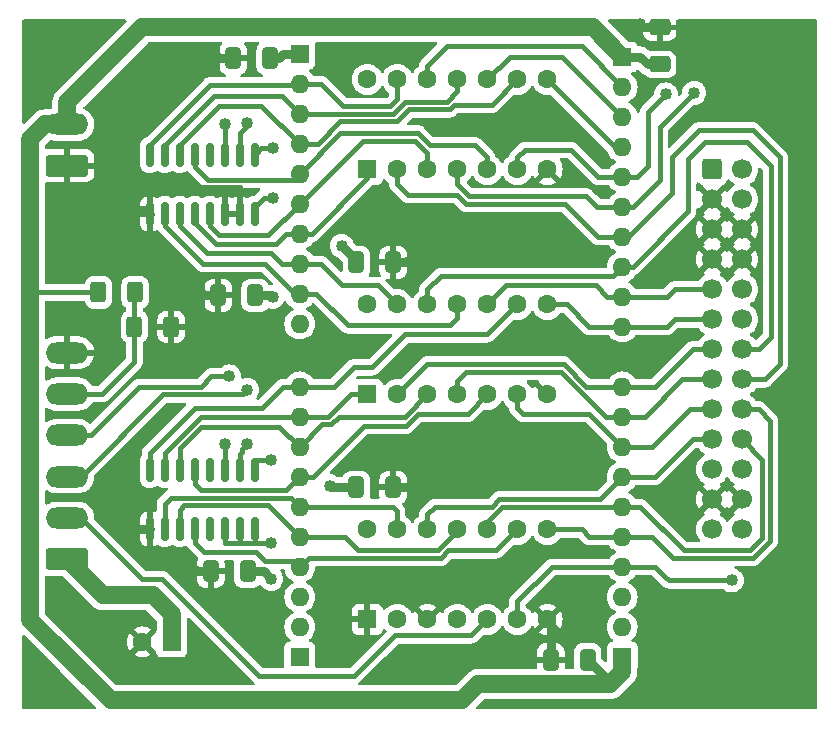
<source format=gbl>
%TF.GenerationSoftware,KiCad,Pcbnew,7.0.11+dfsg-1build4*%
%TF.CreationDate,2025-09-12T14:57:25+02:00*%
%TF.ProjectId,upp10a3v1.1,75707031-3061-4337-9631-2e312e6b6963,rev?*%
%TF.SameCoordinates,Original*%
%TF.FileFunction,Copper,L2,Bot*%
%TF.FilePolarity,Positive*%
%FSLAX46Y46*%
G04 Gerber Fmt 4.6, Leading zero omitted, Abs format (unit mm)*
G04 Created by KiCad (PCBNEW 7.0.11+dfsg-1build4) date 2025-09-12 14:57:25*
%MOMM*%
%LPD*%
G01*
G04 APERTURE LIST*
G04 Aperture macros list*
%AMRoundRect*
0 Rectangle with rounded corners*
0 $1 Rounding radius*
0 $2 $3 $4 $5 $6 $7 $8 $9 X,Y pos of 4 corners*
0 Add a 4 corners polygon primitive as box body*
4,1,4,$2,$3,$4,$5,$6,$7,$8,$9,$2,$3,0*
0 Add four circle primitives for the rounded corners*
1,1,$1+$1,$2,$3*
1,1,$1+$1,$4,$5*
1,1,$1+$1,$6,$7*
1,1,$1+$1,$8,$9*
0 Add four rect primitives between the rounded corners*
20,1,$1+$1,$2,$3,$4,$5,0*
20,1,$1+$1,$4,$5,$6,$7,0*
20,1,$1+$1,$6,$7,$8,$9,0*
20,1,$1+$1,$8,$9,$2,$3,0*%
G04 Aperture macros list end*
%TA.AperFunction,SMDPad,CuDef*%
%ADD10RoundRect,0.250000X0.412500X0.650000X-0.412500X0.650000X-0.412500X-0.650000X0.412500X-0.650000X0*%
%TD*%
%TA.AperFunction,SMDPad,CuDef*%
%ADD11RoundRect,0.250000X0.650000X-0.412500X0.650000X0.412500X-0.650000X0.412500X-0.650000X-0.412500X0*%
%TD*%
%TA.AperFunction,SMDPad,CuDef*%
%ADD12RoundRect,0.250000X-0.412500X-0.650000X0.412500X-0.650000X0.412500X0.650000X-0.412500X0.650000X0*%
%TD*%
%TA.AperFunction,ComponentPad*%
%ADD13R,1.600000X1.600000*%
%TD*%
%TA.AperFunction,ComponentPad*%
%ADD14O,1.600000X1.600000*%
%TD*%
%TA.AperFunction,ComponentPad*%
%ADD15RoundRect,0.250000X-0.600000X-0.600000X0.600000X-0.600000X0.600000X0.600000X-0.600000X0.600000X0*%
%TD*%
%TA.AperFunction,ComponentPad*%
%ADD16C,1.700000*%
%TD*%
%TA.AperFunction,ComponentPad*%
%ADD17RoundRect,0.250000X1.550000X-0.650000X1.550000X0.650000X-1.550000X0.650000X-1.550000X-0.650000X0*%
%TD*%
%TA.AperFunction,ComponentPad*%
%ADD18O,3.600000X1.800000*%
%TD*%
%TA.AperFunction,ComponentPad*%
%ADD19C,1.600000*%
%TD*%
%TA.AperFunction,SMDPad,CuDef*%
%ADD20RoundRect,0.150000X0.150000X-0.850000X0.150000X0.850000X-0.150000X0.850000X-0.150000X-0.850000X0*%
%TD*%
%TA.AperFunction,SMDPad,CuDef*%
%ADD21RoundRect,0.250000X-0.400000X-0.625000X0.400000X-0.625000X0.400000X0.625000X-0.400000X0.625000X0*%
%TD*%
%TA.AperFunction,ViaPad*%
%ADD22C,1.016000*%
%TD*%
%TA.AperFunction,Conductor*%
%ADD23C,0.381000*%
%TD*%
%TA.AperFunction,Conductor*%
%ADD24C,1.524000*%
%TD*%
%TA.AperFunction,Conductor*%
%ADD25C,0.762000*%
%TD*%
G04 APERTURE END LIST*
D10*
%TO.P,C8,1*%
%TO.N,/+15V*%
X99949000Y-131699000D03*
%TO.P,C8,2*%
%TO.N,/GND*%
X96824000Y-131699000D03*
%TD*%
D11*
%TO.P,C7,1*%
%TO.N,/+15V*%
X106045000Y-81280000D03*
%TO.P,C7,2*%
%TO.N,/GND*%
X106045000Y-78155000D03*
%TD*%
D12*
%TO.P,C6,1*%
%TO.N,/+5V*%
X80352500Y-117094000D03*
%TO.P,C6,2*%
%TO.N,/GND*%
X83477500Y-117094000D03*
%TD*%
%TO.P,C5,1*%
%TO.N,/+5V*%
X80352500Y-98044000D03*
%TO.P,C5,2*%
%TO.N,/GND*%
X83477500Y-98044000D03*
%TD*%
D10*
%TO.P,C4,1*%
%TO.N,/+5V*%
X73063500Y-80772000D03*
%TO.P,C4,2*%
%TO.N,/GND*%
X69938500Y-80772000D03*
%TD*%
%TO.P,C3,1*%
%TO.N,/+5V*%
X71158500Y-124206000D03*
%TO.P,C3,2*%
%TO.N,/GND*%
X68033500Y-124206000D03*
%TD*%
%TO.P,C2,1*%
%TO.N,/+5V*%
X71793500Y-100838000D03*
%TO.P,C2,2*%
%TO.N,/GND*%
X68668500Y-100838000D03*
%TD*%
D13*
%TO.P,RN1,1,common*%
%TO.N,/+5V*%
X75565000Y-131445000D03*
D14*
%TO.P,RN1,2,R1*%
%TO.N,unconnected-(RN1-R1-Pad2)*%
X75565000Y-128905000D03*
%TO.P,RN1,3,R2*%
%TO.N,unconnected-(RN1-R2-Pad3)*%
X75565000Y-126365000D03*
%TO.P,RN1,4,R3*%
%TO.N,Net-(RN1-R3)*%
X75565000Y-123825000D03*
%TO.P,RN1,5,R4*%
%TO.N,Net-(RN1-R4)*%
X75565000Y-121285000D03*
%TO.P,RN1,6,R5*%
%TO.N,Net-(RN1-R5)*%
X75565000Y-118745000D03*
%TO.P,RN1,7,R6*%
%TO.N,Net-(RN1-R6)*%
X75565000Y-116205000D03*
%TO.P,RN1,8,R7*%
%TO.N,Net-(RN1-R7)*%
X75565000Y-113665000D03*
%TO.P,RN1,9,R8*%
%TO.N,Net-(RN1-R8)*%
X75565000Y-111125000D03*
%TO.P,RN1,10,R9*%
%TO.N,Net-(RN1-R9)*%
X75565000Y-108585000D03*
%TD*%
D15*
%TO.P,J3,1,Pin_1*%
%TO.N,/AD1*%
X110490000Y-90170000D03*
D16*
%TO.P,J3,2,Pin_2*%
%TO.N,/AD2*%
X113030000Y-90170000D03*
%TO.P,J3,3,Pin_3*%
%TO.N,/GND*%
X110490000Y-92710000D03*
%TO.P,J3,4,Pin_4*%
%TO.N,/AD0*%
X113030000Y-92710000D03*
%TO.P,J3,5,Pin_5*%
%TO.N,/GND*%
X110490000Y-95250000D03*
%TO.P,J3,6,Pin_6*%
X113030000Y-95250000D03*
%TO.P,J3,7,Pin_7*%
X110490000Y-97790000D03*
%TO.P,J3,8,Pin_8*%
X113030000Y-97790000D03*
%TO.P,J3,9,Pin_9*%
%TO.N,/DAC05*%
X110490000Y-100330000D03*
%TO.P,J3,10,Pin_10*%
%TO.N,/DAC04*%
X113030000Y-100330000D03*
%TO.P,J3,11,Pin_11*%
%TO.N,/DAC06*%
X110490000Y-102870000D03*
%TO.P,J3,12,Pin_12*%
%TO.N,/DAC03*%
X113030000Y-102870000D03*
%TO.P,J3,13,Pin_13*%
%TO.N,/DAC07*%
X110490000Y-105410000D03*
%TO.P,J3,14,Pin_14*%
%TO.N,/DAC02*%
X113030000Y-105410000D03*
%TO.P,J3,15,Pin_15*%
%TO.N,/DAC08*%
X110490000Y-107950000D03*
%TO.P,J3,16,Pin_16*%
%TO.N,/DAC01*%
X113030000Y-107950000D03*
%TO.P,J3,17,Pin_17*%
%TO.N,/DAC09*%
X110490000Y-110490000D03*
%TO.P,J3,18,Pin_18*%
%TO.N,/DAC00*%
X113030000Y-110490000D03*
%TO.P,J3,19,Pin_19*%
%TO.N,/DAC10*%
X110490000Y-113030000D03*
%TO.P,J3,20,Pin_20*%
%TO.N,/DAC11*%
X113030000Y-113030000D03*
%TO.P,J3,21,Pin_21*%
%TO.N,/~{WR}*%
X110490000Y-115570000D03*
%TO.P,J3,22,Pin_22*%
X113030000Y-115570000D03*
%TO.P,J3,23,Pin_23*%
%TO.N,/GND*%
X110490000Y-118110000D03*
%TO.P,J3,24,Pin_24*%
X113030000Y-118110000D03*
%TO.P,J3,25,Pin_25*%
%TO.N,/Sig2*%
X110490000Y-120650000D03*
%TO.P,J3,26,Pin_26*%
%TO.N,unconnected-(J3-Pin_26-Pad26)*%
X113030000Y-120650000D03*
%TD*%
D13*
%TO.P,RN2,1,common*%
%TO.N,/+15V*%
X102870000Y-80645000D03*
D14*
%TO.P,RN2,2,R1*%
%TO.N,/AD0*%
X102870000Y-83185000D03*
%TO.P,RN2,3,R2*%
%TO.N,/AD2*%
X102870000Y-85725000D03*
%TO.P,RN2,4,R3*%
%TO.N,/AD1*%
X102870000Y-88265000D03*
%TO.P,RN2,5,R4*%
%TO.N,/DAC04*%
X102870000Y-90805000D03*
%TO.P,RN2,6,R5*%
%TO.N,/DAC03*%
X102870000Y-93345000D03*
%TO.P,RN2,7,R6*%
%TO.N,/DAC01*%
X102870000Y-95885000D03*
%TO.P,RN2,8,R7*%
%TO.N,/DAC02*%
X102870000Y-98425000D03*
%TO.P,RN2,9,R8*%
%TO.N,/DAC05*%
X102870000Y-100965000D03*
%TO.P,RN2,10,R9*%
%TO.N,/DAC06*%
X102870000Y-103505000D03*
%TD*%
D17*
%TO.P,J2,1,Pin_1*%
%TO.N,/GND*%
X55880000Y-89860000D03*
D18*
%TO.P,J2,2,Pin_2*%
%TO.N,/+15V*%
X55880000Y-86360000D03*
%TD*%
D13*
%TO.P,C1,1*%
%TO.N,/+5V*%
X64730000Y-130175000D03*
D19*
%TO.P,C1,2*%
%TO.N,/GND*%
X62230000Y-130175000D03*
%TD*%
D13*
%TO.P,RN5,1,common*%
%TO.N,/+5V*%
X75565000Y-80391000D03*
D14*
%TO.P,RN5,2,R1*%
%TO.N,Net-(RN5-R1)*%
X75565000Y-82931000D03*
%TO.P,RN5,3,R2*%
%TO.N,Net-(RN5-R2)*%
X75565000Y-85471000D03*
%TO.P,RN5,4,R3*%
%TO.N,Net-(RN5-R3)*%
X75565000Y-88011000D03*
%TO.P,RN5,5,R4*%
%TO.N,Net-(RN5-R4)*%
X75565000Y-90551000D03*
%TO.P,RN5,6,R5*%
%TO.N,Net-(RN5-R5)*%
X75565000Y-93091000D03*
%TO.P,RN5,7,R6*%
%TO.N,Net-(RN5-R6)*%
X75565000Y-95631000D03*
%TO.P,RN5,8,R7*%
%TO.N,Net-(RN5-R7)*%
X75565000Y-98171000D03*
%TO.P,RN5,9,R8*%
%TO.N,Net-(RN5-R8)*%
X75565000Y-100711000D03*
%TO.P,RN5,10,R9*%
%TO.N,unconnected-(RN5-R9-Pad10)*%
X75565000Y-103251000D03*
%TD*%
D13*
%TO.P,U5,1*%
%TO.N,Net-(RN5-R6)*%
X81280000Y-90170000D03*
D19*
%TO.P,U5,2*%
%TO.N,/DAC01*%
X83820000Y-90170000D03*
%TO.P,U5,3*%
%TO.N,Net-(RN5-R5)*%
X86360000Y-90170000D03*
%TO.P,U5,4*%
%TO.N,/DAC03*%
X88900000Y-90170000D03*
%TO.P,U5,5*%
%TO.N,Net-(RN5-R4)*%
X91440000Y-90170000D03*
%TO.P,U5,6*%
%TO.N,/DAC04*%
X93980000Y-90170000D03*
%TO.P,U5,7,GND*%
%TO.N,/GND*%
X96520000Y-90170000D03*
%TO.P,U5,8*%
%TO.N,/AD1*%
X96520000Y-82550000D03*
%TO.P,U5,9*%
%TO.N,Net-(RN5-R3)*%
X93980000Y-82550000D03*
%TO.P,U5,10*%
%TO.N,/AD2*%
X91440000Y-82550000D03*
%TO.P,U5,11*%
%TO.N,Net-(RN5-R2)*%
X88900000Y-82550000D03*
%TO.P,U5,12*%
%TO.N,/AD0*%
X86360000Y-82550000D03*
%TO.P,U5,13*%
%TO.N,Net-(RN5-R1)*%
X83820000Y-82550000D03*
%TO.P,U5,14,VCC*%
%TO.N,/+5V*%
X81280000Y-82550000D03*
%TD*%
D17*
%TO.P,J1,1,Pin_1*%
%TO.N,/+5V*%
X55880000Y-123190000D03*
D18*
%TO.P,J1,2,Pin_2*%
%TO.N,Net-(J1-Pin_2)*%
X55880000Y-119690000D03*
%TO.P,J1,3,Pin_3*%
%TO.N,Net-(J1-Pin_3)*%
X55880000Y-116190000D03*
%TO.P,J1,4,Pin_4*%
%TO.N,Net-(J1-Pin_4)*%
X55880000Y-112690000D03*
%TO.P,J1,5,Pin_5*%
%TO.N,/Sig2*%
X55880000Y-109190000D03*
%TO.P,J1,6,Pin_6*%
%TO.N,/GND*%
X55880000Y-105690000D03*
%TD*%
D13*
%TO.P,RN3,1,common*%
%TO.N,/+15V*%
X102870000Y-131445000D03*
D14*
%TO.P,RN3,2,R1*%
%TO.N,unconnected-(RN3-R1-Pad2)*%
X102870000Y-128905000D03*
%TO.P,RN3,3,R2*%
%TO.N,unconnected-(RN3-R2-Pad3)*%
X102870000Y-126365000D03*
%TO.P,RN3,4,R3*%
%TO.N,/~{WR}*%
X102870000Y-123825000D03*
%TO.P,RN3,5,R4*%
%TO.N,/DAC00*%
X102870000Y-121285000D03*
%TO.P,RN3,6,R5*%
%TO.N,/DAC11*%
X102870000Y-118745000D03*
%TO.P,RN3,7,R6*%
%TO.N,/DAC10*%
X102870000Y-116205000D03*
%TO.P,RN3,8,R7*%
%TO.N,/DAC09*%
X102870000Y-113665000D03*
%TO.P,RN3,9,R8*%
%TO.N,/DAC08*%
X102870000Y-111125000D03*
%TO.P,RN3,10,R9*%
%TO.N,/DAC07*%
X102870000Y-108585000D03*
%TD*%
D13*
%TO.P,U4,1*%
%TO.N,/GND*%
X81280000Y-128270000D03*
D19*
%TO.P,U4,2*%
%TO.N,unconnected-(U4-Pad2)*%
X83820000Y-128270000D03*
%TO.P,U4,3*%
%TO.N,/GND*%
X86360000Y-128270000D03*
%TO.P,U4,4*%
%TO.N,unconnected-(U4-Pad4)*%
X88900000Y-128270000D03*
%TO.P,U4,5*%
%TO.N,Net-(J1-Pin_2)*%
X91440000Y-128270000D03*
%TO.P,U4,6*%
%TO.N,/~{WR}*%
X93980000Y-128270000D03*
%TO.P,U4,7,GND*%
%TO.N,/GND*%
X96520000Y-128270000D03*
%TO.P,U4,8*%
%TO.N,/DAC00*%
X96520000Y-120650000D03*
%TO.P,U4,9*%
%TO.N,Net-(RN1-R3)*%
X93980000Y-120650000D03*
%TO.P,U4,10*%
%TO.N,/DAC11*%
X91440000Y-120650000D03*
%TO.P,U4,11*%
%TO.N,Net-(RN1-R4)*%
X88900000Y-120650000D03*
%TO.P,U4,12*%
%TO.N,/DAC10*%
X86360000Y-120650000D03*
%TO.P,U4,13*%
%TO.N,Net-(RN1-R5)*%
X83820000Y-120650000D03*
%TO.P,U4,14,VCC*%
%TO.N,/+5V*%
X81280000Y-120650000D03*
%TD*%
D13*
%TO.P,U3,1*%
%TO.N,Net-(RN1-R8)*%
X81280000Y-109225000D03*
D19*
%TO.P,U3,2*%
%TO.N,/DAC07*%
X83820000Y-109225000D03*
%TO.P,U3,3*%
%TO.N,Net-(RN1-R7)*%
X86360000Y-109225000D03*
%TO.P,U3,4*%
%TO.N,/DAC08*%
X88900000Y-109225000D03*
%TO.P,U3,5*%
%TO.N,Net-(RN1-R6)*%
X91440000Y-109225000D03*
%TO.P,U3,6*%
%TO.N,/DAC09*%
X93980000Y-109225000D03*
%TO.P,U3,7,GND*%
%TO.N,/GND*%
X96520000Y-109225000D03*
%TO.P,U3,8*%
%TO.N,/DAC06*%
X96520000Y-101605000D03*
%TO.P,U3,9*%
%TO.N,Net-(RN1-R9)*%
X93980000Y-101605000D03*
%TO.P,U3,10*%
%TO.N,/DAC05*%
X91440000Y-101605000D03*
%TO.P,U3,11*%
%TO.N,Net-(RN5-R8)*%
X88900000Y-101605000D03*
%TO.P,U3,12*%
%TO.N,/DAC02*%
X86360000Y-101605000D03*
%TO.P,U3,13*%
%TO.N,Net-(RN5-R7)*%
X83820000Y-101605000D03*
%TO.P,U3,14,VCC*%
%TO.N,/+5V*%
X81280000Y-101605000D03*
%TD*%
D20*
%TO.P,U2,16,VDD*%
%TO.N,/+5V*%
X71755000Y-88940000D03*
%TO.P,U2,15,SDA*%
%TO.N,Net-(J1-Pin_3)*%
X70485000Y-88940000D03*
%TO.P,U2,14,SCL*%
%TO.N,Net-(J1-Pin_4)*%
X69215000Y-88940000D03*
%TO.P,U2,13,~{INT}*%
%TO.N,unconnected-(U2-~{INT}-Pad13)*%
X67945000Y-88940000D03*
%TO.P,U2,12,P7*%
%TO.N,Net-(RN5-R4)*%
X66675000Y-88940000D03*
%TO.P,U2,11,P6*%
%TO.N,Net-(RN5-R3)*%
X65405000Y-88940000D03*
%TO.P,U2,10,P5*%
%TO.N,Net-(RN5-R2)*%
X64135000Y-88940000D03*
%TO.P,U2,9,P4*%
%TO.N,Net-(RN5-R1)*%
X62865000Y-88940000D03*
%TO.P,U2,8,VSS*%
%TO.N,/GND*%
X62865000Y-93940000D03*
%TO.P,U2,7,P3*%
%TO.N,Net-(RN5-R8)*%
X64135000Y-93940000D03*
%TO.P,U2,6,P2*%
%TO.N,Net-(RN5-R7)*%
X65405000Y-93940000D03*
%TO.P,U2,5,P1*%
%TO.N,Net-(RN5-R6)*%
X66675000Y-93940000D03*
%TO.P,U2,4,P0*%
%TO.N,Net-(RN5-R5)*%
X67945000Y-93940000D03*
%TO.P,U2,3,A2*%
%TO.N,/GND*%
X69215000Y-93940000D03*
%TO.P,U2,2,A1*%
X70485000Y-93940000D03*
%TO.P,U2,1,A0*%
%TO.N,/+5V*%
X71755000Y-93940000D03*
%TD*%
D21*
%TO.P,R2,2*%
%TO.N,/GND*%
X64669000Y-103505000D03*
%TO.P,R2,1*%
%TO.N,/Sig2*%
X61569000Y-103505000D03*
%TD*%
%TO.P,R1,1*%
%TO.N,/+15V*%
X58521000Y-100584000D03*
%TO.P,R1,2*%
%TO.N,/Sig2*%
X61621000Y-100584000D03*
%TD*%
D20*
%TO.P,U1,1,A0*%
%TO.N,/+5V*%
X71755000Y-120610000D03*
%TO.P,U1,2,A1*%
X70485000Y-120610000D03*
%TO.P,U1,3,A2*%
X69215000Y-120610000D03*
%TO.P,U1,4,P0*%
%TO.N,unconnected-(U1-P0-Pad4)*%
X67945000Y-120610000D03*
%TO.P,U1,5,P1*%
%TO.N,Net-(RN1-R3)*%
X66675000Y-120610000D03*
%TO.P,U1,6,P2*%
%TO.N,Net-(RN1-R4)*%
X65405000Y-120610000D03*
%TO.P,U1,7,P3*%
%TO.N,Net-(RN1-R5)*%
X64135000Y-120610000D03*
%TO.P,U1,8,VSS*%
%TO.N,/GND*%
X62865000Y-120610000D03*
%TO.P,U1,9,P4*%
%TO.N,Net-(RN1-R9)*%
X62865000Y-115610000D03*
%TO.P,U1,10,P5*%
%TO.N,Net-(RN1-R8)*%
X64135000Y-115610000D03*
%TO.P,U1,11,P6*%
%TO.N,Net-(RN1-R7)*%
X65405000Y-115610000D03*
%TO.P,U1,12,P7*%
%TO.N,Net-(RN1-R6)*%
X66675000Y-115610000D03*
%TO.P,U1,13,~{INT}*%
%TO.N,unconnected-(U1-~{INT}-Pad13)*%
X67945000Y-115610000D03*
%TO.P,U1,14,SCL*%
%TO.N,Net-(J1-Pin_4)*%
X69215000Y-115610000D03*
%TO.P,U1,15,SDA*%
%TO.N,Net-(J1-Pin_3)*%
X70485000Y-115610000D03*
%TO.P,U1,16,VDD*%
%TO.N,/+5V*%
X71755000Y-115610000D03*
%TD*%
D22*
%TO.N,/GND*%
X92710000Y-111760000D03*
X85090000Y-80010000D03*
X80010000Y-80010000D03*
X97790000Y-86360000D03*
X97790000Y-96520000D03*
X81280000Y-93980000D03*
X60960000Y-82550000D03*
X55880000Y-97790000D03*
X58420000Y-130810000D03*
X67310000Y-133350000D03*
X118110000Y-120650000D03*
X118110000Y-91440000D03*
X118110000Y-104140000D03*
X109220000Y-78740000D03*
X107950000Y-99060000D03*
X107950000Y-104140000D03*
X105410000Y-133350000D03*
X110490000Y-134620000D03*
X92710000Y-130810000D03*
X95250000Y-123190000D03*
X78740000Y-125730000D03*
X92710000Y-86360000D03*
X95250000Y-104140000D03*
X78740000Y-130810000D03*
X55880000Y-128270000D03*
X53340000Y-134620000D03*
X118110000Y-134620000D03*
X118110000Y-78740000D03*
X53340000Y-78740000D03*
X108077000Y-129159000D03*
X112141000Y-129159000D03*
X66675000Y-124206000D03*
%TO.N,/+5V*%
X73152000Y-124841000D03*
%TO.N,/GND*%
X67310000Y-100838000D03*
%TO.N,/+5V*%
X73279000Y-100965000D03*
%TO.N,/GND*%
X68580000Y-80772000D03*
X104394000Y-77885000D03*
%TO.N,/+5V*%
X79121000Y-96647000D03*
%TO.N,/GND*%
X84836000Y-98044000D03*
%TO.N,/+5V*%
X78105000Y-116967000D03*
%TO.N,/GND*%
X85090000Y-117094000D03*
X68961000Y-105156000D03*
X81280000Y-105283000D03*
%TO.N,Net-(J1-Pin_4)*%
X69215000Y-113411000D03*
X69596000Y-107696000D03*
%TO.N,Net-(J1-Pin_3)*%
X71120000Y-108839000D03*
%TO.N,/GND*%
X64643000Y-105283000D03*
%TO.N,/~{WR}*%
X112141000Y-124968000D03*
%TO.N,/+5V*%
X73152000Y-121793000D03*
X73152000Y-114808000D03*
%TO.N,Net-(J1-Pin_3)*%
X71120000Y-113411000D03*
%TO.N,/+5V*%
X73279000Y-88392000D03*
X73279000Y-92583000D03*
%TO.N,/GND*%
X61087000Y-93599000D03*
X61087000Y-120650000D03*
%TO.N,Net-(J1-Pin_4)*%
X69215000Y-86360000D03*
%TO.N,/DAC04*%
X106553000Y-83820000D03*
%TO.N,/DAC03*%
X108966000Y-83693000D03*
%TO.N,Net-(J1-Pin_3)*%
X71120000Y-86233000D03*
%TD*%
D23*
%TO.N,Net-(RN5-R7)*%
X83820000Y-101605000D02*
X82164000Y-99949000D01*
X82164000Y-99949000D02*
X79121000Y-99949000D01*
X77343000Y-98171000D02*
X75565000Y-98171000D01*
X79121000Y-99949000D02*
X77343000Y-98171000D01*
%TO.N,/DAC07*%
X110490000Y-105410000D02*
X108839000Y-105410000D01*
X108839000Y-105410000D02*
X105664000Y-108585000D01*
X105664000Y-108585000D02*
X102870000Y-108585000D01*
%TO.N,Net-(J1-Pin_2)*%
X91440000Y-128270000D02*
X90087500Y-129622500D01*
X90087500Y-129622500D02*
X83610500Y-129622500D01*
X83610500Y-129622500D02*
X80181500Y-133051500D01*
X80181500Y-133051500D02*
X72091500Y-133051500D01*
X57079000Y-119690000D02*
X55880000Y-119690000D01*
X72091500Y-133051500D02*
X63881000Y-124841000D01*
X63881000Y-124841000D02*
X62230000Y-124841000D01*
X62230000Y-124841000D02*
X57079000Y-119690000D01*
D24*
%TO.N,/+15V*%
X52739000Y-100965000D02*
X52739000Y-128304000D01*
X52739000Y-128304000D02*
X59563000Y-135128000D01*
X59563000Y-135128000D02*
X89281000Y-135128000D01*
X89281000Y-135128000D02*
X90678000Y-133731000D01*
X90678000Y-133731000D02*
X101854000Y-133731000D01*
X101854000Y-133731000D02*
X101917500Y-133667500D01*
D23*
%TO.N,Net-(RN1-R3)*%
X93980000Y-120650000D02*
X92202000Y-122428000D01*
X92202000Y-122428000D02*
X88147026Y-122428000D01*
X88147026Y-122428000D02*
X87512026Y-123063000D01*
X87512026Y-123063000D02*
X76327000Y-123063000D01*
X76327000Y-123063000D02*
X75565000Y-123825000D01*
%TO.N,Net-(RN1-R4)*%
X75565000Y-121285000D02*
X79375000Y-121285000D01*
X79375000Y-121285000D02*
X80518000Y-122428000D01*
X80518000Y-122428000D02*
X87249000Y-122428000D01*
X87249000Y-122428000D02*
X88900000Y-120777000D01*
X88900000Y-120777000D02*
X88900000Y-120650000D01*
%TO.N,/DAC01*%
X113030000Y-107950000D02*
X114935000Y-107950000D01*
X114935000Y-107950000D02*
X116205000Y-106680000D01*
X116205000Y-106680000D02*
X116205000Y-89154000D01*
X116205000Y-89154000D02*
X113919000Y-86868000D01*
X113919000Y-86868000D02*
X109347000Y-86868000D01*
X109347000Y-86868000D02*
X107061000Y-89154000D01*
X107061000Y-89154000D02*
X107061000Y-92202000D01*
X107061000Y-92202000D02*
X103378000Y-95885000D01*
X103378000Y-95885000D02*
X102870000Y-95885000D01*
%TO.N,/DAC02*%
X113030000Y-105410000D02*
X114427000Y-105410000D01*
X103759000Y-98425000D02*
X102870000Y-98425000D01*
X114427000Y-105410000D02*
X115443000Y-104394000D01*
X115443000Y-104394000D02*
X115443000Y-89916000D01*
X113411000Y-87884000D02*
X109855000Y-87884000D01*
X108458000Y-93726000D02*
X103759000Y-98425000D01*
X115443000Y-89916000D02*
X113411000Y-87884000D01*
X109855000Y-87884000D02*
X108458000Y-89281000D01*
X108458000Y-89281000D02*
X108458000Y-93726000D01*
X102870000Y-98425000D02*
X102108000Y-99187000D01*
X87503000Y-99187000D02*
X86360000Y-100330000D01*
X102108000Y-99187000D02*
X87503000Y-99187000D01*
X86360000Y-100330000D02*
X86360000Y-101605000D01*
%TO.N,Net-(RN1-R9)*%
X75565000Y-108585000D02*
X78486000Y-108585000D01*
X78486000Y-108585000D02*
X80137000Y-106934000D01*
X80137000Y-106934000D02*
X81694459Y-106934000D01*
X81694459Y-106934000D02*
X84488459Y-104140000D01*
X84488459Y-104140000D02*
X91445000Y-104140000D01*
X91445000Y-104140000D02*
X93980000Y-101605000D01*
%TO.N,/DAC09*%
X102870000Y-113665000D02*
X100076000Y-110871000D01*
X93980000Y-110363000D02*
X93980000Y-109225000D01*
X100076000Y-110871000D02*
X94488000Y-110871000D01*
X94488000Y-110871000D02*
X93980000Y-110363000D01*
%TO.N,/DAC07*%
X102870000Y-108585000D02*
X99831026Y-108585000D01*
X99831026Y-108585000D02*
X97926026Y-106680000D01*
X97926026Y-106680000D02*
X86365000Y-106680000D01*
X86365000Y-106680000D02*
X83820000Y-109225000D01*
%TO.N,/DAC08*%
X102870000Y-111125000D02*
X101473000Y-111125000D01*
X101473000Y-111125000D02*
X97663000Y-107315000D01*
X97663000Y-107315000D02*
X89662000Y-107315000D01*
X89662000Y-107315000D02*
X88900000Y-108077000D01*
X88900000Y-108077000D02*
X88900000Y-109225000D01*
%TO.N,Net-(RN1-R6)*%
X75565000Y-116205000D02*
X76708000Y-116205000D01*
X76708000Y-116205000D02*
X81026000Y-111887000D01*
X81026000Y-111887000D02*
X84596026Y-111887000D01*
X84596026Y-111887000D02*
X85612026Y-110871000D01*
X85612026Y-110871000D02*
X89794000Y-110871000D01*
X89794000Y-110871000D02*
X91440000Y-109225000D01*
%TO.N,Net-(RN1-R7)*%
X75565000Y-113665000D02*
X77470000Y-111760000D01*
X77470000Y-111760000D02*
X78241026Y-111760000D01*
X84460000Y-111125000D02*
X86360000Y-109225000D01*
X78241026Y-111760000D02*
X78876026Y-111125000D01*
X78876026Y-111125000D02*
X84460000Y-111125000D01*
%TO.N,/DAC10*%
X102870000Y-116205000D02*
X100965000Y-118110000D01*
X100965000Y-118110000D02*
X92446974Y-118110000D01*
X92446974Y-118110000D02*
X91811974Y-118745000D01*
X91811974Y-118745000D02*
X86995000Y-118745000D01*
X86995000Y-118745000D02*
X86360000Y-119380000D01*
X86360000Y-119380000D02*
X86360000Y-120650000D01*
%TO.N,/DAC11*%
X102870000Y-118745000D02*
X92710000Y-118745000D01*
X92710000Y-118745000D02*
X91440000Y-120015000D01*
X91440000Y-120015000D02*
X91440000Y-120650000D01*
%TO.N,Net-(RN1-R9)*%
X62865000Y-115610000D02*
X62865000Y-114173000D01*
X62865000Y-114173000D02*
X66675000Y-110363000D01*
X66675000Y-110363000D02*
X72390000Y-110363000D01*
X72390000Y-110363000D02*
X74168000Y-108585000D01*
X74168000Y-108585000D02*
X75565000Y-108585000D01*
%TO.N,Net-(RN5-R1)*%
X75565000Y-82931000D02*
X75438000Y-83058000D01*
X67945000Y-83058000D02*
X62865000Y-88138000D01*
X75438000Y-83058000D02*
X67945000Y-83058000D01*
X62865000Y-88138000D02*
X62865000Y-88940000D01*
%TO.N,Net-(RN5-R2)*%
X75565000Y-85471000D02*
X74041000Y-83947000D01*
X74041000Y-83947000D02*
X68326000Y-83947000D01*
X68326000Y-83947000D02*
X64135000Y-88138000D01*
X64135000Y-88138000D02*
X64135000Y-88940000D01*
%TO.N,Net-(RN5-R3)*%
X65405000Y-88940000D02*
X65405000Y-88104541D01*
X65405000Y-88104541D02*
X68737041Y-84772500D01*
X68737041Y-84772500D02*
X72326500Y-84772500D01*
X72326500Y-84772500D02*
X75565000Y-88011000D01*
X93980000Y-82550000D02*
X91821000Y-84709000D01*
X77089000Y-88011000D02*
X75565000Y-88011000D01*
X91821000Y-84709000D02*
X88655026Y-84709000D01*
X88655026Y-84709000D02*
X88274026Y-85090000D01*
X88274026Y-85090000D02*
X84836000Y-85090000D01*
X84836000Y-85090000D02*
X83820000Y-86106000D01*
X83820000Y-86106000D02*
X78994000Y-86106000D01*
X78994000Y-86106000D02*
X77089000Y-88011000D01*
%TO.N,Net-(RN5-R2)*%
X88900000Y-82550000D02*
X88900000Y-83566000D01*
X88900000Y-83566000D02*
X88011000Y-84455000D01*
X88011000Y-84455000D02*
X84464026Y-84455000D01*
X84464026Y-84455000D02*
X83448026Y-85471000D01*
X83448026Y-85471000D02*
X75565000Y-85471000D01*
%TO.N,Net-(RN5-R4)*%
X91440000Y-90170000D02*
X91440000Y-89154000D01*
X86623026Y-88138000D02*
X85607026Y-87122000D01*
X91440000Y-89154000D02*
X90424000Y-88138000D01*
X90424000Y-88138000D02*
X86623026Y-88138000D01*
X85607026Y-87122000D02*
X78994000Y-87122000D01*
X78994000Y-87122000D02*
X75565000Y-90551000D01*
%TO.N,/DAC04*%
X93980000Y-90170000D02*
X93980000Y-89154000D01*
X93980000Y-89154000D02*
X94615000Y-88519000D01*
X94615000Y-88519000D02*
X98552000Y-88519000D01*
X98552000Y-88519000D02*
X100838000Y-90805000D01*
X100838000Y-90805000D02*
X102870000Y-90805000D01*
%TO.N,/DAC01*%
X102870000Y-95885000D02*
X100838000Y-95885000D01*
X100838000Y-95885000D02*
X98044000Y-93091000D01*
X83820000Y-91440000D02*
X83820000Y-90170000D01*
X98044000Y-93091000D02*
X89652974Y-93091000D01*
X89652974Y-93091000D02*
X88890974Y-92329000D01*
X88890974Y-92329000D02*
X84709000Y-92329000D01*
X84709000Y-92329000D02*
X83820000Y-91440000D01*
D24*
%TO.N,/GND*%
X108077000Y-129159000D02*
X112141000Y-129159000D01*
D25*
X68033500Y-124206000D02*
X66675000Y-124206000D01*
%TO.N,/+5V*%
X71158500Y-124206000D02*
X72517000Y-124206000D01*
X72517000Y-124206000D02*
X73152000Y-124841000D01*
D23*
%TO.N,Net-(RN1-R3)*%
X75565000Y-123825000D02*
X75057000Y-123317000D01*
X75057000Y-123317000D02*
X72610541Y-123317000D01*
X72610541Y-123317000D02*
X71848541Y-122555000D01*
X71848541Y-122555000D02*
X67437000Y-122555000D01*
X67437000Y-122555000D02*
X66675000Y-121793000D01*
X66675000Y-121793000D02*
X66675000Y-120610000D01*
D25*
%TO.N,/GND*%
X68668500Y-100838000D02*
X67310000Y-100838000D01*
%TO.N,/+5V*%
X71793500Y-100838000D02*
X73152000Y-100838000D01*
X73152000Y-100838000D02*
X73279000Y-100965000D01*
D23*
%TO.N,Net-(RN5-R8)*%
X75565000Y-100711000D02*
X75184000Y-100711000D01*
X75184000Y-100711000D02*
X72644000Y-98171000D01*
X72644000Y-98171000D02*
X67366001Y-98171000D01*
X67366001Y-98171000D02*
X64135000Y-94939999D01*
X64135000Y-94939999D02*
X64135000Y-93940000D01*
D25*
%TO.N,/GND*%
X69938500Y-80772000D02*
X68580000Y-80772000D01*
%TO.N,/+5V*%
X73063500Y-80772000D02*
X73787000Y-80772000D01*
X73787000Y-80772000D02*
X74168000Y-80391000D01*
X74168000Y-80391000D02*
X75565000Y-80391000D01*
%TO.N,/GND*%
X104698000Y-78155000D02*
X104394000Y-77851000D01*
X106045000Y-78155000D02*
X104698000Y-78155000D01*
X104394000Y-77851000D02*
X104394000Y-77885000D01*
%TO.N,/+15V*%
X106045000Y-81280000D02*
X105029000Y-81280000D01*
X105029000Y-81280000D02*
X104394000Y-80645000D01*
X104394000Y-80645000D02*
X102870000Y-80645000D01*
%TO.N,/+5V*%
X80352500Y-97878500D02*
X79121000Y-96647000D01*
X80352500Y-98044000D02*
X80352500Y-97878500D01*
%TO.N,/GND*%
X83477500Y-98044000D02*
X84836000Y-98044000D01*
%TO.N,/+5V*%
X80352500Y-117094000D02*
X78232000Y-117094000D01*
X78232000Y-117094000D02*
X78105000Y-116967000D01*
%TO.N,/GND*%
X83477500Y-117094000D02*
X85090000Y-117094000D01*
X96824000Y-131699000D02*
X96824000Y-128574000D01*
X96824000Y-128574000D02*
X96520000Y-128270000D01*
D24*
%TO.N,/+15V*%
X101917500Y-133667500D02*
X102870000Y-132715000D01*
D25*
X99949000Y-131699000D02*
X101917500Y-133667500D01*
D24*
X102870000Y-132715000D02*
X102870000Y-131445000D01*
X102870000Y-80645000D02*
X100364000Y-78139000D01*
X100364000Y-78139000D02*
X62196000Y-78139000D01*
X62196000Y-78139000D02*
X55880000Y-84455000D01*
X55880000Y-84455000D02*
X55880000Y-86360000D01*
%TO.N,/GND*%
X68961000Y-105156000D02*
X69234000Y-105429000D01*
X69234000Y-105429000D02*
X81134000Y-105429000D01*
X81134000Y-105429000D02*
X81280000Y-105283000D01*
D23*
%TO.N,Net-(J1-Pin_4)*%
X69215000Y-113538000D02*
X69215000Y-113411000D01*
X68072000Y-107696000D02*
X69850000Y-107696000D01*
X67183000Y-108585000D02*
X68072000Y-107696000D01*
%TO.N,Net-(J1-Pin_3)*%
X71120000Y-108839000D02*
X70739000Y-109220000D01*
X70739000Y-109220000D02*
X64008000Y-109220000D01*
X64008000Y-109220000D02*
X57038000Y-116190000D01*
X57038000Y-116190000D02*
X55880000Y-116190000D01*
%TO.N,/+15V*%
X58521000Y-100584000D02*
X53120000Y-100584000D01*
X53120000Y-100584000D02*
X52739000Y-100965000D01*
%TO.N,/GND*%
X64669000Y-105257000D02*
X64643000Y-105283000D01*
X64669000Y-103505000D02*
X64669000Y-105257000D01*
%TO.N,/Sig2*%
X61569000Y-103505000D02*
X61569000Y-100636000D01*
X61569000Y-100636000D02*
X61621000Y-100584000D01*
X55880000Y-109190000D02*
X58831000Y-109190000D01*
X58831000Y-109190000D02*
X61569000Y-106452000D01*
X61569000Y-103505000D02*
X61569000Y-106452000D01*
%TO.N,Net-(RN5-R8)*%
X75565000Y-100711000D02*
X76962000Y-100711000D01*
X76962000Y-100711000D02*
X79629000Y-103378000D01*
X79629000Y-103378000D02*
X88265000Y-103378000D01*
X88265000Y-103378000D02*
X88900000Y-102743000D01*
X88900000Y-102743000D02*
X88900000Y-101605000D01*
%TO.N,Net-(RN1-R8)*%
X75565000Y-111125000D02*
X67173974Y-111125000D01*
X67173974Y-111125000D02*
X64135000Y-114163974D01*
X64135000Y-114163974D02*
X64135000Y-115610000D01*
X81280000Y-109225000D02*
X79878000Y-109225000D01*
X79878000Y-109225000D02*
X77978000Y-111125000D01*
X77978000Y-111125000D02*
X75565000Y-111125000D01*
%TO.N,Net-(RN1-R7)*%
X75565000Y-113665000D02*
X73850500Y-111950500D01*
X73850500Y-111950500D02*
X67246500Y-111950500D01*
X67246500Y-111950500D02*
X65405000Y-113792000D01*
%TO.N,Net-(RN1-R6)*%
X66675000Y-115610000D02*
X66675000Y-116840000D01*
X66675000Y-116840000D02*
X67183000Y-117348000D01*
X67183000Y-117348000D02*
X74422000Y-117348000D01*
X74422000Y-117348000D02*
X75565000Y-116205000D01*
%TO.N,Net-(RN1-R5)*%
X64135000Y-120610000D02*
X64135000Y-118491000D01*
X64135000Y-118491000D02*
X64643000Y-117983000D01*
X74803000Y-117983000D02*
X75565000Y-118745000D01*
X64643000Y-117983000D02*
X74803000Y-117983000D01*
%TO.N,Net-(RN1-R4)*%
X75565000Y-121285000D02*
X72898000Y-118618000D01*
X72898000Y-118618000D02*
X65786000Y-118618000D01*
X65786000Y-118618000D02*
X65405000Y-118999000D01*
X65405000Y-118999000D02*
X65405000Y-120610000D01*
%TO.N,Net-(RN1-R5)*%
X83820000Y-120650000D02*
X83820000Y-119126000D01*
X83820000Y-119126000D02*
X83439000Y-118745000D01*
X83439000Y-118745000D02*
X75565000Y-118745000D01*
%TO.N,Net-(RN5-R1)*%
X75565000Y-82931000D02*
X77343000Y-82931000D01*
X77343000Y-82931000D02*
X79248000Y-84836000D01*
X79248000Y-84836000D02*
X83185000Y-84836000D01*
X83185000Y-84836000D02*
X83820000Y-84201000D01*
X83820000Y-84201000D02*
X83820000Y-82550000D01*
%TO.N,/~{WR}*%
X102870000Y-123825000D02*
X96901000Y-123825000D01*
X96901000Y-123825000D02*
X93980000Y-126746000D01*
X93980000Y-126746000D02*
X93980000Y-128270000D01*
X106807000Y-124968000D02*
X112141000Y-124968000D01*
X106426000Y-124587000D02*
X106807000Y-124968000D01*
X102870000Y-123825000D02*
X105664000Y-123825000D01*
X105664000Y-123825000D02*
X106426000Y-124587000D01*
%TO.N,/DAC00*%
X102870000Y-121285000D02*
X105410000Y-121285000D01*
X105410000Y-121285000D02*
X107188000Y-123063000D01*
X113928381Y-123063000D02*
X115371500Y-121619881D01*
X107188000Y-123063000D02*
X113928381Y-123063000D01*
X115371500Y-121619881D02*
X115371500Y-111434500D01*
X115371500Y-111434500D02*
X114427000Y-110490000D01*
X114427000Y-110490000D02*
X113030000Y-110490000D01*
X96520000Y-120650000D02*
X99441000Y-120650000D01*
X100076000Y-121285000D02*
X102870000Y-121285000D01*
X99441000Y-120650000D02*
X100076000Y-121285000D01*
%TO.N,/DAC11*%
X102870000Y-118745000D02*
X104394000Y-118745000D01*
X104394000Y-118745000D02*
X108077000Y-122428000D01*
X108077000Y-122428000D02*
X113665355Y-122428000D01*
X113665355Y-122428000D02*
X114736500Y-121356855D01*
X114736500Y-121356855D02*
X114736500Y-114736500D01*
X114736500Y-114736500D02*
X113030000Y-113030000D01*
%TO.N,/AD0*%
X102870000Y-83185000D02*
X99441000Y-79756000D01*
X99441000Y-79756000D02*
X88011000Y-79756000D01*
X88011000Y-79756000D02*
X86360000Y-81407000D01*
X86360000Y-81407000D02*
X86360000Y-82550000D01*
%TO.N,/DAC03*%
X102870000Y-93345000D02*
X100711000Y-93345000D01*
X89916000Y-92456000D02*
X88900000Y-91440000D01*
X88900000Y-91440000D02*
X88900000Y-90170000D01*
X100711000Y-93345000D02*
X99822000Y-92456000D01*
X99822000Y-92456000D02*
X89916000Y-92456000D01*
%TO.N,Net-(RN5-R5)*%
X75565000Y-93091000D02*
X80899000Y-87757000D01*
X80899000Y-87757000D02*
X85344000Y-87757000D01*
X85344000Y-87757000D02*
X86360000Y-88773000D01*
X86360000Y-88773000D02*
X86360000Y-90170000D01*
%TO.N,/DAC10*%
X110490000Y-113030000D02*
X108839000Y-113030000D01*
X108839000Y-113030000D02*
X105664000Y-116205000D01*
X105664000Y-116205000D02*
X102870000Y-116205000D01*
%TO.N,/DAC09*%
X110490000Y-110490000D02*
X108585000Y-110490000D01*
X108585000Y-110490000D02*
X105410000Y-113665000D01*
X105410000Y-113665000D02*
X102870000Y-113665000D01*
%TO.N,/DAC08*%
X110490000Y-107950000D02*
X107950000Y-107950000D01*
X107950000Y-107950000D02*
X104775000Y-111125000D01*
X104775000Y-111125000D02*
X102870000Y-111125000D01*
%TO.N,/+5V*%
X71755000Y-88940000D02*
X72303000Y-88392000D01*
X72303000Y-88392000D02*
X73279000Y-88392000D01*
%TO.N,Net-(J1-Pin_3)*%
X70485000Y-88940000D02*
X70485000Y-87122000D01*
X70485000Y-87122000D02*
X71120000Y-86487000D01*
X71120000Y-86487000D02*
X71120000Y-86233000D01*
%TO.N,/GND*%
X69215000Y-91694000D02*
X62865000Y-91694000D01*
X62865000Y-91694000D02*
X62865000Y-93940000D01*
%TO.N,Net-(RN5-R4)*%
X75565000Y-90551000D02*
X75057000Y-91059000D01*
X75057000Y-91059000D02*
X67794001Y-91059000D01*
X67794001Y-91059000D02*
X66675000Y-89939999D01*
X66675000Y-89939999D02*
X66675000Y-88940000D01*
%TO.N,Net-(RN1-R7)*%
X65405000Y-115610000D02*
X65405000Y-113792000D01*
%TO.N,Net-(J1-Pin_4)*%
X55880000Y-112690000D02*
X57871000Y-112690000D01*
X57871000Y-112690000D02*
X61976000Y-108585000D01*
X61976000Y-108585000D02*
X67183000Y-108585000D01*
%TO.N,/DAC06*%
X107315000Y-102870000D02*
X106680000Y-103505000D01*
X110490000Y-102870000D02*
X107315000Y-102870000D01*
X106680000Y-103505000D02*
X102870000Y-103505000D01*
%TO.N,/DAC05*%
X107315000Y-100330000D02*
X106680000Y-100965000D01*
X110490000Y-100330000D02*
X107315000Y-100330000D01*
X106680000Y-100965000D02*
X102870000Y-100965000D01*
%TO.N,/DAC06*%
X96520000Y-101605000D02*
X98176000Y-101605000D01*
X98176000Y-101605000D02*
X100076000Y-103505000D01*
X100076000Y-103505000D02*
X102870000Y-103505000D01*
%TO.N,/DAC05*%
X91440000Y-101605000D02*
X93046500Y-99998500D01*
X93046500Y-99998500D02*
X100633500Y-99998500D01*
X100633500Y-99998500D02*
X101600000Y-100965000D01*
X101600000Y-100965000D02*
X102870000Y-100965000D01*
%TO.N,/+5V*%
X70485000Y-121793000D02*
X71755000Y-121793000D01*
X71755000Y-121793000D02*
X73152000Y-121793000D01*
X71755000Y-120610000D02*
X71755000Y-121793000D01*
X69215000Y-121793000D02*
X70485000Y-121793000D01*
X70485000Y-120610000D02*
X70485000Y-121793000D01*
X69215000Y-120610000D02*
X69215000Y-121793000D01*
X71755000Y-115062000D02*
X72009000Y-114808000D01*
X71755000Y-115610000D02*
X71755000Y-115062000D01*
X72009000Y-114808000D02*
X73152000Y-114808000D01*
D24*
X55880000Y-123190000D02*
X58928000Y-126238000D01*
X58928000Y-126238000D02*
X63117000Y-126238000D01*
X63117000Y-126238000D02*
X64730000Y-127851000D01*
X64730000Y-127851000D02*
X64730000Y-130175000D01*
D23*
%TO.N,Net-(J1-Pin_3)*%
X71120000Y-113411000D02*
X70675500Y-113855500D01*
X70675500Y-113855500D02*
X70675500Y-114109500D01*
X70675500Y-114109500D02*
X70485000Y-114300000D01*
X70485000Y-114300000D02*
X70485000Y-115610000D01*
%TO.N,Net-(J1-Pin_4)*%
X69215000Y-115610000D02*
X69215000Y-113538000D01*
%TO.N,Net-(RN5-R6)*%
X75565000Y-95631000D02*
X74422000Y-95631000D01*
X74422000Y-95631000D02*
X73533000Y-96520000D01*
X73533000Y-96520000D02*
X68453000Y-96520000D01*
X68453000Y-96520000D02*
X66675000Y-94742000D01*
X66675000Y-94742000D02*
X66675000Y-93940000D01*
%TO.N,Net-(RN5-R7)*%
X75565000Y-98171000D02*
X74041000Y-98171000D01*
X65405000Y-94939999D02*
X65405000Y-93940000D01*
X74041000Y-98171000D02*
X73152000Y-97282000D01*
X73152000Y-97282000D02*
X67747001Y-97282000D01*
X67747001Y-97282000D02*
X65405000Y-94939999D01*
%TO.N,Net-(RN5-R5)*%
X75565000Y-93091000D02*
X72898000Y-95758000D01*
X72898000Y-95758000D02*
X68763001Y-95758000D01*
X68763001Y-95758000D02*
X67945000Y-94939999D01*
X67945000Y-94939999D02*
X67945000Y-93940000D01*
%TO.N,Net-(RN5-R6)*%
X75565000Y-95631000D02*
X76581000Y-95631000D01*
X76581000Y-95631000D02*
X81280000Y-90932000D01*
X81280000Y-90932000D02*
X81280000Y-90170000D01*
%TO.N,/+5V*%
X72517000Y-92583000D02*
X71755000Y-93345000D01*
X71755000Y-93345000D02*
X71755000Y-93940000D01*
X73279000Y-92583000D02*
X72517000Y-92583000D01*
D25*
%TO.N,/GND*%
X62865000Y-120610000D02*
X61127000Y-120610000D01*
D23*
X70485000Y-91694000D02*
X69215000Y-91694000D01*
D25*
X61127000Y-120610000D02*
X61087000Y-120650000D01*
D23*
X69215000Y-93940000D02*
X69215000Y-91694000D01*
D25*
X61087000Y-93599000D02*
X62524000Y-93599000D01*
X62524000Y-93599000D02*
X62865000Y-93940000D01*
D23*
X70485000Y-93940000D02*
X70485000Y-91694000D01*
%TO.N,Net-(J1-Pin_4)*%
X69215000Y-88940000D02*
X69215000Y-86360000D01*
D24*
%TO.N,/+15V*%
X53975000Y-86360000D02*
X52739000Y-87596000D01*
X55880000Y-86360000D02*
X53975000Y-86360000D01*
X52739000Y-87596000D02*
X52739000Y-100965000D01*
D23*
%TO.N,/AD1*%
X102235000Y-88265000D02*
X96520000Y-82550000D01*
X102870000Y-88265000D02*
X102235000Y-88265000D01*
%TO.N,/AD2*%
X97790000Y-80645000D02*
X93345000Y-80645000D01*
X102870000Y-85725000D02*
X97790000Y-80645000D01*
X93345000Y-80645000D02*
X91440000Y-82550000D01*
%TO.N,/DAC04*%
X105029000Y-85344000D02*
X105029000Y-89916000D01*
X105029000Y-89916000D02*
X104140000Y-90805000D01*
X104140000Y-90805000D02*
X102870000Y-90805000D01*
X106553000Y-83820000D02*
X105029000Y-85344000D01*
%TO.N,/DAC03*%
X106045000Y-86614000D02*
X106045000Y-91059000D01*
X108966000Y-83693000D02*
X106045000Y-86614000D01*
X106045000Y-91059000D02*
X103759000Y-93345000D01*
X103759000Y-93345000D02*
X102870000Y-93345000D01*
%TD*%
%TA.AperFunction,Conductor*%
%TO.N,/GND*%
G36*
X52275203Y-129626093D02*
G01*
X52281667Y-129632112D01*
X55278070Y-132628514D01*
X58327875Y-135678319D01*
X58361360Y-135739642D01*
X58356376Y-135809334D01*
X58314504Y-135865267D01*
X58249040Y-135889684D01*
X58240194Y-135890000D01*
X52194000Y-135890000D01*
X52126961Y-135870315D01*
X52081206Y-135817511D01*
X52070000Y-135766000D01*
X52070000Y-129719806D01*
X52089685Y-129652767D01*
X52142489Y-129607012D01*
X52211647Y-129597068D01*
X52275203Y-129626093D01*
G37*
%TD.AperFunction*%
%TA.AperFunction,Conductor*%
G36*
X104597459Y-77489685D02*
G01*
X104643214Y-77542489D01*
X104653778Y-77606603D01*
X104645000Y-77692513D01*
X104645000Y-77905000D01*
X107444999Y-77905000D01*
X107444999Y-77692528D01*
X107444998Y-77692513D01*
X107436222Y-77606602D01*
X107448992Y-77537909D01*
X107496872Y-77487024D01*
X107559580Y-77470000D01*
X119256000Y-77470000D01*
X119323039Y-77489685D01*
X119368794Y-77542489D01*
X119380000Y-77594000D01*
X119380000Y-135766000D01*
X119360315Y-135833039D01*
X119307511Y-135878794D01*
X119256000Y-135890000D01*
X90603806Y-135890000D01*
X90536767Y-135870315D01*
X90491012Y-135817511D01*
X90481068Y-135748353D01*
X90510093Y-135684797D01*
X90516125Y-135678319D01*
X91164625Y-135029819D01*
X91225948Y-134996334D01*
X91252306Y-134993500D01*
X101776136Y-134993500D01*
X101790019Y-134994279D01*
X101825557Y-134998284D01*
X101825559Y-134998283D01*
X101825560Y-134998284D01*
X101892343Y-134993781D01*
X101900685Y-134993500D01*
X101910693Y-134993500D01*
X101910699Y-134993500D01*
X101951744Y-134989805D01*
X101954433Y-134989594D01*
X102052297Y-134982996D01*
X102056655Y-134981897D01*
X102075852Y-134978636D01*
X102080332Y-134978233D01*
X102080333Y-134978232D01*
X102080339Y-134978232D01*
X102174933Y-134952125D01*
X102177494Y-134951449D01*
X102272663Y-134927469D01*
X102276760Y-134925607D01*
X102295070Y-134918969D01*
X102299404Y-134917774D01*
X102387885Y-134875162D01*
X102390236Y-134874062D01*
X102479572Y-134833486D01*
X102483269Y-134830923D01*
X102500101Y-134821123D01*
X102504151Y-134819173D01*
X102504151Y-134819172D01*
X102504153Y-134819172D01*
X102583582Y-134761461D01*
X102585712Y-134759951D01*
X102666376Y-134704069D01*
X102669559Y-134700886D01*
X102684364Y-134688240D01*
X102688005Y-134685596D01*
X102755802Y-134614684D01*
X102757705Y-134612739D01*
X102867753Y-134502692D01*
X102867755Y-134502688D01*
X103707667Y-133662775D01*
X103718017Y-133653525D01*
X103745993Y-133631217D01*
X103790048Y-133580790D01*
X103795738Y-133574705D01*
X103802814Y-133567630D01*
X103829248Y-133535965D01*
X103830903Y-133534026D01*
X103895512Y-133460078D01*
X103897811Y-133456228D01*
X103909088Y-133440334D01*
X103911972Y-133436881D01*
X103960398Y-133351534D01*
X103961742Y-133349227D01*
X104012071Y-133264992D01*
X104013648Y-133260787D01*
X104021903Y-133243140D01*
X104024124Y-133239228D01*
X104056522Y-133146636D01*
X104057460Y-133144050D01*
X104091919Y-133052238D01*
X104091919Y-133052236D01*
X104091922Y-133052229D01*
X104092727Y-133047787D01*
X104097693Y-133028976D01*
X104099181Y-133024727D01*
X104114543Y-132927729D01*
X104114972Y-132925210D01*
X104132500Y-132828627D01*
X104132500Y-132824119D01*
X104134027Y-132804720D01*
X104134732Y-132800271D01*
X104132531Y-132702200D01*
X104132500Y-132699418D01*
X104132500Y-132459554D01*
X104140319Y-132416220D01*
X104164088Y-132352491D01*
X104164087Y-132352491D01*
X104164091Y-132352483D01*
X104170500Y-132292873D01*
X104170499Y-130597128D01*
X104164091Y-130537517D01*
X104133942Y-130456684D01*
X104113797Y-130402671D01*
X104113793Y-130402664D01*
X104027547Y-130287455D01*
X104027544Y-130287452D01*
X103912335Y-130201206D01*
X103912328Y-130201202D01*
X103777482Y-130150908D01*
X103777483Y-130150908D01*
X103742404Y-130147137D01*
X103677853Y-130120399D01*
X103638005Y-130063006D01*
X103635512Y-129993181D01*
X103671165Y-129933092D01*
X103684539Y-129922272D01*
X103709140Y-129905046D01*
X103870045Y-129744141D01*
X103870047Y-129744139D01*
X104000568Y-129557734D01*
X104096739Y-129351496D01*
X104155635Y-129131692D01*
X104173318Y-128929572D01*
X104175468Y-128905001D01*
X104175468Y-128904998D01*
X104161855Y-128749404D01*
X104155635Y-128678308D01*
X104106949Y-128496610D01*
X104096741Y-128458511D01*
X104096738Y-128458502D01*
X104051131Y-128360699D01*
X104000568Y-128252266D01*
X103870047Y-128065861D01*
X103870045Y-128065858D01*
X103709141Y-127904954D01*
X103522734Y-127774432D01*
X103522728Y-127774429D01*
X103464725Y-127747382D01*
X103412285Y-127701210D01*
X103393133Y-127634017D01*
X103413348Y-127567135D01*
X103464725Y-127522618D01*
X103522734Y-127495568D01*
X103709139Y-127365047D01*
X103870047Y-127204139D01*
X104000568Y-127017734D01*
X104096739Y-126811496D01*
X104155635Y-126591692D01*
X104175468Y-126365000D01*
X104155635Y-126138308D01*
X104096739Y-125918504D01*
X104000568Y-125712266D01*
X103870047Y-125525861D01*
X103870045Y-125525858D01*
X103709141Y-125364954D01*
X103522734Y-125234432D01*
X103522728Y-125234429D01*
X103464725Y-125207382D01*
X103412285Y-125161210D01*
X103393133Y-125094017D01*
X103413348Y-125027135D01*
X103464725Y-124982618D01*
X103522734Y-124955568D01*
X103709139Y-124825047D01*
X103870047Y-124664139D01*
X103930978Y-124577120D01*
X103936750Y-124568877D01*
X103991327Y-124525252D01*
X104038325Y-124516000D01*
X105326416Y-124516000D01*
X105393455Y-124535685D01*
X105414097Y-124552319D01*
X105905390Y-125043612D01*
X105905408Y-125043631D01*
X106300979Y-125439201D01*
X106306099Y-125444639D01*
X106345417Y-125489020D01*
X106394214Y-125522703D01*
X106400233Y-125527132D01*
X106446894Y-125563688D01*
X106455865Y-125567725D01*
X106475420Y-125578754D01*
X106483518Y-125584344D01*
X106538942Y-125605363D01*
X106545840Y-125608220D01*
X106599915Y-125632557D01*
X106609596Y-125634331D01*
X106631218Y-125640359D01*
X106640416Y-125643847D01*
X106640417Y-125643848D01*
X106648982Y-125644887D01*
X106699276Y-125650994D01*
X106706652Y-125652117D01*
X106764971Y-125662805D01*
X106824138Y-125659226D01*
X106831625Y-125659000D01*
X111336300Y-125659000D01*
X111403339Y-125678685D01*
X111414964Y-125687146D01*
X111418746Y-125690250D01*
X111418748Y-125690252D01*
X111573531Y-125817278D01*
X111573534Y-125817280D01*
X111573536Y-125817281D01*
X111750118Y-125911666D01*
X111750120Y-125911667D01*
X111941731Y-125969792D01*
X112141000Y-125989418D01*
X112340269Y-125969792D01*
X112531880Y-125911667D01*
X112708469Y-125817278D01*
X112863252Y-125690252D01*
X112990278Y-125535469D01*
X113084667Y-125358880D01*
X113142792Y-125167269D01*
X113162418Y-124968000D01*
X113142792Y-124768731D01*
X113084667Y-124577120D01*
X113083957Y-124575791D01*
X112990281Y-124400536D01*
X112990280Y-124400534D01*
X112990278Y-124400531D01*
X112888900Y-124277000D01*
X112863252Y-124245747D01*
X112778800Y-124176441D01*
X112708469Y-124118722D01*
X112708465Y-124118720D01*
X112708463Y-124118718D01*
X112531885Y-124024335D01*
X112531882Y-124024334D01*
X112531880Y-124024333D01*
X112440653Y-123996659D01*
X112382218Y-123958363D01*
X112353761Y-123894551D01*
X112364322Y-123825484D01*
X112410547Y-123773090D01*
X112476652Y-123754000D01*
X113903755Y-123754000D01*
X113911242Y-123754226D01*
X113970407Y-123757805D01*
X113970407Y-123757804D01*
X113970409Y-123757805D01*
X114028717Y-123747119D01*
X114036111Y-123745993D01*
X114094963Y-123738848D01*
X114104169Y-123735356D01*
X114125784Y-123729330D01*
X114135466Y-123727557D01*
X114189542Y-123703218D01*
X114196398Y-123700378D01*
X114251863Y-123679344D01*
X114259961Y-123673754D01*
X114279520Y-123662722D01*
X114288486Y-123658688D01*
X114335147Y-123622130D01*
X114341179Y-123617692D01*
X114389964Y-123584020D01*
X114429298Y-123539619D01*
X114434384Y-123534217D01*
X115842717Y-122125884D01*
X115848119Y-122120798D01*
X115892520Y-122081464D01*
X115926204Y-122032663D01*
X115930631Y-122026648D01*
X115941857Y-122012319D01*
X115967188Y-121979987D01*
X115971229Y-121971007D01*
X115982250Y-121951465D01*
X115987844Y-121943363D01*
X116008872Y-121887913D01*
X116011729Y-121881019D01*
X116011878Y-121880688D01*
X116036057Y-121826966D01*
X116037830Y-121817284D01*
X116043856Y-121795669D01*
X116047348Y-121786463D01*
X116054493Y-121727613D01*
X116055619Y-121720219D01*
X116066304Y-121661915D01*
X116066305Y-121661908D01*
X116062726Y-121602742D01*
X116062500Y-121595255D01*
X116062500Y-111459125D01*
X116062726Y-111451638D01*
X116064296Y-111425692D01*
X116066305Y-111392472D01*
X116055613Y-111334131D01*
X116054492Y-111326763D01*
X116047348Y-111267918D01*
X116043862Y-111258727D01*
X116037831Y-111237092D01*
X116036059Y-111227419D01*
X116036058Y-111227417D01*
X116036058Y-111227415D01*
X116011725Y-111173352D01*
X116008865Y-111166447D01*
X115987844Y-111111018D01*
X115982249Y-111102913D01*
X115971226Y-111083369D01*
X115967188Y-111074395D01*
X115930634Y-111027738D01*
X115926199Y-111021711D01*
X115892520Y-110972917D01*
X115848138Y-110933598D01*
X115842685Y-110928464D01*
X114933027Y-110018805D01*
X114927893Y-110013351D01*
X114888583Y-109968980D01*
X114839792Y-109935302D01*
X114833760Y-109930863D01*
X114787108Y-109894314D01*
X114787099Y-109894308D01*
X114778134Y-109890274D01*
X114758586Y-109879250D01*
X114750482Y-109873656D01*
X114750478Y-109873653D01*
X114695061Y-109852636D01*
X114688144Y-109849772D01*
X114634081Y-109825441D01*
X114634082Y-109825441D01*
X114624395Y-109823666D01*
X114602792Y-109817644D01*
X114593582Y-109814152D01*
X114534735Y-109807006D01*
X114527333Y-109805879D01*
X114469030Y-109795195D01*
X114469025Y-109795195D01*
X114409861Y-109798774D01*
X114402374Y-109799000D01*
X114259363Y-109799000D01*
X114192324Y-109779315D01*
X114157788Y-109746123D01*
X114133209Y-109711021D01*
X114068495Y-109618599D01*
X113901401Y-109451505D01*
X113901399Y-109451504D01*
X113901396Y-109451501D01*
X113715842Y-109321575D01*
X113672217Y-109266998D01*
X113665023Y-109197500D01*
X113696546Y-109135145D01*
X113715842Y-109118425D01*
X113800922Y-109058851D01*
X113901401Y-108988495D01*
X114068495Y-108821401D01*
X114157788Y-108693876D01*
X114212365Y-108650252D01*
X114259363Y-108641000D01*
X114910374Y-108641000D01*
X114917861Y-108641226D01*
X114977026Y-108644805D01*
X114977026Y-108644804D01*
X114977028Y-108644805D01*
X115035336Y-108634119D01*
X115042730Y-108632993D01*
X115101582Y-108625848D01*
X115110788Y-108622356D01*
X115132403Y-108616330D01*
X115142085Y-108614557D01*
X115196161Y-108590218D01*
X115203017Y-108587378D01*
X115258482Y-108566344D01*
X115266580Y-108560754D01*
X115286139Y-108549722D01*
X115295105Y-108545688D01*
X115341766Y-108509130D01*
X115347798Y-108504692D01*
X115396583Y-108471020D01*
X115435917Y-108426619D01*
X115441003Y-108421217D01*
X116676217Y-107186003D01*
X116681619Y-107180917D01*
X116726020Y-107141583D01*
X116759704Y-107092782D01*
X116764131Y-107086767D01*
X116800688Y-107040106D01*
X116804729Y-107031126D01*
X116815750Y-107011584D01*
X116821344Y-107003482D01*
X116842372Y-106948032D01*
X116845229Y-106941138D01*
X116869557Y-106887085D01*
X116871330Y-106877403D01*
X116877356Y-106855788D01*
X116880848Y-106846582D01*
X116887993Y-106787730D01*
X116889119Y-106780336D01*
X116899804Y-106722033D01*
X116899805Y-106722026D01*
X116896226Y-106662861D01*
X116896000Y-106655374D01*
X116896000Y-89178624D01*
X116896226Y-89171137D01*
X116897620Y-89148101D01*
X116899805Y-89111972D01*
X116889114Y-89053636D01*
X116887991Y-89046253D01*
X116887163Y-89039431D01*
X116880848Y-88987418D01*
X116877359Y-88978218D01*
X116871331Y-88956596D01*
X116869557Y-88946915D01*
X116845220Y-88892840D01*
X116842361Y-88885936D01*
X116834542Y-88865319D01*
X116821344Y-88830518D01*
X116815753Y-88822418D01*
X116804725Y-88802865D01*
X116804724Y-88802862D01*
X116800688Y-88793894D01*
X116764132Y-88747233D01*
X116759703Y-88741214D01*
X116726020Y-88692417D01*
X116705526Y-88674261D01*
X116681639Y-88653099D01*
X116676201Y-88647979D01*
X114425027Y-86396805D01*
X114419893Y-86391351D01*
X114380583Y-86346980D01*
X114331792Y-86313302D01*
X114325760Y-86308863D01*
X114279108Y-86272314D01*
X114279099Y-86272308D01*
X114270134Y-86268274D01*
X114250586Y-86257250D01*
X114244521Y-86253063D01*
X114242478Y-86251653D01*
X114187061Y-86230636D01*
X114180144Y-86227772D01*
X114126081Y-86203441D01*
X114126082Y-86203441D01*
X114116395Y-86201666D01*
X114094792Y-86195644D01*
X114085582Y-86192152D01*
X114026735Y-86185006D01*
X114019333Y-86183879D01*
X113961030Y-86173195D01*
X113961025Y-86173195D01*
X113901861Y-86176774D01*
X113894374Y-86177000D01*
X109371626Y-86177000D01*
X109364139Y-86176774D01*
X109304974Y-86173195D01*
X109304969Y-86173195D01*
X109246667Y-86183879D01*
X109239265Y-86185006D01*
X109180415Y-86192152D01*
X109180414Y-86192152D01*
X109171203Y-86195645D01*
X109149606Y-86201666D01*
X109139916Y-86203442D01*
X109104638Y-86219319D01*
X109085856Y-86227771D01*
X109078947Y-86230633D01*
X109023526Y-86251652D01*
X109023520Y-86251654D01*
X109023518Y-86251656D01*
X109023514Y-86251658D01*
X109023510Y-86251661D01*
X109015410Y-86257251D01*
X108995881Y-86268266D01*
X108986900Y-86272308D01*
X108986897Y-86272310D01*
X108986895Y-86272311D01*
X108986894Y-86272312D01*
X108969575Y-86285880D01*
X108940237Y-86308864D01*
X108934211Y-86313297D01*
X108885416Y-86346980D01*
X108885414Y-86346982D01*
X108846104Y-86391352D01*
X108840972Y-86396804D01*
X106947681Y-88290096D01*
X106886358Y-88323581D01*
X106816666Y-88318597D01*
X106760733Y-88276725D01*
X106736316Y-88211261D01*
X106736000Y-88202415D01*
X106736000Y-86951582D01*
X106755685Y-86884543D01*
X106772314Y-86863906D01*
X108885602Y-84750617D01*
X108946923Y-84717134D01*
X108961128Y-84714897D01*
X108965995Y-84714417D01*
X108966000Y-84714418D01*
X109165269Y-84694792D01*
X109356880Y-84636667D01*
X109533469Y-84542278D01*
X109688252Y-84415252D01*
X109815278Y-84260469D01*
X109909667Y-84083880D01*
X109967792Y-83892269D01*
X109987418Y-83693000D01*
X109967792Y-83493731D01*
X109909667Y-83302120D01*
X109856541Y-83202728D01*
X109815281Y-83125536D01*
X109815280Y-83125534D01*
X109815278Y-83125531D01*
X109742434Y-83036770D01*
X109688252Y-82970747D01*
X109592011Y-82891766D01*
X109533469Y-82843722D01*
X109533465Y-82843720D01*
X109533463Y-82843718D01*
X109356881Y-82749333D01*
X109165271Y-82691208D01*
X108966000Y-82671582D01*
X108766728Y-82691208D01*
X108575118Y-82749333D01*
X108398536Y-82843718D01*
X108243747Y-82970747D01*
X108116718Y-83125536D01*
X108022333Y-83302118D01*
X107964208Y-83493728D01*
X107944102Y-83697870D01*
X107917941Y-83762657D01*
X107908380Y-83773397D01*
X107785569Y-83896208D01*
X107724246Y-83929693D01*
X107654554Y-83924709D01*
X107598621Y-83882837D01*
X107574485Y-83820681D01*
X107570424Y-83779449D01*
X107554792Y-83620731D01*
X107496667Y-83429120D01*
X107487348Y-83411686D01*
X107402281Y-83252536D01*
X107402280Y-83252534D01*
X107402278Y-83252531D01*
X107298053Y-83125531D01*
X107275252Y-83097747D01*
X107151876Y-82996497D01*
X107120469Y-82970722D01*
X107120465Y-82970720D01*
X107120463Y-82970718D01*
X106943881Y-82876333D01*
X106752271Y-82818208D01*
X106553000Y-82798582D01*
X106353728Y-82818208D01*
X106162118Y-82876333D01*
X105985536Y-82970718D01*
X105830747Y-83097747D01*
X105703718Y-83252536D01*
X105609333Y-83429118D01*
X105551208Y-83620728D01*
X105531102Y-83824869D01*
X105504941Y-83889656D01*
X105495380Y-83900396D01*
X104557804Y-84837972D01*
X104552352Y-84843104D01*
X104507986Y-84882410D01*
X104507976Y-84882421D01*
X104474298Y-84931212D01*
X104469861Y-84937243D01*
X104433312Y-84983894D01*
X104433311Y-84983896D01*
X104429271Y-84992873D01*
X104418253Y-85012408D01*
X104412655Y-85020519D01*
X104391632Y-85075949D01*
X104388770Y-85082858D01*
X104384335Y-85092715D01*
X104364442Y-85136916D01*
X104362666Y-85146606D01*
X104356645Y-85168203D01*
X104353152Y-85177414D01*
X104353152Y-85177415D01*
X104346006Y-85236265D01*
X104344879Y-85243670D01*
X104339550Y-85272747D01*
X104308102Y-85335140D01*
X104247915Y-85370626D01*
X104178097Y-85367940D01*
X104120815Y-85327933D01*
X104097804Y-85282480D01*
X104096739Y-85278504D01*
X104000568Y-85072266D01*
X103870047Y-84885861D01*
X103870045Y-84885858D01*
X103709141Y-84724954D01*
X103522734Y-84594432D01*
X103522728Y-84594429D01*
X103495038Y-84581517D01*
X103464724Y-84567381D01*
X103412285Y-84521210D01*
X103393133Y-84454017D01*
X103413348Y-84387135D01*
X103464725Y-84342618D01*
X103469413Y-84340432D01*
X103522734Y-84315568D01*
X103709139Y-84185047D01*
X103870047Y-84024139D01*
X104000568Y-83837734D01*
X104096739Y-83631496D01*
X104155635Y-83411692D01*
X104172634Y-83217384D01*
X104175468Y-83185001D01*
X104175468Y-83184998D01*
X104156721Y-82970722D01*
X104155635Y-82958308D01*
X104096739Y-82738504D01*
X104000568Y-82532266D01*
X103870047Y-82345861D01*
X103870045Y-82345858D01*
X103709143Y-82184956D01*
X103684536Y-82167726D01*
X103640912Y-82113149D01*
X103633719Y-82043650D01*
X103665241Y-81981296D01*
X103725471Y-81945882D01*
X103742404Y-81942861D01*
X103777483Y-81939091D01*
X103912331Y-81888796D01*
X104027546Y-81802546D01*
X104060534Y-81758478D01*
X104116467Y-81716609D01*
X104186159Y-81711625D01*
X104247481Y-81745110D01*
X104376778Y-81874407D01*
X104383606Y-81881813D01*
X104419218Y-81923740D01*
X104484751Y-81973557D01*
X104487396Y-81975625D01*
X104551453Y-82027115D01*
X104551454Y-82027116D01*
X104551694Y-82027235D01*
X104571628Y-82039599D01*
X104571856Y-82039772D01*
X104571859Y-82039774D01*
X104603543Y-82054432D01*
X104646531Y-82074320D01*
X104649537Y-82075760D01*
X104723226Y-82112307D01*
X104723477Y-82112369D01*
X104745643Y-82120174D01*
X104751991Y-82123112D01*
X104751227Y-82124761D01*
X104796672Y-82156557D01*
X104797181Y-82156049D01*
X104800060Y-82158928D01*
X104801099Y-82159655D01*
X104801533Y-82160201D01*
X104802288Y-82161156D01*
X104926344Y-82285212D01*
X105075666Y-82377314D01*
X105242203Y-82432499D01*
X105344991Y-82443000D01*
X106745008Y-82442999D01*
X106847797Y-82432499D01*
X107014334Y-82377314D01*
X107163656Y-82285212D01*
X107287712Y-82161156D01*
X107379814Y-82011834D01*
X107434999Y-81845297D01*
X107445500Y-81742509D01*
X107445499Y-80817492D01*
X107434999Y-80714703D01*
X107379814Y-80548166D01*
X107287712Y-80398844D01*
X107163656Y-80274788D01*
X107014334Y-80182686D01*
X106847797Y-80127501D01*
X106847795Y-80127500D01*
X106745010Y-80117000D01*
X105344998Y-80117000D01*
X105344981Y-80117001D01*
X105242203Y-80127500D01*
X105242196Y-80127502D01*
X105225367Y-80133079D01*
X105155538Y-80135480D01*
X105098683Y-80103054D01*
X105046221Y-80050592D01*
X105039393Y-80043186D01*
X105003781Y-80001260D01*
X104938291Y-79951476D01*
X104935644Y-79949407D01*
X104871548Y-79897885D01*
X104871547Y-79897884D01*
X104871297Y-79897760D01*
X104851369Y-79885399D01*
X104851142Y-79885227D01*
X104851137Y-79885223D01*
X104776475Y-79850682D01*
X104773446Y-79849230D01*
X104699780Y-79812695D01*
X104699767Y-79812691D01*
X104699498Y-79812624D01*
X104677377Y-79804834D01*
X104677129Y-79804719D01*
X104677125Y-79804718D01*
X104596790Y-79787034D01*
X104593524Y-79786268D01*
X104513707Y-79766419D01*
X104513697Y-79766418D01*
X104513424Y-79766411D01*
X104490144Y-79763560D01*
X104489874Y-79763500D01*
X104489869Y-79763500D01*
X104407643Y-79763500D01*
X104404285Y-79763455D01*
X104322039Y-79761227D01*
X104322038Y-79761227D01*
X104322036Y-79761227D01*
X104321761Y-79761279D01*
X104298403Y-79763500D01*
X104259878Y-79763500D01*
X104192839Y-79743815D01*
X104147084Y-79691011D01*
X104143696Y-79682833D01*
X104113797Y-79602671D01*
X104113793Y-79602664D01*
X104027547Y-79487455D01*
X104027544Y-79487452D01*
X103912335Y-79401206D01*
X103912328Y-79401202D01*
X103777482Y-79350908D01*
X103777483Y-79350908D01*
X103717883Y-79344501D01*
X103717881Y-79344500D01*
X103717873Y-79344500D01*
X103717865Y-79344500D01*
X103406307Y-79344500D01*
X103339268Y-79324815D01*
X103318626Y-79308181D01*
X102415445Y-78405000D01*
X104645001Y-78405000D01*
X104645001Y-78617486D01*
X104655494Y-78720197D01*
X104710641Y-78886619D01*
X104710643Y-78886624D01*
X104802684Y-79035845D01*
X104926654Y-79159815D01*
X105075875Y-79251856D01*
X105075880Y-79251858D01*
X105242302Y-79307005D01*
X105242309Y-79307006D01*
X105345019Y-79317499D01*
X105794999Y-79317499D01*
X105795000Y-79317498D01*
X105795000Y-78405000D01*
X106295000Y-78405000D01*
X106295000Y-79317499D01*
X106744972Y-79317499D01*
X106744986Y-79317498D01*
X106847697Y-79307005D01*
X107014119Y-79251858D01*
X107014124Y-79251856D01*
X107163345Y-79159815D01*
X107287315Y-79035845D01*
X107379356Y-78886624D01*
X107379358Y-78886619D01*
X107434505Y-78720197D01*
X107434506Y-78720190D01*
X107444999Y-78617486D01*
X107445000Y-78617473D01*
X107445000Y-78405000D01*
X106295000Y-78405000D01*
X105795000Y-78405000D01*
X104645001Y-78405000D01*
X102415445Y-78405000D01*
X101692126Y-77681681D01*
X101658641Y-77620358D01*
X101663625Y-77550666D01*
X101705497Y-77494733D01*
X101770961Y-77470316D01*
X101779807Y-77470000D01*
X104530420Y-77470000D01*
X104597459Y-77489685D01*
G37*
%TD.AperFunction*%
%TA.AperFunction,Conductor*%
G36*
X54164497Y-124575788D02*
G01*
X54177203Y-124579999D01*
X54279991Y-124590500D01*
X55443692Y-124590499D01*
X55510731Y-124610184D01*
X55531373Y-124626818D01*
X57980217Y-127075662D01*
X57989483Y-127086030D01*
X58011783Y-127113993D01*
X58051477Y-127148672D01*
X58062190Y-127158032D01*
X58068287Y-127163732D01*
X58075370Y-127170815D01*
X58095644Y-127187741D01*
X58106982Y-127197207D01*
X58109096Y-127199013D01*
X58182918Y-127263509D01*
X58182919Y-127263510D01*
X58182922Y-127263512D01*
X58186791Y-127265823D01*
X58202663Y-127277086D01*
X58206120Y-127279972D01*
X58291477Y-127328404D01*
X58293775Y-127329743D01*
X58352863Y-127365047D01*
X58378010Y-127380072D01*
X58382223Y-127381653D01*
X58399852Y-127389900D01*
X58403772Y-127392124D01*
X58496390Y-127424532D01*
X58498903Y-127425443D01*
X58590771Y-127459922D01*
X58595206Y-127460726D01*
X58614031Y-127465696D01*
X58618274Y-127467181D01*
X58715251Y-127482540D01*
X58717799Y-127482973D01*
X58796759Y-127497303D01*
X58814372Y-127500500D01*
X58814373Y-127500500D01*
X58818880Y-127500500D01*
X58838266Y-127502025D01*
X58842729Y-127502732D01*
X58940800Y-127500531D01*
X58943582Y-127500500D01*
X62542693Y-127500500D01*
X62609732Y-127520185D01*
X62630374Y-127536819D01*
X63431181Y-128337625D01*
X63464666Y-128398948D01*
X63467500Y-128425306D01*
X63467500Y-129160445D01*
X63459682Y-129203778D01*
X63435908Y-129267517D01*
X63431117Y-129312086D01*
X63429501Y-129327123D01*
X63429322Y-129330452D01*
X63427847Y-129330372D01*
X63409815Y-129391784D01*
X63357011Y-129437539D01*
X63313522Y-129445029D01*
X62627953Y-130130598D01*
X62615165Y-130049852D01*
X62557641Y-129936955D01*
X62468045Y-129847359D01*
X62355148Y-129789835D01*
X62274401Y-129777046D01*
X62955472Y-129095974D01*
X62882478Y-129044863D01*
X62676331Y-128948735D01*
X62676317Y-128948730D01*
X62456610Y-128889860D01*
X62456599Y-128889858D01*
X62230002Y-128870034D01*
X62229998Y-128870034D01*
X62003400Y-128889858D01*
X62003389Y-128889860D01*
X61783682Y-128948730D01*
X61783673Y-128948734D01*
X61577516Y-129044866D01*
X61577512Y-129044868D01*
X61504526Y-129095973D01*
X61504526Y-129095974D01*
X62185599Y-129777046D01*
X62104852Y-129789835D01*
X61991955Y-129847359D01*
X61902359Y-129936955D01*
X61844835Y-130049852D01*
X61832046Y-130130598D01*
X61150974Y-129449526D01*
X61150973Y-129449526D01*
X61099868Y-129522512D01*
X61099866Y-129522516D01*
X61003734Y-129728673D01*
X61003730Y-129728682D01*
X60944860Y-129948389D01*
X60944858Y-129948400D01*
X60925034Y-130174997D01*
X60925034Y-130175000D01*
X60944858Y-130401599D01*
X60944860Y-130401610D01*
X61003730Y-130621317D01*
X61003735Y-130621331D01*
X61099863Y-130827478D01*
X61150974Y-130900472D01*
X61832046Y-130219400D01*
X61844835Y-130300148D01*
X61902359Y-130413045D01*
X61991955Y-130502641D01*
X62104852Y-130560165D01*
X62185599Y-130572953D01*
X61504526Y-131254025D01*
X61577513Y-131305132D01*
X61577521Y-131305136D01*
X61783668Y-131401264D01*
X61783682Y-131401269D01*
X62003389Y-131460139D01*
X62003400Y-131460141D01*
X62229998Y-131479966D01*
X62230002Y-131479966D01*
X62456599Y-131460141D01*
X62456610Y-131460139D01*
X62676317Y-131401269D01*
X62676331Y-131401264D01*
X62882478Y-131305136D01*
X62955471Y-131254024D01*
X62274400Y-130572953D01*
X62355148Y-130560165D01*
X62468045Y-130502641D01*
X62557641Y-130413045D01*
X62615165Y-130300148D01*
X62627953Y-130219400D01*
X63314197Y-130905644D01*
X63363192Y-130915491D01*
X63413375Y-130964106D01*
X63428049Y-131019632D01*
X63429099Y-131019576D01*
X63429146Y-131019571D01*
X63429146Y-131019573D01*
X63429324Y-131019564D01*
X63429501Y-131022876D01*
X63435908Y-131082483D01*
X63486202Y-131217328D01*
X63486206Y-131217335D01*
X63572452Y-131332544D01*
X63572455Y-131332547D01*
X63687664Y-131418793D01*
X63687671Y-131418797D01*
X63822517Y-131469091D01*
X63822516Y-131469091D01*
X63829444Y-131469835D01*
X63882127Y-131475500D01*
X65577872Y-131475499D01*
X65637483Y-131469091D01*
X65772331Y-131418796D01*
X65887546Y-131332546D01*
X65973796Y-131217331D01*
X66024091Y-131082483D01*
X66030500Y-131022873D01*
X66030499Y-129327128D01*
X66025299Y-129278757D01*
X66024091Y-129267516D01*
X66000318Y-129203778D01*
X65992500Y-129160445D01*
X65992500Y-128229084D01*
X66012185Y-128162045D01*
X66064989Y-128116290D01*
X66134147Y-128106346D01*
X66197703Y-128135371D01*
X66204181Y-128141403D01*
X71585479Y-133522701D01*
X71590599Y-133528139D01*
X71596659Y-133534979D01*
X71629917Y-133572520D01*
X71678714Y-133606203D01*
X71684733Y-133610632D01*
X71711008Y-133631217D01*
X71727183Y-133643889D01*
X71767816Y-133700729D01*
X71771268Y-133770513D01*
X71736444Y-133831086D01*
X71674400Y-133863216D01*
X71650710Y-133865500D01*
X60137306Y-133865500D01*
X60070267Y-133845815D01*
X60049625Y-133829181D01*
X54037819Y-127817374D01*
X54004334Y-127756051D01*
X54001500Y-127729693D01*
X54001500Y-124693496D01*
X54021185Y-124626457D01*
X54073989Y-124580702D01*
X54143147Y-124570758D01*
X54164497Y-124575788D01*
G37*
%TD.AperFunction*%
%TA.AperFunction,Conductor*%
G36*
X101768714Y-124535685D02*
G01*
X101803250Y-124568877D01*
X101869954Y-124664141D01*
X102030858Y-124825045D01*
X102030861Y-124825047D01*
X102217266Y-124955568D01*
X102275275Y-124982618D01*
X102327714Y-125028791D01*
X102346866Y-125095984D01*
X102326650Y-125162865D01*
X102275275Y-125207382D01*
X102217267Y-125234431D01*
X102217265Y-125234432D01*
X102030858Y-125364954D01*
X101869954Y-125525858D01*
X101739432Y-125712265D01*
X101739431Y-125712267D01*
X101643261Y-125918502D01*
X101643258Y-125918511D01*
X101584366Y-126138302D01*
X101584364Y-126138313D01*
X101564532Y-126364998D01*
X101564532Y-126365001D01*
X101584364Y-126591686D01*
X101584366Y-126591697D01*
X101643258Y-126811488D01*
X101643261Y-126811497D01*
X101739431Y-127017732D01*
X101739432Y-127017734D01*
X101869954Y-127204141D01*
X102030858Y-127365045D01*
X102030861Y-127365047D01*
X102217266Y-127495568D01*
X102270057Y-127520185D01*
X102275275Y-127522618D01*
X102327714Y-127568791D01*
X102346866Y-127635984D01*
X102326650Y-127702865D01*
X102275275Y-127747382D01*
X102217267Y-127774431D01*
X102217265Y-127774432D01*
X102030858Y-127904954D01*
X101869954Y-128065858D01*
X101739432Y-128252265D01*
X101739431Y-128252267D01*
X101643261Y-128458502D01*
X101643258Y-128458511D01*
X101584366Y-128678302D01*
X101584364Y-128678313D01*
X101564532Y-128904998D01*
X101564532Y-128905001D01*
X101584364Y-129131686D01*
X101584366Y-129131697D01*
X101643258Y-129351488D01*
X101643261Y-129351497D01*
X101739431Y-129557732D01*
X101739432Y-129557734D01*
X101869954Y-129744141D01*
X102030858Y-129905045D01*
X102055462Y-129922273D01*
X102099087Y-129976849D01*
X102106281Y-130046348D01*
X102074758Y-130108703D01*
X102014529Y-130144117D01*
X101997593Y-130147138D01*
X101962516Y-130150908D01*
X101827671Y-130201202D01*
X101827664Y-130201206D01*
X101712455Y-130287452D01*
X101712452Y-130287455D01*
X101626206Y-130402664D01*
X101626202Y-130402671D01*
X101575908Y-130537517D01*
X101571304Y-130580344D01*
X101569501Y-130597123D01*
X101569500Y-130597135D01*
X101569500Y-131773509D01*
X101549815Y-131840548D01*
X101497011Y-131886303D01*
X101427853Y-131896247D01*
X101364297Y-131867222D01*
X101357819Y-131861190D01*
X101148318Y-131651689D01*
X101114833Y-131590366D01*
X101111999Y-131564008D01*
X101111999Y-130998998D01*
X101111998Y-130998981D01*
X101101499Y-130896203D01*
X101101498Y-130896200D01*
X101046314Y-130729666D01*
X100954212Y-130580344D01*
X100830156Y-130456288D01*
X100680834Y-130364186D01*
X100514297Y-130309001D01*
X100514295Y-130309000D01*
X100411510Y-130298500D01*
X99486498Y-130298500D01*
X99486480Y-130298501D01*
X99383703Y-130309000D01*
X99383700Y-130309001D01*
X99217168Y-130364185D01*
X99217163Y-130364187D01*
X99067842Y-130456289D01*
X98943789Y-130580342D01*
X98851687Y-130729663D01*
X98851685Y-130729668D01*
X98851615Y-130729880D01*
X98796501Y-130896203D01*
X98796501Y-130896204D01*
X98796500Y-130896204D01*
X98786000Y-130998983D01*
X98786000Y-130998996D01*
X98786001Y-132344500D01*
X98766316Y-132411539D01*
X98713513Y-132457294D01*
X98662001Y-132468500D01*
X98110500Y-132468500D01*
X98043461Y-132448815D01*
X97997706Y-132396011D01*
X97986500Y-132344500D01*
X97986500Y-131949000D01*
X95661501Y-131949000D01*
X95661501Y-132344500D01*
X95641816Y-132411539D01*
X95589012Y-132457294D01*
X95537501Y-132468500D01*
X90755863Y-132468500D01*
X90741979Y-132467720D01*
X90706445Y-132463716D01*
X90706437Y-132463715D01*
X90639657Y-132468219D01*
X90631315Y-132468500D01*
X90621295Y-132468500D01*
X90580308Y-132472188D01*
X90577540Y-132472406D01*
X90479711Y-132479002D01*
X90479697Y-132479005D01*
X90475318Y-132480108D01*
X90456165Y-132483362D01*
X90451664Y-132483767D01*
X90451658Y-132483768D01*
X90357090Y-132509866D01*
X90354403Y-132510575D01*
X90259336Y-132534530D01*
X90255223Y-132536399D01*
X90236943Y-132543026D01*
X90232605Y-132544223D01*
X90232587Y-132544229D01*
X90144212Y-132586787D01*
X90141696Y-132587965D01*
X90052426Y-132628514D01*
X90052422Y-132628517D01*
X90048715Y-132631085D01*
X90031923Y-132640864D01*
X90027851Y-132642825D01*
X89948512Y-132700468D01*
X89946245Y-132702076D01*
X89865623Y-132757932D01*
X89862427Y-132761128D01*
X89847656Y-132773743D01*
X89844001Y-132776398D01*
X89843994Y-132776404D01*
X89776198Y-132847313D01*
X89774253Y-132849301D01*
X88794374Y-133829181D01*
X88733051Y-133862666D01*
X88706693Y-133865500D01*
X80622288Y-133865500D01*
X80555249Y-133845815D01*
X80509494Y-133793011D01*
X80499550Y-133723853D01*
X80528575Y-133660297D01*
X80545814Y-133643890D01*
X80545816Y-133643889D01*
X80588266Y-133610630D01*
X80594298Y-133606192D01*
X80643083Y-133572520D01*
X80682417Y-133528119D01*
X80687503Y-133522717D01*
X82761221Y-131449000D01*
X95661500Y-131449000D01*
X96574000Y-131449000D01*
X96574000Y-130299000D01*
X97074000Y-130299000D01*
X97074000Y-131449000D01*
X97986499Y-131449000D01*
X97986499Y-130999028D01*
X97986498Y-130999013D01*
X97976005Y-130896302D01*
X97920858Y-130729880D01*
X97920856Y-130729875D01*
X97828815Y-130580654D01*
X97704845Y-130456684D01*
X97555624Y-130364643D01*
X97555619Y-130364641D01*
X97389197Y-130309494D01*
X97389190Y-130309493D01*
X97286486Y-130299000D01*
X97074000Y-130299000D01*
X96574000Y-130299000D01*
X96361529Y-130299000D01*
X96361512Y-130299001D01*
X96258802Y-130309494D01*
X96092380Y-130364641D01*
X96092375Y-130364643D01*
X95943154Y-130456684D01*
X95819184Y-130580654D01*
X95727143Y-130729875D01*
X95727141Y-130729880D01*
X95671994Y-130896302D01*
X95671993Y-130896309D01*
X95661500Y-130999013D01*
X95661500Y-131449000D01*
X82761221Y-131449000D01*
X83860403Y-130349819D01*
X83921726Y-130316334D01*
X83948084Y-130313500D01*
X90062874Y-130313500D01*
X90070361Y-130313726D01*
X90129526Y-130317305D01*
X90129526Y-130317304D01*
X90129528Y-130317305D01*
X90187836Y-130306619D01*
X90195230Y-130305493D01*
X90254082Y-130298348D01*
X90263288Y-130294856D01*
X90284903Y-130288830D01*
X90294585Y-130287057D01*
X90348661Y-130262718D01*
X90355517Y-130259878D01*
X90410982Y-130238844D01*
X90419080Y-130233254D01*
X90438639Y-130222222D01*
X90447605Y-130218188D01*
X90494266Y-130181630D01*
X90500298Y-130177192D01*
X90503474Y-130175000D01*
X90549083Y-130143520D01*
X90588417Y-130099119D01*
X90593503Y-130093717D01*
X91098235Y-129588985D01*
X91159556Y-129555502D01*
X91207622Y-129556687D01*
X91207974Y-129554694D01*
X91213298Y-129555632D01*
X91213308Y-129555635D01*
X91375230Y-129569801D01*
X91439998Y-129575468D01*
X91440000Y-129575468D01*
X91440002Y-129575468D01*
X91502511Y-129569999D01*
X91666692Y-129555635D01*
X91886496Y-129496739D01*
X92092734Y-129400568D01*
X92279139Y-129270047D01*
X92440047Y-129109139D01*
X92570568Y-128922734D01*
X92597618Y-128864724D01*
X92643790Y-128812285D01*
X92710983Y-128793133D01*
X92777865Y-128813348D01*
X92822381Y-128864724D01*
X92836517Y-128895038D01*
X92849429Y-128922728D01*
X92849432Y-128922734D01*
X92979954Y-129109141D01*
X93140858Y-129270045D01*
X93140861Y-129270047D01*
X93327266Y-129400568D01*
X93533504Y-129496739D01*
X93753308Y-129555635D01*
X93915230Y-129569801D01*
X93979998Y-129575468D01*
X93980000Y-129575468D01*
X93980002Y-129575468D01*
X94042511Y-129569999D01*
X94206692Y-129555635D01*
X94426496Y-129496739D01*
X94632734Y-129400568D01*
X94819139Y-129270047D01*
X94980047Y-129109139D01*
X95110568Y-128922734D01*
X95137893Y-128864134D01*
X95184065Y-128811695D01*
X95251258Y-128792543D01*
X95318139Y-128812758D01*
X95362657Y-128864134D01*
X95389864Y-128922480D01*
X95440974Y-128995472D01*
X96122046Y-128314400D01*
X96134835Y-128395148D01*
X96192359Y-128508045D01*
X96281955Y-128597641D01*
X96394852Y-128655165D01*
X96475599Y-128667953D01*
X95794526Y-129349025D01*
X95867513Y-129400132D01*
X95867521Y-129400136D01*
X96073668Y-129496264D01*
X96073682Y-129496269D01*
X96293389Y-129555139D01*
X96293400Y-129555141D01*
X96519998Y-129574966D01*
X96520002Y-129574966D01*
X96746599Y-129555141D01*
X96746610Y-129555139D01*
X96966317Y-129496269D01*
X96966331Y-129496264D01*
X97172478Y-129400136D01*
X97245471Y-129349024D01*
X96564400Y-128667953D01*
X96645148Y-128655165D01*
X96758045Y-128597641D01*
X96847641Y-128508045D01*
X96905165Y-128395148D01*
X96917953Y-128314400D01*
X97599024Y-128995471D01*
X97650136Y-128922478D01*
X97746264Y-128716331D01*
X97746269Y-128716317D01*
X97805139Y-128496610D01*
X97805141Y-128496599D01*
X97824966Y-128270002D01*
X97824966Y-128269997D01*
X97805141Y-128043400D01*
X97805139Y-128043389D01*
X97746269Y-127823682D01*
X97746264Y-127823668D01*
X97650136Y-127617521D01*
X97650132Y-127617513D01*
X97599025Y-127544526D01*
X96917953Y-128225598D01*
X96905165Y-128144852D01*
X96847641Y-128031955D01*
X96758045Y-127942359D01*
X96645148Y-127884835D01*
X96564401Y-127872046D01*
X97245472Y-127190974D01*
X97172478Y-127139863D01*
X96966331Y-127043735D01*
X96966317Y-127043730D01*
X96746610Y-126984860D01*
X96746599Y-126984858D01*
X96520002Y-126965034D01*
X96519998Y-126965034D01*
X96293400Y-126984858D01*
X96293389Y-126984860D01*
X96073682Y-127043730D01*
X96073673Y-127043734D01*
X95867516Y-127139866D01*
X95867512Y-127139868D01*
X95794526Y-127190973D01*
X95794526Y-127190974D01*
X96475599Y-127872046D01*
X96394852Y-127884835D01*
X96281955Y-127942359D01*
X96192359Y-128031955D01*
X96134835Y-128144852D01*
X96122046Y-128225598D01*
X95440974Y-127544526D01*
X95440973Y-127544526D01*
X95389868Y-127617512D01*
X95389868Y-127617513D01*
X95362657Y-127675867D01*
X95316484Y-127728306D01*
X95249290Y-127747457D01*
X95182409Y-127727241D01*
X95137893Y-127675865D01*
X95118837Y-127635000D01*
X95110568Y-127617266D01*
X95030371Y-127502732D01*
X94980048Y-127430862D01*
X94911806Y-127362620D01*
X94819139Y-127269953D01*
X94723876Y-127203249D01*
X94680251Y-127148672D01*
X94671000Y-127101674D01*
X94671000Y-127083583D01*
X94690685Y-127016544D01*
X94707319Y-126995902D01*
X97150902Y-124552319D01*
X97212225Y-124518834D01*
X97238583Y-124516000D01*
X101701675Y-124516000D01*
X101768714Y-124535685D01*
G37*
%TD.AperFunction*%
%TA.AperFunction,Conductor*%
G36*
X65917456Y-109930685D02*
G01*
X65963211Y-109983489D01*
X65973155Y-110052647D01*
X65944130Y-110116203D01*
X65938098Y-110122681D01*
X62393804Y-113666972D01*
X62388352Y-113672104D01*
X62343986Y-113711410D01*
X62343976Y-113711421D01*
X62310298Y-113760212D01*
X62305861Y-113766243D01*
X62269312Y-113812894D01*
X62269311Y-113812896D01*
X62265271Y-113821873D01*
X62254253Y-113841408D01*
X62248655Y-113849519D01*
X62227632Y-113904949D01*
X62224768Y-113911865D01*
X62200442Y-113965916D01*
X62198666Y-113975606D01*
X62192645Y-113997203D01*
X62189152Y-114006414D01*
X62189152Y-114006415D01*
X62182006Y-114065265D01*
X62180879Y-114072667D01*
X62170195Y-114130969D01*
X62170195Y-114130972D01*
X62173774Y-114190137D01*
X62174000Y-114197624D01*
X62174000Y-114362966D01*
X62156733Y-114426086D01*
X62113254Y-114499605D01*
X62113254Y-114499606D01*
X62067402Y-114657426D01*
X62067401Y-114657432D01*
X62064500Y-114694298D01*
X62064500Y-116525701D01*
X62067401Y-116562567D01*
X62067402Y-116562573D01*
X62113254Y-116720393D01*
X62113255Y-116720396D01*
X62113256Y-116720398D01*
X62127235Y-116744035D01*
X62196917Y-116861862D01*
X62196923Y-116861870D01*
X62313129Y-116978076D01*
X62313133Y-116978079D01*
X62313135Y-116978081D01*
X62454602Y-117061744D01*
X62496224Y-117073836D01*
X62612426Y-117107597D01*
X62612429Y-117107597D01*
X62612431Y-117107598D01*
X62649306Y-117110500D01*
X62649314Y-117110500D01*
X63080686Y-117110500D01*
X63080694Y-117110500D01*
X63117569Y-117107598D01*
X63117571Y-117107597D01*
X63117573Y-117107597D01*
X63159191Y-117095505D01*
X63275398Y-117061744D01*
X63416865Y-116978081D01*
X63416870Y-116978075D01*
X63423031Y-116973298D01*
X63424933Y-116975750D01*
X63473579Y-116949155D01*
X63543274Y-116954104D01*
X63575695Y-116974940D01*
X63576969Y-116973298D01*
X63583132Y-116978078D01*
X63583135Y-116978081D01*
X63724602Y-117061744D01*
X63766224Y-117073836D01*
X63882426Y-117107597D01*
X63882429Y-117107597D01*
X63882431Y-117107598D01*
X63919306Y-117110500D01*
X63919314Y-117110500D01*
X64318298Y-117110500D01*
X64385337Y-117130185D01*
X64431092Y-117182989D01*
X64441036Y-117252147D01*
X64412011Y-117315703D01*
X64362271Y-117350441D01*
X64351509Y-117354523D01*
X64319522Y-117366654D01*
X64319519Y-117366655D01*
X64319518Y-117366656D01*
X64319514Y-117366658D01*
X64319510Y-117366661D01*
X64311410Y-117372251D01*
X64291881Y-117383266D01*
X64282900Y-117387308D01*
X64282897Y-117387310D01*
X64282895Y-117387311D01*
X64282894Y-117387312D01*
X64236237Y-117423864D01*
X64230211Y-117428297D01*
X64181416Y-117461980D01*
X64181414Y-117461982D01*
X64142104Y-117506352D01*
X64136972Y-117511804D01*
X63663804Y-117984972D01*
X63658352Y-117990104D01*
X63613986Y-118029410D01*
X63613976Y-118029421D01*
X63580298Y-118078212D01*
X63575861Y-118084243D01*
X63539312Y-118130894D01*
X63539311Y-118130896D01*
X63535271Y-118139873D01*
X63524253Y-118159408D01*
X63518655Y-118167519D01*
X63497632Y-118222949D01*
X63494768Y-118229865D01*
X63470442Y-118283916D01*
X63468666Y-118293606D01*
X63462645Y-118315203D01*
X63459152Y-118324414D01*
X63459152Y-118324415D01*
X63452006Y-118383265D01*
X63450879Y-118390667D01*
X63440195Y-118448969D01*
X63440195Y-118448972D01*
X63443774Y-118508137D01*
X63444000Y-118515624D01*
X63444000Y-119042993D01*
X63424315Y-119110032D01*
X63371511Y-119155787D01*
X63302353Y-119165731D01*
X63282884Y-119160224D01*
X63282690Y-119160894D01*
X63117494Y-119112900D01*
X63117497Y-119112900D01*
X63115000Y-119112703D01*
X63115000Y-122107295D01*
X63115001Y-122107295D01*
X63117486Y-122107100D01*
X63275198Y-122061281D01*
X63416550Y-121977686D01*
X63422717Y-121972903D01*
X63424630Y-121975369D01*
X63473222Y-121948802D01*
X63542917Y-121953749D01*
X63575762Y-121974853D01*
X63576969Y-121973298D01*
X63583132Y-121978078D01*
X63583135Y-121978081D01*
X63724602Y-122061744D01*
X63757638Y-122071342D01*
X63882426Y-122107597D01*
X63882429Y-122107597D01*
X63882431Y-122107598D01*
X63919306Y-122110500D01*
X63919314Y-122110500D01*
X64350686Y-122110500D01*
X64350694Y-122110500D01*
X64387569Y-122107598D01*
X64387571Y-122107597D01*
X64387573Y-122107597D01*
X64452595Y-122088706D01*
X64545398Y-122061744D01*
X64686865Y-121978081D01*
X64686870Y-121978075D01*
X64693031Y-121973298D01*
X64694933Y-121975750D01*
X64743579Y-121949155D01*
X64813274Y-121954104D01*
X64845695Y-121974940D01*
X64846969Y-121973298D01*
X64853132Y-121978078D01*
X64853135Y-121978081D01*
X64994602Y-122061744D01*
X65027638Y-122071342D01*
X65152426Y-122107597D01*
X65152429Y-122107597D01*
X65152431Y-122107598D01*
X65189306Y-122110500D01*
X65189314Y-122110500D01*
X65620686Y-122110500D01*
X65620694Y-122110500D01*
X65657569Y-122107598D01*
X65657571Y-122107597D01*
X65657573Y-122107597D01*
X65722595Y-122088706D01*
X65815398Y-122061744D01*
X65870318Y-122029264D01*
X65938040Y-122012081D01*
X66004302Y-122034240D01*
X66048066Y-122088706D01*
X66049379Y-122092023D01*
X66058654Y-122116479D01*
X66058655Y-122116481D01*
X66058656Y-122116482D01*
X66064250Y-122124586D01*
X66075274Y-122144134D01*
X66079308Y-122153099D01*
X66079314Y-122153108D01*
X66115863Y-122199760D01*
X66120302Y-122205792D01*
X66153980Y-122254583D01*
X66198351Y-122293893D01*
X66203805Y-122299027D01*
X66930964Y-123026185D01*
X66936098Y-123031638D01*
X66949977Y-123047304D01*
X66979699Y-123110537D01*
X66970516Y-123179801D01*
X66962702Y-123194627D01*
X66936644Y-123236873D01*
X66936641Y-123236880D01*
X66881494Y-123403302D01*
X66881493Y-123403309D01*
X66871000Y-123506013D01*
X66871000Y-123956000D01*
X69195999Y-123956000D01*
X69195999Y-123506028D01*
X69195998Y-123506013D01*
X69185505Y-123403298D01*
X69184089Y-123396681D01*
X69186953Y-123396067D01*
X69184990Y-123339190D01*
X69220714Y-123279144D01*
X69283231Y-123247944D01*
X69305101Y-123246000D01*
X69886373Y-123246000D01*
X69953412Y-123265685D01*
X69999167Y-123318489D01*
X70009111Y-123387647D01*
X70007025Y-123396501D01*
X70007418Y-123396586D01*
X70006000Y-123403204D01*
X69995500Y-123505983D01*
X69995500Y-124906001D01*
X69995501Y-124906018D01*
X70006000Y-125008796D01*
X70006001Y-125008799D01*
X70058514Y-125167271D01*
X70061186Y-125175334D01*
X70153288Y-125324656D01*
X70277344Y-125448712D01*
X70426666Y-125540814D01*
X70593203Y-125595999D01*
X70695991Y-125606500D01*
X71621008Y-125606499D01*
X71621016Y-125606498D01*
X71621019Y-125606498D01*
X71677302Y-125600748D01*
X71723797Y-125595999D01*
X71890334Y-125540814D01*
X72039656Y-125448712D01*
X72106885Y-125381482D01*
X72168204Y-125348000D01*
X72237896Y-125352984D01*
X72293830Y-125394855D01*
X72299288Y-125403432D01*
X72299336Y-125403401D01*
X72302719Y-125408463D01*
X72302722Y-125408469D01*
X72359978Y-125478237D01*
X72429747Y-125563252D01*
X72481836Y-125605999D01*
X72584531Y-125690278D01*
X72584534Y-125690280D01*
X72584536Y-125690281D01*
X72625669Y-125712267D01*
X72761120Y-125784667D01*
X72952731Y-125842792D01*
X73152000Y-125862418D01*
X73351269Y-125842792D01*
X73542880Y-125784667D01*
X73719469Y-125690278D01*
X73874252Y-125563252D01*
X74001278Y-125408469D01*
X74095667Y-125231880D01*
X74153792Y-125040269D01*
X74173418Y-124841000D01*
X74153792Y-124641731D01*
X74095667Y-124450120D01*
X74052738Y-124369805D01*
X74001281Y-124273535D01*
X73999608Y-124271497D01*
X73949685Y-124210664D01*
X73922373Y-124146354D01*
X73934165Y-124077486D01*
X73981317Y-124025927D01*
X74045539Y-124008000D01*
X74172509Y-124008000D01*
X74239548Y-124027685D01*
X74285303Y-124080489D01*
X74292284Y-124099907D01*
X74338258Y-124271488D01*
X74338261Y-124271497D01*
X74434431Y-124477732D01*
X74434432Y-124477734D01*
X74564954Y-124664141D01*
X74725858Y-124825045D01*
X74725861Y-124825047D01*
X74912266Y-124955568D01*
X74970275Y-124982618D01*
X75022714Y-125028791D01*
X75041866Y-125095984D01*
X75021650Y-125162865D01*
X74970275Y-125207382D01*
X74912267Y-125234431D01*
X74912265Y-125234432D01*
X74725858Y-125364954D01*
X74564954Y-125525858D01*
X74434432Y-125712265D01*
X74434431Y-125712267D01*
X74338261Y-125918502D01*
X74338258Y-125918511D01*
X74279366Y-126138302D01*
X74279364Y-126138313D01*
X74259532Y-126364998D01*
X74259532Y-126365001D01*
X74279364Y-126591686D01*
X74279366Y-126591697D01*
X74338258Y-126811488D01*
X74338261Y-126811497D01*
X74434431Y-127017732D01*
X74434432Y-127017734D01*
X74564954Y-127204141D01*
X74725858Y-127365045D01*
X74725861Y-127365047D01*
X74912266Y-127495568D01*
X74965057Y-127520185D01*
X74970275Y-127522618D01*
X75022714Y-127568791D01*
X75041866Y-127635984D01*
X75021650Y-127702865D01*
X74970275Y-127747382D01*
X74912267Y-127774431D01*
X74912265Y-127774432D01*
X74725858Y-127904954D01*
X74564954Y-128065858D01*
X74434432Y-128252265D01*
X74434431Y-128252267D01*
X74338261Y-128458502D01*
X74338258Y-128458511D01*
X74279366Y-128678302D01*
X74279364Y-128678313D01*
X74259532Y-128904998D01*
X74259532Y-128905001D01*
X74279364Y-129131686D01*
X74279366Y-129131697D01*
X74338258Y-129351488D01*
X74338261Y-129351497D01*
X74434431Y-129557732D01*
X74434432Y-129557734D01*
X74564954Y-129744141D01*
X74725858Y-129905045D01*
X74750462Y-129922273D01*
X74794087Y-129976849D01*
X74801281Y-130046348D01*
X74769758Y-130108703D01*
X74709529Y-130144117D01*
X74692593Y-130147138D01*
X74657516Y-130150908D01*
X74522671Y-130201202D01*
X74522664Y-130201206D01*
X74407455Y-130287452D01*
X74407452Y-130287455D01*
X74321206Y-130402664D01*
X74321202Y-130402671D01*
X74270908Y-130537517D01*
X74266304Y-130580344D01*
X74264500Y-130597127D01*
X74264500Y-131418797D01*
X74264501Y-132236500D01*
X74244816Y-132303539D01*
X74192013Y-132349294D01*
X74140501Y-132360500D01*
X72429084Y-132360500D01*
X72362045Y-132340815D01*
X72341403Y-132324181D01*
X64473222Y-124456000D01*
X66871001Y-124456000D01*
X66871001Y-124905986D01*
X66881494Y-125008697D01*
X66936641Y-125175119D01*
X66936643Y-125175124D01*
X67028684Y-125324345D01*
X67152654Y-125448315D01*
X67301875Y-125540356D01*
X67301880Y-125540358D01*
X67468302Y-125595505D01*
X67468309Y-125595506D01*
X67571019Y-125605999D01*
X67783499Y-125605999D01*
X67783500Y-125605998D01*
X67783500Y-124456000D01*
X68283500Y-124456000D01*
X68283500Y-125605999D01*
X68495972Y-125605999D01*
X68495986Y-125605998D01*
X68598697Y-125595505D01*
X68765119Y-125540358D01*
X68765124Y-125540356D01*
X68914345Y-125448315D01*
X69038315Y-125324345D01*
X69130356Y-125175124D01*
X69130358Y-125175119D01*
X69185505Y-125008697D01*
X69185506Y-125008690D01*
X69195999Y-124905986D01*
X69196000Y-124905973D01*
X69196000Y-124456000D01*
X68283500Y-124456000D01*
X67783500Y-124456000D01*
X66871001Y-124456000D01*
X64473222Y-124456000D01*
X64387027Y-124369805D01*
X64381893Y-124364351D01*
X64342583Y-124319980D01*
X64293792Y-124286302D01*
X64287760Y-124281863D01*
X64241108Y-124245314D01*
X64241099Y-124245308D01*
X64232134Y-124241274D01*
X64212586Y-124230250D01*
X64204482Y-124224656D01*
X64204478Y-124224653D01*
X64149061Y-124203636D01*
X64142144Y-124200772D01*
X64088081Y-124176441D01*
X64088082Y-124176441D01*
X64078395Y-124174666D01*
X64056792Y-124168644D01*
X64047582Y-124165152D01*
X63988735Y-124158006D01*
X63981333Y-124156879D01*
X63923030Y-124146195D01*
X63923025Y-124146195D01*
X63863861Y-124149774D01*
X63856374Y-124150000D01*
X62567584Y-124150000D01*
X62500545Y-124130315D01*
X62479903Y-124113681D01*
X59226222Y-120860000D01*
X62065000Y-120860000D01*
X62065000Y-121525649D01*
X62067899Y-121562489D01*
X62067900Y-121562495D01*
X62113716Y-121720193D01*
X62113717Y-121720196D01*
X62197314Y-121861552D01*
X62197321Y-121861561D01*
X62313438Y-121977678D01*
X62313447Y-121977685D01*
X62454801Y-122061281D01*
X62612514Y-122107100D01*
X62612511Y-122107100D01*
X62614998Y-122107295D01*
X62615000Y-122107295D01*
X62615000Y-120860000D01*
X62065000Y-120860000D01*
X59226222Y-120860000D01*
X58726222Y-120360000D01*
X62065000Y-120360000D01*
X62615000Y-120360000D01*
X62615000Y-119112703D01*
X62612503Y-119112900D01*
X62454806Y-119158716D01*
X62454803Y-119158717D01*
X62313447Y-119242314D01*
X62313438Y-119242321D01*
X62197321Y-119358438D01*
X62197314Y-119358447D01*
X62113717Y-119499803D01*
X62113716Y-119499806D01*
X62067900Y-119657504D01*
X62067899Y-119657510D01*
X62065000Y-119694350D01*
X62065000Y-120360000D01*
X58726222Y-120360000D01*
X58219578Y-119853356D01*
X58186093Y-119792033D01*
X58184482Y-119754937D01*
X58184075Y-119754920D01*
X58184276Y-119750177D01*
X58184265Y-119749915D01*
X58184298Y-119749654D01*
X58181947Y-119694306D01*
X58174180Y-119511468D01*
X58157983Y-119436316D01*
X58123954Y-119278419D01*
X58097833Y-119213415D01*
X58035064Y-119057210D01*
X57910069Y-118854205D01*
X57752564Y-118675245D01*
X57567080Y-118525477D01*
X57430131Y-118448972D01*
X57358955Y-118409210D01*
X57134170Y-118329788D01*
X56899209Y-118289500D01*
X56899200Y-118289500D01*
X54920503Y-118289500D01*
X54920484Y-118289500D01*
X54742463Y-118304652D01*
X54511751Y-118364724D01*
X54294519Y-118462919D01*
X54294513Y-118462922D01*
X54194936Y-118530225D01*
X54128370Y-118551456D01*
X54060893Y-118533328D01*
X54013928Y-118481598D01*
X54001500Y-118427489D01*
X54001500Y-117458621D01*
X54021185Y-117391582D01*
X54073989Y-117345827D01*
X54143147Y-117335883D01*
X54187686Y-117353090D01*
X54188322Y-117351954D01*
X54192918Y-117354521D01*
X54192920Y-117354523D01*
X54401046Y-117470790D01*
X54524225Y-117514312D01*
X54625829Y-117550211D01*
X54860790Y-117590499D01*
X54860798Y-117590499D01*
X54860800Y-117590500D01*
X54860801Y-117590500D01*
X56839496Y-117590500D01*
X56839497Y-117590500D01*
X56839498Y-117590499D01*
X56839515Y-117590499D01*
X57017536Y-117575347D01*
X57017539Y-117575346D01*
X57017541Y-117575346D01*
X57248249Y-117515275D01*
X57405205Y-117444326D01*
X57465480Y-117417080D01*
X57465481Y-117417078D01*
X57465486Y-117417077D01*
X57655613Y-117288574D01*
X57662993Y-117283586D01*
X57662994Y-117283584D01*
X57663003Y-117283579D01*
X57835118Y-117118621D01*
X57976879Y-116926947D01*
X58084207Y-116714074D01*
X58154016Y-116486123D01*
X58184298Y-116249654D01*
X58177289Y-116084667D01*
X58194110Y-116016854D01*
X58213492Y-115991728D01*
X64257902Y-109947319D01*
X64319225Y-109913834D01*
X64345583Y-109911000D01*
X65850417Y-109911000D01*
X65917456Y-109930685D01*
G37*
%TD.AperFunction*%
%TA.AperFunction,Conductor*%
G36*
X95317865Y-121193348D02*
G01*
X95362382Y-121244725D01*
X95389429Y-121302728D01*
X95389432Y-121302734D01*
X95519954Y-121489141D01*
X95680858Y-121650045D01*
X95680861Y-121650047D01*
X95867266Y-121780568D01*
X96073504Y-121876739D01*
X96293308Y-121935635D01*
X96455230Y-121949801D01*
X96519998Y-121955468D01*
X96520000Y-121955468D01*
X96520002Y-121955468D01*
X96576673Y-121950509D01*
X96746692Y-121935635D01*
X96966496Y-121876739D01*
X97172734Y-121780568D01*
X97359139Y-121650047D01*
X97520047Y-121489139D01*
X97580978Y-121402120D01*
X97586750Y-121393877D01*
X97641327Y-121350252D01*
X97688325Y-121341000D01*
X99103416Y-121341000D01*
X99170455Y-121360685D01*
X99191097Y-121377319D01*
X99569964Y-121756185D01*
X99575098Y-121761638D01*
X99602701Y-121792795D01*
X99614417Y-121806020D01*
X99663219Y-121839705D01*
X99669238Y-121844134D01*
X99715895Y-121880688D01*
X99724866Y-121884725D01*
X99744411Y-121895748D01*
X99752518Y-121901344D01*
X99752519Y-121901344D01*
X99752520Y-121901345D01*
X99752522Y-121901346D01*
X99791286Y-121916047D01*
X99807938Y-121922362D01*
X99814836Y-121925218D01*
X99868916Y-121949558D01*
X99878600Y-121951332D01*
X99900229Y-121957362D01*
X99909418Y-121960848D01*
X99968239Y-121967989D01*
X99975636Y-121969114D01*
X100033972Y-121979806D01*
X100093149Y-121976225D01*
X100100637Y-121976000D01*
X101701675Y-121976000D01*
X101768714Y-121995685D01*
X101803250Y-122028877D01*
X101869954Y-122124141D01*
X102030858Y-122285045D01*
X102047032Y-122296370D01*
X102217266Y-122415568D01*
X102275275Y-122442618D01*
X102327714Y-122488791D01*
X102346866Y-122555984D01*
X102326650Y-122622865D01*
X102275275Y-122667382D01*
X102217267Y-122694431D01*
X102217265Y-122694432D01*
X102030858Y-122824954D01*
X101869954Y-122985858D01*
X101803250Y-123081123D01*
X101748673Y-123124748D01*
X101701675Y-123134000D01*
X96925626Y-123134000D01*
X96918139Y-123133774D01*
X96858974Y-123130195D01*
X96858969Y-123130195D01*
X96800667Y-123140879D01*
X96793265Y-123142006D01*
X96734415Y-123149152D01*
X96734414Y-123149152D01*
X96725203Y-123152645D01*
X96703606Y-123158666D01*
X96693916Y-123160442D01*
X96656416Y-123177318D01*
X96639858Y-123184770D01*
X96632949Y-123187632D01*
X96577519Y-123208655D01*
X96569408Y-123214253D01*
X96549873Y-123225271D01*
X96540896Y-123229311D01*
X96540895Y-123229312D01*
X96494237Y-123265865D01*
X96488208Y-123270301D01*
X96439418Y-123303979D01*
X96439410Y-123303986D01*
X96400097Y-123348360D01*
X96394965Y-123353812D01*
X93508804Y-126239972D01*
X93503352Y-126245104D01*
X93458986Y-126284410D01*
X93458976Y-126284421D01*
X93425298Y-126333212D01*
X93420861Y-126339243D01*
X93384312Y-126385894D01*
X93384311Y-126385896D01*
X93380271Y-126394873D01*
X93369253Y-126414408D01*
X93363655Y-126422519D01*
X93342632Y-126477949D01*
X93339768Y-126484865D01*
X93315442Y-126538916D01*
X93313666Y-126548606D01*
X93307645Y-126570203D01*
X93304152Y-126579414D01*
X93304152Y-126579415D01*
X93297006Y-126638265D01*
X93295879Y-126645667D01*
X93285195Y-126703969D01*
X93285195Y-126703972D01*
X93288774Y-126763137D01*
X93289000Y-126770624D01*
X93289000Y-127101674D01*
X93269315Y-127168713D01*
X93236124Y-127203249D01*
X93140863Y-127269951D01*
X92979951Y-127430862D01*
X92849432Y-127617265D01*
X92849431Y-127617267D01*
X92822382Y-127675275D01*
X92776209Y-127727714D01*
X92709016Y-127746866D01*
X92642135Y-127726650D01*
X92597618Y-127675275D01*
X92579296Y-127635984D01*
X92570568Y-127617266D01*
X92440047Y-127430861D01*
X92440045Y-127430858D01*
X92279141Y-127269954D01*
X92092734Y-127139432D01*
X92092732Y-127139431D01*
X91886497Y-127043261D01*
X91886488Y-127043258D01*
X91666697Y-126984366D01*
X91666693Y-126984365D01*
X91666692Y-126984365D01*
X91666691Y-126984364D01*
X91666686Y-126984364D01*
X91440002Y-126964532D01*
X91439998Y-126964532D01*
X91213313Y-126984364D01*
X91213302Y-126984366D01*
X90993511Y-127043258D01*
X90993502Y-127043261D01*
X90787267Y-127139431D01*
X90787265Y-127139432D01*
X90600858Y-127269954D01*
X90439954Y-127430858D01*
X90309432Y-127617265D01*
X90309431Y-127617267D01*
X90282382Y-127675275D01*
X90236209Y-127727714D01*
X90169016Y-127746866D01*
X90102135Y-127726650D01*
X90057618Y-127675275D01*
X90039296Y-127635984D01*
X90030568Y-127617266D01*
X89900047Y-127430861D01*
X89900045Y-127430858D01*
X89739141Y-127269954D01*
X89552734Y-127139432D01*
X89552732Y-127139431D01*
X89346497Y-127043261D01*
X89346488Y-127043258D01*
X89126697Y-126984366D01*
X89126693Y-126984365D01*
X89126692Y-126984365D01*
X89126691Y-126984364D01*
X89126686Y-126984364D01*
X88900002Y-126964532D01*
X88899998Y-126964532D01*
X88673313Y-126984364D01*
X88673302Y-126984366D01*
X88453511Y-127043258D01*
X88453502Y-127043261D01*
X88247267Y-127139431D01*
X88247265Y-127139432D01*
X88060858Y-127269954D01*
X87899954Y-127430858D01*
X87769432Y-127617265D01*
X87769428Y-127617272D01*
X87742105Y-127675866D01*
X87695932Y-127728305D01*
X87628738Y-127747456D01*
X87561858Y-127727239D01*
X87517342Y-127675864D01*
X87490136Y-127617521D01*
X87490132Y-127617513D01*
X87439025Y-127544526D01*
X86757953Y-128225597D01*
X86745165Y-128144852D01*
X86687641Y-128031955D01*
X86598045Y-127942359D01*
X86485148Y-127884835D01*
X86404401Y-127872046D01*
X87085472Y-127190974D01*
X87012478Y-127139863D01*
X86806331Y-127043735D01*
X86806317Y-127043730D01*
X86586610Y-126984860D01*
X86586599Y-126984858D01*
X86360002Y-126965034D01*
X86359998Y-126965034D01*
X86133400Y-126984858D01*
X86133389Y-126984860D01*
X85913682Y-127043730D01*
X85913673Y-127043734D01*
X85707516Y-127139866D01*
X85707512Y-127139868D01*
X85634526Y-127190973D01*
X85634526Y-127190974D01*
X86315599Y-127872046D01*
X86234852Y-127884835D01*
X86121955Y-127942359D01*
X86032359Y-128031955D01*
X85974835Y-128144852D01*
X85962046Y-128225598D01*
X85280974Y-127544526D01*
X85280973Y-127544526D01*
X85229868Y-127617512D01*
X85229868Y-127617513D01*
X85202657Y-127675867D01*
X85156484Y-127728306D01*
X85089290Y-127747457D01*
X85022409Y-127727241D01*
X84977893Y-127675865D01*
X84958837Y-127635000D01*
X84950568Y-127617266D01*
X84820047Y-127430861D01*
X84820045Y-127430858D01*
X84659141Y-127269954D01*
X84472734Y-127139432D01*
X84472732Y-127139431D01*
X84266497Y-127043261D01*
X84266488Y-127043258D01*
X84046697Y-126984366D01*
X84046693Y-126984365D01*
X84046692Y-126984365D01*
X84046691Y-126984364D01*
X84046686Y-126984364D01*
X83820002Y-126964532D01*
X83819998Y-126964532D01*
X83593313Y-126984364D01*
X83593302Y-126984366D01*
X83373511Y-127043258D01*
X83373502Y-127043261D01*
X83167267Y-127139431D01*
X83167265Y-127139432D01*
X82980858Y-127269954D01*
X82819951Y-127430861D01*
X82802287Y-127456088D01*
X82747710Y-127499712D01*
X82678211Y-127506904D01*
X82615857Y-127475380D01*
X82580445Y-127415150D01*
X82577425Y-127398218D01*
X82573598Y-127362627D01*
X82573596Y-127362620D01*
X82523354Y-127227913D01*
X82523350Y-127227906D01*
X82437190Y-127112812D01*
X82437187Y-127112809D01*
X82322093Y-127026649D01*
X82322086Y-127026645D01*
X82187379Y-126976403D01*
X82187372Y-126976401D01*
X82127844Y-126970000D01*
X81530000Y-126970000D01*
X81530000Y-127954314D01*
X81518045Y-127942359D01*
X81405148Y-127884835D01*
X81311481Y-127870000D01*
X81248519Y-127870000D01*
X81154852Y-127884835D01*
X81041955Y-127942359D01*
X81030000Y-127954314D01*
X81030000Y-126970000D01*
X80432155Y-126970000D01*
X80372627Y-126976401D01*
X80372620Y-126976403D01*
X80237913Y-127026645D01*
X80237906Y-127026649D01*
X80122812Y-127112809D01*
X80122809Y-127112812D01*
X80036649Y-127227906D01*
X80036645Y-127227913D01*
X79986403Y-127362620D01*
X79986401Y-127362627D01*
X79980000Y-127422155D01*
X79980000Y-128020000D01*
X80964314Y-128020000D01*
X80952359Y-128031955D01*
X80894835Y-128144852D01*
X80875014Y-128270000D01*
X80894835Y-128395148D01*
X80952359Y-128508045D01*
X80964314Y-128520000D01*
X79980000Y-128520000D01*
X79980000Y-129117844D01*
X79986401Y-129177372D01*
X79986403Y-129177379D01*
X80036645Y-129312086D01*
X80036649Y-129312093D01*
X80122809Y-129427187D01*
X80122812Y-129427190D01*
X80237906Y-129513350D01*
X80237913Y-129513354D01*
X80372620Y-129563596D01*
X80372627Y-129563598D01*
X80432155Y-129569999D01*
X80432172Y-129570000D01*
X81030000Y-129570000D01*
X81030000Y-128585686D01*
X81041955Y-128597641D01*
X81154852Y-128655165D01*
X81248519Y-128670000D01*
X81311481Y-128670000D01*
X81405148Y-128655165D01*
X81518045Y-128597641D01*
X81530000Y-128585686D01*
X81530000Y-129570000D01*
X82127828Y-129570000D01*
X82127844Y-129569999D01*
X82187372Y-129563598D01*
X82187379Y-129563596D01*
X82322086Y-129513354D01*
X82322093Y-129513350D01*
X82437187Y-129427190D01*
X82437190Y-129427187D01*
X82523350Y-129312093D01*
X82523354Y-129312086D01*
X82573596Y-129177380D01*
X82577424Y-129141781D01*
X82604162Y-129077230D01*
X82661555Y-129037382D01*
X82731380Y-129034888D01*
X82791469Y-129070540D01*
X82802289Y-129083912D01*
X82819956Y-129109143D01*
X82895614Y-129184801D01*
X82929099Y-129246124D01*
X82924115Y-129315816D01*
X82895614Y-129360163D01*
X79931597Y-132324181D01*
X79870274Y-132357666D01*
X79843916Y-132360500D01*
X76989500Y-132360500D01*
X76922461Y-132340815D01*
X76876706Y-132288011D01*
X76865500Y-132236500D01*
X76865499Y-130597129D01*
X76865498Y-130597123D01*
X76865497Y-130597116D01*
X76859091Y-130537517D01*
X76828942Y-130456684D01*
X76808797Y-130402671D01*
X76808793Y-130402664D01*
X76722547Y-130287455D01*
X76722544Y-130287452D01*
X76607335Y-130201206D01*
X76607328Y-130201202D01*
X76472482Y-130150908D01*
X76472483Y-130150908D01*
X76437404Y-130147137D01*
X76372853Y-130120399D01*
X76333005Y-130063006D01*
X76330512Y-129993181D01*
X76366165Y-129933092D01*
X76379539Y-129922272D01*
X76404140Y-129905046D01*
X76565045Y-129744141D01*
X76565047Y-129744139D01*
X76695568Y-129557734D01*
X76791739Y-129351496D01*
X76850635Y-129131692D01*
X76868318Y-128929572D01*
X76870468Y-128905001D01*
X76870468Y-128904998D01*
X76856855Y-128749404D01*
X76850635Y-128678308D01*
X76801949Y-128496610D01*
X76791741Y-128458511D01*
X76791738Y-128458502D01*
X76746131Y-128360699D01*
X76695568Y-128252266D01*
X76565047Y-128065861D01*
X76565045Y-128065858D01*
X76404141Y-127904954D01*
X76217734Y-127774432D01*
X76217728Y-127774429D01*
X76159725Y-127747382D01*
X76107285Y-127701210D01*
X76088133Y-127634017D01*
X76108348Y-127567135D01*
X76159725Y-127522618D01*
X76217734Y-127495568D01*
X76404139Y-127365047D01*
X76565047Y-127204139D01*
X76695568Y-127017734D01*
X76791739Y-126811496D01*
X76850635Y-126591692D01*
X76870468Y-126365000D01*
X76850635Y-126138308D01*
X76791739Y-125918504D01*
X76695568Y-125712266D01*
X76565047Y-125525861D01*
X76565045Y-125525858D01*
X76404141Y-125364954D01*
X76217734Y-125234432D01*
X76217728Y-125234429D01*
X76159725Y-125207382D01*
X76107285Y-125161210D01*
X76088133Y-125094017D01*
X76108348Y-125027135D01*
X76159725Y-124982618D01*
X76217734Y-124955568D01*
X76404139Y-124825047D01*
X76565047Y-124664139D01*
X76695568Y-124477734D01*
X76791739Y-124271496D01*
X76850635Y-124051692D01*
X76866777Y-123867192D01*
X76892230Y-123802124D01*
X76948821Y-123761145D01*
X76990305Y-123754000D01*
X87487400Y-123754000D01*
X87494887Y-123754226D01*
X87554052Y-123757805D01*
X87554052Y-123757804D01*
X87554054Y-123757805D01*
X87612362Y-123747119D01*
X87619756Y-123745993D01*
X87678608Y-123738848D01*
X87687814Y-123735356D01*
X87709429Y-123729330D01*
X87719111Y-123727557D01*
X87773187Y-123703218D01*
X87780043Y-123700378D01*
X87835508Y-123679344D01*
X87843606Y-123673754D01*
X87863165Y-123662722D01*
X87872131Y-123658688D01*
X87918792Y-123622130D01*
X87924824Y-123617692D01*
X87973609Y-123584020D01*
X88012943Y-123539619D01*
X88018029Y-123534217D01*
X88396928Y-123155319D01*
X88458251Y-123121834D01*
X88484609Y-123119000D01*
X92177374Y-123119000D01*
X92184861Y-123119226D01*
X92244026Y-123122805D01*
X92244026Y-123122804D01*
X92244028Y-123122805D01*
X92302336Y-123112119D01*
X92309730Y-123110993D01*
X92368582Y-123103848D01*
X92377788Y-123100356D01*
X92399403Y-123094330D01*
X92409085Y-123092557D01*
X92463161Y-123068218D01*
X92470017Y-123065378D01*
X92525482Y-123044344D01*
X92533580Y-123038754D01*
X92553139Y-123027722D01*
X92562105Y-123023688D01*
X92608766Y-122987130D01*
X92614798Y-122982692D01*
X92663583Y-122949020D01*
X92702917Y-122904619D01*
X92708003Y-122899217D01*
X93638235Y-121968985D01*
X93699556Y-121935502D01*
X93747622Y-121936687D01*
X93747974Y-121934694D01*
X93753298Y-121935632D01*
X93753308Y-121935635D01*
X93915230Y-121949801D01*
X93979998Y-121955468D01*
X93980000Y-121955468D01*
X93980002Y-121955468D01*
X94036673Y-121950509D01*
X94206692Y-121935635D01*
X94426496Y-121876739D01*
X94632734Y-121780568D01*
X94819139Y-121650047D01*
X94980047Y-121489139D01*
X95110568Y-121302734D01*
X95137618Y-121244724D01*
X95183790Y-121192285D01*
X95250983Y-121173133D01*
X95317865Y-121193348D01*
G37*
%TD.AperFunction*%
%TA.AperFunction,Conductor*%
G36*
X109327676Y-113740685D02*
G01*
X109362212Y-113773877D01*
X109451501Y-113901396D01*
X109451506Y-113901402D01*
X109618597Y-114068493D01*
X109618603Y-114068498D01*
X109804158Y-114198425D01*
X109847783Y-114253002D01*
X109854977Y-114322500D01*
X109823454Y-114384855D01*
X109804158Y-114401575D01*
X109618597Y-114531505D01*
X109451505Y-114698597D01*
X109315965Y-114892169D01*
X109315964Y-114892171D01*
X109216098Y-115106335D01*
X109216094Y-115106344D01*
X109154938Y-115334586D01*
X109154936Y-115334596D01*
X109134341Y-115569999D01*
X109134341Y-115570000D01*
X109154936Y-115805403D01*
X109154938Y-115805413D01*
X109216094Y-116033655D01*
X109216096Y-116033659D01*
X109216097Y-116033663D01*
X109260646Y-116129198D01*
X109315965Y-116247830D01*
X109315967Y-116247834D01*
X109418334Y-116394028D01*
X109451505Y-116441401D01*
X109618599Y-116608495D01*
X109804594Y-116738730D01*
X109848218Y-116793307D01*
X109855411Y-116862806D01*
X109823889Y-116925160D01*
X109804593Y-116941880D01*
X109728626Y-116995072D01*
X109728625Y-116995072D01*
X110357466Y-117623913D01*
X110347685Y-117625320D01*
X110216900Y-117685048D01*
X110108239Y-117779202D01*
X110030507Y-117900156D01*
X110006923Y-117980476D01*
X109375072Y-117348625D01*
X109316401Y-117432419D01*
X109216570Y-117646507D01*
X109216566Y-117646516D01*
X109155432Y-117874673D01*
X109155430Y-117874684D01*
X109134843Y-118109998D01*
X109134843Y-118110001D01*
X109155430Y-118345315D01*
X109155432Y-118345326D01*
X109216566Y-118573483D01*
X109216570Y-118573492D01*
X109316400Y-118787579D01*
X109316402Y-118787583D01*
X109375072Y-118871373D01*
X109375073Y-118871373D01*
X110006923Y-118239523D01*
X110030507Y-118319844D01*
X110108239Y-118440798D01*
X110216900Y-118534952D01*
X110347685Y-118594680D01*
X110357466Y-118596086D01*
X109728625Y-119224925D01*
X109804594Y-119278119D01*
X109848219Y-119332696D01*
X109855413Y-119402194D01*
X109823890Y-119464549D01*
X109804595Y-119481269D01*
X109618594Y-119611508D01*
X109451505Y-119778597D01*
X109315965Y-119972169D01*
X109315964Y-119972171D01*
X109216098Y-120186335D01*
X109216094Y-120186344D01*
X109154938Y-120414586D01*
X109154936Y-120414596D01*
X109134341Y-120649999D01*
X109134341Y-120650000D01*
X109154936Y-120885403D01*
X109154938Y-120885413D01*
X109216094Y-121113655D01*
X109216096Y-121113659D01*
X109216097Y-121113663D01*
X109310703Y-121316546D01*
X109315965Y-121327830D01*
X109315967Y-121327834D01*
X109367983Y-121402120D01*
X109451501Y-121521396D01*
X109451506Y-121521402D01*
X109455423Y-121525319D01*
X109488908Y-121586642D01*
X109483924Y-121656334D01*
X109442052Y-121712267D01*
X109376588Y-121736684D01*
X109367742Y-121737000D01*
X108414583Y-121737000D01*
X108347544Y-121717315D01*
X108326902Y-121700681D01*
X106623488Y-119997267D01*
X104900027Y-118273805D01*
X104894893Y-118268351D01*
X104855583Y-118223980D01*
X104806792Y-118190302D01*
X104800760Y-118185863D01*
X104754108Y-118149314D01*
X104754099Y-118149308D01*
X104745134Y-118145274D01*
X104725586Y-118134250D01*
X104717482Y-118128656D01*
X104717478Y-118128653D01*
X104662061Y-118107636D01*
X104655144Y-118104772D01*
X104601081Y-118080441D01*
X104601082Y-118080441D01*
X104591395Y-118078666D01*
X104569792Y-118072644D01*
X104560582Y-118069152D01*
X104501735Y-118062006D01*
X104494333Y-118060879D01*
X104436030Y-118050195D01*
X104436025Y-118050195D01*
X104376861Y-118053774D01*
X104369374Y-118054000D01*
X104038325Y-118054000D01*
X103971286Y-118034315D01*
X103936750Y-118001123D01*
X103870045Y-117905858D01*
X103709141Y-117744954D01*
X103522734Y-117614432D01*
X103522728Y-117614429D01*
X103471412Y-117590500D01*
X103464724Y-117587381D01*
X103412285Y-117541210D01*
X103393133Y-117474017D01*
X103413348Y-117407135D01*
X103464725Y-117362618D01*
X103522734Y-117335568D01*
X103709139Y-117205047D01*
X103870047Y-117044139D01*
X103916301Y-116978081D01*
X103936750Y-116948877D01*
X103991327Y-116905252D01*
X104038325Y-116896000D01*
X105639374Y-116896000D01*
X105646861Y-116896226D01*
X105706026Y-116899805D01*
X105706026Y-116899804D01*
X105706028Y-116899805D01*
X105764336Y-116889119D01*
X105771730Y-116887993D01*
X105830582Y-116880848D01*
X105839788Y-116877356D01*
X105861403Y-116871330D01*
X105871085Y-116869557D01*
X105925161Y-116845218D01*
X105932017Y-116842378D01*
X105987482Y-116821344D01*
X105995580Y-116815754D01*
X106015139Y-116804722D01*
X106024105Y-116800688D01*
X106070766Y-116764130D01*
X106076798Y-116759692D01*
X106125583Y-116726020D01*
X106164917Y-116681619D01*
X106170003Y-116676217D01*
X109088903Y-113757319D01*
X109150226Y-113723834D01*
X109176584Y-113721000D01*
X109260637Y-113721000D01*
X109327676Y-113740685D01*
G37*
%TD.AperFunction*%
%TA.AperFunction,Conductor*%
G36*
X92777865Y-109768348D02*
G01*
X92822381Y-109819724D01*
X92824121Y-109823454D01*
X92849429Y-109877728D01*
X92849432Y-109877734D01*
X92979954Y-110064141D01*
X93140857Y-110225044D01*
X93140860Y-110225046D01*
X93140861Y-110225047D01*
X93232934Y-110289516D01*
X93276559Y-110344092D01*
X93285585Y-110398578D01*
X93285195Y-110405025D01*
X93285195Y-110405028D01*
X93295879Y-110463333D01*
X93297006Y-110470735D01*
X93304152Y-110529582D01*
X93307644Y-110538792D01*
X93313666Y-110560395D01*
X93315441Y-110570081D01*
X93339772Y-110624144D01*
X93342636Y-110631061D01*
X93363653Y-110686478D01*
X93363656Y-110686482D01*
X93369250Y-110694586D01*
X93380274Y-110714134D01*
X93384308Y-110723099D01*
X93384314Y-110723108D01*
X93420863Y-110769760D01*
X93425302Y-110775792D01*
X93458980Y-110824583D01*
X93503351Y-110863893D01*
X93508805Y-110869027D01*
X93981979Y-111342201D01*
X93987099Y-111347639D01*
X93999292Y-111361402D01*
X94026417Y-111392020D01*
X94075214Y-111425703D01*
X94081233Y-111430132D01*
X94127894Y-111466688D01*
X94136865Y-111470725D01*
X94156420Y-111481754D01*
X94164518Y-111487344D01*
X94219942Y-111508363D01*
X94226840Y-111511220D01*
X94280915Y-111535557D01*
X94290596Y-111537331D01*
X94312218Y-111543359D01*
X94321416Y-111546847D01*
X94321417Y-111546848D01*
X94329982Y-111547887D01*
X94380276Y-111553994D01*
X94387652Y-111555117D01*
X94445971Y-111565805D01*
X94505138Y-111562226D01*
X94512625Y-111562000D01*
X99738416Y-111562000D01*
X99805455Y-111581685D01*
X99826097Y-111598319D01*
X101551012Y-113323234D01*
X101584497Y-113384557D01*
X101583353Y-113432630D01*
X101585306Y-113432975D01*
X101584364Y-113438313D01*
X101564532Y-113664999D01*
X101564532Y-113665001D01*
X101584364Y-113891686D01*
X101584366Y-113891697D01*
X101643258Y-114111488D01*
X101643261Y-114111497D01*
X101739431Y-114317732D01*
X101739432Y-114317734D01*
X101869954Y-114504141D01*
X102030858Y-114665045D01*
X102030861Y-114665047D01*
X102217266Y-114795568D01*
X102275275Y-114822618D01*
X102327714Y-114868791D01*
X102346866Y-114935984D01*
X102326650Y-115002865D01*
X102275275Y-115047382D01*
X102217267Y-115074431D01*
X102217265Y-115074432D01*
X102030858Y-115204954D01*
X101869954Y-115365858D01*
X101739432Y-115552265D01*
X101739431Y-115552267D01*
X101643263Y-115758500D01*
X101643258Y-115758511D01*
X101584366Y-115978302D01*
X101584364Y-115978313D01*
X101564532Y-116204998D01*
X101564532Y-116205000D01*
X101584364Y-116431686D01*
X101585306Y-116437025D01*
X101582888Y-116437451D01*
X101581392Y-116496996D01*
X101551011Y-116546765D01*
X100715097Y-117382681D01*
X100653774Y-117416166D01*
X100627416Y-117419000D01*
X92471611Y-117419000D01*
X92464123Y-117418774D01*
X92404947Y-117415194D01*
X92404944Y-117415194D01*
X92346626Y-117425881D01*
X92339223Y-117427008D01*
X92280393Y-117434151D01*
X92280390Y-117434152D01*
X92271191Y-117437641D01*
X92249583Y-117443664D01*
X92239895Y-117445439D01*
X92185828Y-117469772D01*
X92178913Y-117472636D01*
X92123492Y-117493655D01*
X92115382Y-117499253D01*
X92095847Y-117510271D01*
X92086870Y-117514311D01*
X92086869Y-117514312D01*
X92040211Y-117550865D01*
X92034182Y-117555301D01*
X91985392Y-117588979D01*
X91985384Y-117588986D01*
X91946071Y-117633360D01*
X91940939Y-117638812D01*
X91562071Y-118017681D01*
X91500748Y-118051166D01*
X91474390Y-118054000D01*
X87019637Y-118054000D01*
X87012149Y-118053774D01*
X86952973Y-118050194D01*
X86952970Y-118050194D01*
X86894652Y-118060881D01*
X86887249Y-118062008D01*
X86828419Y-118069151D01*
X86828416Y-118069152D01*
X86819217Y-118072641D01*
X86797609Y-118078664D01*
X86787921Y-118080439D01*
X86733854Y-118104772D01*
X86726939Y-118107636D01*
X86671518Y-118128655D01*
X86663408Y-118134253D01*
X86643873Y-118145271D01*
X86634896Y-118149311D01*
X86634895Y-118149312D01*
X86588237Y-118185865D01*
X86582208Y-118190301D01*
X86533418Y-118223979D01*
X86533410Y-118223986D01*
X86494097Y-118268360D01*
X86488965Y-118273812D01*
X85888804Y-118873972D01*
X85883352Y-118879104D01*
X85838986Y-118918410D01*
X85838976Y-118918421D01*
X85805298Y-118967212D01*
X85800861Y-118973243D01*
X85764312Y-119019894D01*
X85764311Y-119019896D01*
X85760271Y-119028873D01*
X85749253Y-119048408D01*
X85743655Y-119056519D01*
X85722632Y-119111949D01*
X85719768Y-119118865D01*
X85695442Y-119172916D01*
X85693666Y-119182606D01*
X85687645Y-119204203D01*
X85684152Y-119213414D01*
X85684152Y-119213415D01*
X85677006Y-119272265D01*
X85675879Y-119279667D01*
X85665195Y-119337969D01*
X85665195Y-119337972D01*
X85668774Y-119397137D01*
X85669000Y-119404624D01*
X85669000Y-119481674D01*
X85649315Y-119548713D01*
X85616124Y-119583249D01*
X85520863Y-119649951D01*
X85359951Y-119810862D01*
X85229432Y-119997265D01*
X85229431Y-119997267D01*
X85220400Y-120016634D01*
X85206871Y-120045649D01*
X85202382Y-120055275D01*
X85156209Y-120107714D01*
X85089016Y-120126866D01*
X85022135Y-120106650D01*
X84977618Y-120055275D01*
X84975286Y-120050274D01*
X84950568Y-119997266D01*
X84820047Y-119810861D01*
X84659139Y-119649953D01*
X84563876Y-119583249D01*
X84520251Y-119528672D01*
X84511000Y-119481674D01*
X84511000Y-119150624D01*
X84511226Y-119143137D01*
X84514805Y-119083971D01*
X84514804Y-119083966D01*
X84509774Y-119056518D01*
X84504117Y-119025652D01*
X84502994Y-119018276D01*
X84495848Y-118959418D01*
X84492359Y-118950218D01*
X84486331Y-118928596D01*
X84484557Y-118918915D01*
X84460220Y-118864840D01*
X84457361Y-118857936D01*
X84436344Y-118802519D01*
X84436344Y-118802518D01*
X84430754Y-118794420D01*
X84419725Y-118774865D01*
X84415688Y-118765895D01*
X84415687Y-118765893D01*
X84399319Y-118745000D01*
X84379132Y-118719233D01*
X84374703Y-118713214D01*
X84341020Y-118664417D01*
X84296639Y-118625099D01*
X84291201Y-118619979D01*
X84252261Y-118581039D01*
X84218776Y-118519716D01*
X84223760Y-118450024D01*
X84265632Y-118394091D01*
X84274845Y-118387819D01*
X84358345Y-118336315D01*
X84482315Y-118212345D01*
X84574356Y-118063124D01*
X84574358Y-118063119D01*
X84629505Y-117896697D01*
X84629506Y-117896690D01*
X84639999Y-117793986D01*
X84640000Y-117793973D01*
X84640000Y-117344000D01*
X82315001Y-117344000D01*
X82315001Y-117793986D01*
X82325494Y-117896701D01*
X82326911Y-117903319D01*
X82324046Y-117903932D01*
X82326010Y-117960810D01*
X82290286Y-118020856D01*
X82227769Y-118052056D01*
X82205899Y-118054000D01*
X81624627Y-118054000D01*
X81557588Y-118034315D01*
X81511833Y-117981511D01*
X81501889Y-117912353D01*
X81503974Y-117903498D01*
X81503582Y-117903414D01*
X81504999Y-117896795D01*
X81512779Y-117820641D01*
X81515500Y-117794009D01*
X81515499Y-116844000D01*
X82315000Y-116844000D01*
X83227500Y-116844000D01*
X83227500Y-115694000D01*
X83727500Y-115694000D01*
X83727500Y-116844000D01*
X84639999Y-116844000D01*
X84639999Y-116394028D01*
X84639998Y-116394013D01*
X84629505Y-116291302D01*
X84574358Y-116124880D01*
X84574356Y-116124875D01*
X84482315Y-115975654D01*
X84358345Y-115851684D01*
X84209124Y-115759643D01*
X84209119Y-115759641D01*
X84042697Y-115704494D01*
X84042690Y-115704493D01*
X83939986Y-115694000D01*
X83727500Y-115694000D01*
X83227500Y-115694000D01*
X83015029Y-115694000D01*
X83015012Y-115694001D01*
X82912302Y-115704494D01*
X82745880Y-115759641D01*
X82745875Y-115759643D01*
X82596654Y-115851684D01*
X82472684Y-115975654D01*
X82380643Y-116124875D01*
X82380641Y-116124880D01*
X82325494Y-116291302D01*
X82325493Y-116291309D01*
X82315000Y-116394013D01*
X82315000Y-116844000D01*
X81515499Y-116844000D01*
X81515499Y-116393992D01*
X81504999Y-116291203D01*
X81449814Y-116124666D01*
X81357712Y-115975344D01*
X81233656Y-115851288D01*
X81084334Y-115759186D01*
X80917797Y-115704001D01*
X80917795Y-115704000D01*
X80815010Y-115693500D01*
X79889998Y-115693500D01*
X79889980Y-115693501D01*
X79787203Y-115704000D01*
X79787200Y-115704001D01*
X79620668Y-115759185D01*
X79620663Y-115759187D01*
X79471342Y-115851289D01*
X79347289Y-115975342D01*
X79255187Y-116124663D01*
X79255186Y-116124666D01*
X79254244Y-116127507D01*
X79253073Y-116129198D01*
X79252136Y-116131209D01*
X79251792Y-116131048D01*
X79214473Y-116184949D01*
X79149957Y-116211772D01*
X79136540Y-116212500D01*
X78832325Y-116212500D01*
X78765286Y-116192815D01*
X78753660Y-116184353D01*
X78672470Y-116117723D01*
X78672463Y-116117718D01*
X78495881Y-116023333D01*
X78304271Y-115965208D01*
X78219929Y-115956901D01*
X78155142Y-115930740D01*
X78114784Y-115873705D01*
X78111667Y-115803905D01*
X78144401Y-115745819D01*
X81275903Y-112614319D01*
X81337226Y-112580834D01*
X81363584Y-112578000D01*
X84571400Y-112578000D01*
X84578887Y-112578226D01*
X84638052Y-112581805D01*
X84638052Y-112581804D01*
X84638054Y-112581805D01*
X84696362Y-112571119D01*
X84703756Y-112569993D01*
X84762608Y-112562848D01*
X84771814Y-112559356D01*
X84793429Y-112553330D01*
X84803111Y-112551557D01*
X84857187Y-112527218D01*
X84864043Y-112524378D01*
X84919508Y-112503344D01*
X84927606Y-112497754D01*
X84947165Y-112486722D01*
X84956131Y-112482688D01*
X85002792Y-112446130D01*
X85008824Y-112441692D01*
X85017291Y-112435848D01*
X85057609Y-112408020D01*
X85096943Y-112363619D01*
X85102029Y-112358217D01*
X85861929Y-111598319D01*
X85923252Y-111564834D01*
X85949610Y-111562000D01*
X89769374Y-111562000D01*
X89776861Y-111562226D01*
X89836026Y-111565805D01*
X89836026Y-111565804D01*
X89836028Y-111565805D01*
X89894336Y-111555119D01*
X89901730Y-111553993D01*
X89960582Y-111546848D01*
X89969788Y-111543356D01*
X89991403Y-111537330D01*
X90001085Y-111535557D01*
X90055161Y-111511218D01*
X90062017Y-111508378D01*
X90117482Y-111487344D01*
X90125580Y-111481754D01*
X90145139Y-111470722D01*
X90154105Y-111466688D01*
X90200766Y-111430130D01*
X90206798Y-111425692D01*
X90255583Y-111392020D01*
X90294917Y-111347619D01*
X90300003Y-111342217D01*
X91098235Y-110543985D01*
X91159556Y-110510502D01*
X91207622Y-110511687D01*
X91207974Y-110509694D01*
X91213298Y-110510632D01*
X91213308Y-110510635D01*
X91375230Y-110524801D01*
X91439998Y-110530468D01*
X91440000Y-110530468D01*
X91440002Y-110530468D01*
X91496673Y-110525509D01*
X91666692Y-110510635D01*
X91886496Y-110451739D01*
X92092734Y-110355568D01*
X92279139Y-110225047D01*
X92440047Y-110064139D01*
X92570568Y-109877734D01*
X92597618Y-109819724D01*
X92643790Y-109767285D01*
X92710983Y-109748133D01*
X92777865Y-109768348D01*
G37*
%TD.AperFunction*%
%TA.AperFunction,Conductor*%
G36*
X112570507Y-118319844D02*
G01*
X112648239Y-118440798D01*
X112756900Y-118534952D01*
X112887685Y-118594680D01*
X112897464Y-118596086D01*
X112268625Y-119224925D01*
X112344594Y-119278119D01*
X112388219Y-119332696D01*
X112395413Y-119402194D01*
X112363890Y-119464549D01*
X112344595Y-119481269D01*
X112158594Y-119611508D01*
X111991505Y-119778597D01*
X111861575Y-119964158D01*
X111806998Y-120007783D01*
X111737500Y-120014977D01*
X111675145Y-119983454D01*
X111658425Y-119964158D01*
X111528494Y-119778597D01*
X111361402Y-119611506D01*
X111361401Y-119611505D01*
X111175405Y-119481269D01*
X111131781Y-119426692D01*
X111124588Y-119357193D01*
X111156110Y-119294839D01*
X111175405Y-119278119D01*
X111251373Y-119224925D01*
X110622533Y-118596086D01*
X110632315Y-118594680D01*
X110763100Y-118534952D01*
X110871761Y-118440798D01*
X110949493Y-118319844D01*
X110973076Y-118239524D01*
X111604925Y-118871373D01*
X111658425Y-118794968D01*
X111713002Y-118751344D01*
X111782501Y-118744151D01*
X111844855Y-118775673D01*
X111861576Y-118794969D01*
X111915073Y-118871372D01*
X112546922Y-118239523D01*
X112570507Y-118319844D01*
G37*
%TD.AperFunction*%
%TA.AperFunction,Conductor*%
G36*
X111844855Y-116236546D02*
G01*
X111861575Y-116255842D01*
X111991500Y-116441395D01*
X111991505Y-116441401D01*
X112158599Y-116608495D01*
X112344594Y-116738730D01*
X112388218Y-116793307D01*
X112395411Y-116862806D01*
X112363889Y-116925160D01*
X112344593Y-116941880D01*
X112268626Y-116995072D01*
X112268625Y-116995072D01*
X112897466Y-117623913D01*
X112887685Y-117625320D01*
X112756900Y-117685048D01*
X112648239Y-117779202D01*
X112570507Y-117900156D01*
X112546923Y-117980476D01*
X111915072Y-117348625D01*
X111915072Y-117348626D01*
X111861574Y-117425030D01*
X111806998Y-117468655D01*
X111737499Y-117475849D01*
X111675144Y-117444326D01*
X111658424Y-117425030D01*
X111604925Y-117348626D01*
X111604925Y-117348625D01*
X110973076Y-117980475D01*
X110949493Y-117900156D01*
X110871761Y-117779202D01*
X110763100Y-117685048D01*
X110632315Y-117625320D01*
X110622533Y-117623913D01*
X111251373Y-116995073D01*
X111251373Y-116995072D01*
X111175405Y-116941880D01*
X111131780Y-116887304D01*
X111124586Y-116817805D01*
X111156108Y-116755451D01*
X111175399Y-116738734D01*
X111361401Y-116608495D01*
X111528495Y-116441401D01*
X111658425Y-116255842D01*
X111713002Y-116212217D01*
X111782500Y-116205023D01*
X111844855Y-116236546D01*
G37*
%TD.AperFunction*%
%TA.AperFunction,Conductor*%
G36*
X68953516Y-79421185D02*
G01*
X68999271Y-79473989D01*
X69009215Y-79543147D01*
X68980190Y-79606703D01*
X68974158Y-79613181D01*
X68933684Y-79653654D01*
X68841643Y-79802875D01*
X68841641Y-79802880D01*
X68786494Y-79969302D01*
X68786493Y-79969309D01*
X68776000Y-80072013D01*
X68776000Y-80522000D01*
X71100999Y-80522000D01*
X71100999Y-80072028D01*
X71100998Y-80072013D01*
X71090505Y-79969302D01*
X71035358Y-79802880D01*
X71035356Y-79802875D01*
X70943315Y-79653654D01*
X70902842Y-79613181D01*
X70869357Y-79551858D01*
X70874341Y-79482166D01*
X70916213Y-79426233D01*
X70981677Y-79401816D01*
X70990523Y-79401500D01*
X72010770Y-79401500D01*
X72077809Y-79421185D01*
X72123564Y-79473989D01*
X72133508Y-79543147D01*
X72104483Y-79606703D01*
X72098451Y-79613181D01*
X72058289Y-79653342D01*
X71966187Y-79802663D01*
X71966185Y-79802668D01*
X71950756Y-79849230D01*
X71911001Y-79969203D01*
X71911001Y-79969204D01*
X71911000Y-79969204D01*
X71900500Y-80071983D01*
X71900500Y-81472001D01*
X71900501Y-81472018D01*
X71911000Y-81574796D01*
X71911001Y-81574799D01*
X71956341Y-81711625D01*
X71966186Y-81741334D01*
X72058288Y-81890656D01*
X72182344Y-82014712D01*
X72331666Y-82106814D01*
X72387437Y-82125294D01*
X72444881Y-82165067D01*
X72471704Y-82229583D01*
X72459389Y-82298358D01*
X72411846Y-82349558D01*
X72348432Y-82367000D01*
X70651980Y-82367000D01*
X70584941Y-82347315D01*
X70539186Y-82294511D01*
X70529242Y-82225353D01*
X70558267Y-82161797D01*
X70612976Y-82125294D01*
X70670119Y-82106358D01*
X70670124Y-82106356D01*
X70819345Y-82014315D01*
X70943315Y-81890345D01*
X71035356Y-81741124D01*
X71035358Y-81741119D01*
X71090505Y-81574697D01*
X71090506Y-81574690D01*
X71100999Y-81471986D01*
X71101000Y-81471973D01*
X71101000Y-81022000D01*
X68776001Y-81022000D01*
X68776001Y-81471986D01*
X68786494Y-81574697D01*
X68841641Y-81741119D01*
X68841643Y-81741124D01*
X68933684Y-81890345D01*
X69057654Y-82014315D01*
X69206875Y-82106356D01*
X69206880Y-82106358D01*
X69264025Y-82125294D01*
X69321470Y-82165066D01*
X69348293Y-82229582D01*
X69335978Y-82298358D01*
X69288435Y-82349558D01*
X69225021Y-82367000D01*
X67969626Y-82367000D01*
X67962139Y-82366774D01*
X67902974Y-82363195D01*
X67902969Y-82363195D01*
X67844667Y-82373879D01*
X67837265Y-82375006D01*
X67778415Y-82382152D01*
X67778414Y-82382152D01*
X67769203Y-82385645D01*
X67747606Y-82391666D01*
X67737916Y-82393442D01*
X67700416Y-82410318D01*
X67683858Y-82417770D01*
X67676949Y-82420632D01*
X67621519Y-82441655D01*
X67613408Y-82447253D01*
X67593873Y-82458271D01*
X67584896Y-82462311D01*
X67584895Y-82462312D01*
X67538237Y-82498865D01*
X67532208Y-82503301D01*
X67483418Y-82536979D01*
X67483410Y-82536986D01*
X67444096Y-82581361D01*
X67438964Y-82586813D01*
X62593989Y-87431787D01*
X62540904Y-87463182D01*
X62454604Y-87488254D01*
X62454603Y-87488255D01*
X62313137Y-87571917D01*
X62313129Y-87571923D01*
X62196923Y-87688129D01*
X62196917Y-87688137D01*
X62113255Y-87829603D01*
X62113254Y-87829606D01*
X62067402Y-87987426D01*
X62067401Y-87987432D01*
X62064500Y-88024298D01*
X62064500Y-89855701D01*
X62067401Y-89892567D01*
X62067402Y-89892573D01*
X62113254Y-90050393D01*
X62113255Y-90050396D01*
X62196917Y-90191862D01*
X62196923Y-90191870D01*
X62313129Y-90308076D01*
X62313133Y-90308079D01*
X62313135Y-90308081D01*
X62454602Y-90391744D01*
X62471313Y-90396599D01*
X62612426Y-90437597D01*
X62612429Y-90437597D01*
X62612431Y-90437598D01*
X62649306Y-90440500D01*
X62649314Y-90440500D01*
X63080686Y-90440500D01*
X63080694Y-90440500D01*
X63117569Y-90437598D01*
X63117571Y-90437597D01*
X63117573Y-90437597D01*
X63159191Y-90425505D01*
X63275398Y-90391744D01*
X63416865Y-90308081D01*
X63416870Y-90308075D01*
X63423031Y-90303298D01*
X63424933Y-90305750D01*
X63473579Y-90279155D01*
X63543274Y-90284104D01*
X63575695Y-90304940D01*
X63576969Y-90303298D01*
X63583132Y-90308078D01*
X63583135Y-90308081D01*
X63724602Y-90391744D01*
X63741313Y-90396599D01*
X63882426Y-90437597D01*
X63882429Y-90437597D01*
X63882431Y-90437598D01*
X63919306Y-90440500D01*
X63919314Y-90440500D01*
X64350686Y-90440500D01*
X64350694Y-90440500D01*
X64387569Y-90437598D01*
X64387571Y-90437597D01*
X64387573Y-90437597D01*
X64429191Y-90425505D01*
X64545398Y-90391744D01*
X64686865Y-90308081D01*
X64686870Y-90308075D01*
X64693031Y-90303298D01*
X64694933Y-90305750D01*
X64743579Y-90279155D01*
X64813274Y-90284104D01*
X64845695Y-90304940D01*
X64846969Y-90303298D01*
X64853132Y-90308078D01*
X64853135Y-90308081D01*
X64994602Y-90391744D01*
X65011313Y-90396599D01*
X65152426Y-90437597D01*
X65152429Y-90437597D01*
X65152431Y-90437598D01*
X65189306Y-90440500D01*
X65189314Y-90440500D01*
X65620686Y-90440500D01*
X65620694Y-90440500D01*
X65657569Y-90437598D01*
X65657571Y-90437597D01*
X65657573Y-90437597D01*
X65699191Y-90425505D01*
X65815398Y-90391744D01*
X65951173Y-90311446D01*
X66018897Y-90294264D01*
X66085160Y-90316424D01*
X66111905Y-90341706D01*
X66115863Y-90346758D01*
X66120302Y-90352791D01*
X66153980Y-90401582D01*
X66198351Y-90440892D01*
X66203805Y-90446026D01*
X67287980Y-91530201D01*
X67293100Y-91535639D01*
X67332418Y-91580020D01*
X67381215Y-91613703D01*
X67387234Y-91618132D01*
X67433895Y-91654688D01*
X67442866Y-91658725D01*
X67462421Y-91669754D01*
X67470519Y-91675344D01*
X67525943Y-91696363D01*
X67532841Y-91699220D01*
X67586916Y-91723557D01*
X67596597Y-91725331D01*
X67618219Y-91731359D01*
X67627417Y-91734847D01*
X67627418Y-91734848D01*
X67635983Y-91735887D01*
X67686277Y-91741994D01*
X67693653Y-91743117D01*
X67751972Y-91753805D01*
X67811139Y-91750226D01*
X67818626Y-91750000D01*
X72106529Y-91750000D01*
X72173568Y-91769685D01*
X72219323Y-91822489D01*
X72229267Y-91891647D01*
X72200242Y-91955203D01*
X72163001Y-91982923D01*
X72163310Y-91983434D01*
X72158012Y-91986636D01*
X72157426Y-91987073D01*
X72156894Y-91987312D01*
X72156893Y-91987312D01*
X72110238Y-92023864D01*
X72104208Y-92028301D01*
X72055418Y-92061979D01*
X72055410Y-92061986D01*
X72016097Y-92106360D01*
X72010965Y-92111812D01*
X71719596Y-92403182D01*
X71658276Y-92436666D01*
X71631917Y-92439500D01*
X71539298Y-92439500D01*
X71502432Y-92442401D01*
X71502426Y-92442402D01*
X71344606Y-92488254D01*
X71344603Y-92488255D01*
X71203140Y-92571915D01*
X71196974Y-92576699D01*
X71195174Y-92574379D01*
X71145913Y-92601230D01*
X71076225Y-92596193D01*
X71043992Y-92575461D01*
X71042722Y-92577100D01*
X71036552Y-92572314D01*
X70895196Y-92488717D01*
X70895193Y-92488716D01*
X70737494Y-92442900D01*
X70737497Y-92442900D01*
X70735000Y-92442703D01*
X70735000Y-94066000D01*
X70715315Y-94133039D01*
X70662511Y-94178794D01*
X70611000Y-94190000D01*
X69089000Y-94190000D01*
X69021961Y-94170315D01*
X68976206Y-94117511D01*
X68965000Y-94066000D01*
X68965000Y-93690000D01*
X69465000Y-93690000D01*
X70235000Y-93690000D01*
X70235000Y-92442703D01*
X70232503Y-92442900D01*
X70074806Y-92488716D01*
X70074803Y-92488717D01*
X69933447Y-92572314D01*
X69927278Y-92577100D01*
X69925457Y-92574753D01*
X69876358Y-92601564D01*
X69806666Y-92596580D01*
X69773930Y-92575541D01*
X69772722Y-92577100D01*
X69766552Y-92572314D01*
X69625196Y-92488717D01*
X69625193Y-92488716D01*
X69467494Y-92442900D01*
X69467497Y-92442900D01*
X69465000Y-92442703D01*
X69465000Y-93690000D01*
X68965000Y-93690000D01*
X68965000Y-92442703D01*
X68962503Y-92442900D01*
X68804806Y-92488716D01*
X68804803Y-92488717D01*
X68663449Y-92572313D01*
X68657283Y-92577097D01*
X68655389Y-92574655D01*
X68606580Y-92601239D01*
X68536894Y-92596179D01*
X68504227Y-92575159D01*
X68503031Y-92576702D01*
X68496862Y-92571917D01*
X68418344Y-92525482D01*
X68355398Y-92488256D01*
X68355397Y-92488255D01*
X68355396Y-92488255D01*
X68355393Y-92488254D01*
X68197573Y-92442402D01*
X68197567Y-92442401D01*
X68160701Y-92439500D01*
X68160694Y-92439500D01*
X67729306Y-92439500D01*
X67729298Y-92439500D01*
X67692432Y-92442401D01*
X67692426Y-92442402D01*
X67534606Y-92488254D01*
X67534603Y-92488255D01*
X67393137Y-92571917D01*
X67386969Y-92576702D01*
X67385072Y-92574256D01*
X67336358Y-92600857D01*
X67266666Y-92595873D01*
X67234296Y-92575069D01*
X67233031Y-92576702D01*
X67226862Y-92571917D01*
X67148344Y-92525482D01*
X67085398Y-92488256D01*
X67085397Y-92488255D01*
X67085396Y-92488255D01*
X67085393Y-92488254D01*
X66927573Y-92442402D01*
X66927567Y-92442401D01*
X66890701Y-92439500D01*
X66890694Y-92439500D01*
X66459306Y-92439500D01*
X66459298Y-92439500D01*
X66422432Y-92442401D01*
X66422426Y-92442402D01*
X66264606Y-92488254D01*
X66264603Y-92488255D01*
X66123137Y-92571917D01*
X66116969Y-92576702D01*
X66115072Y-92574256D01*
X66066358Y-92600857D01*
X65996666Y-92595873D01*
X65964296Y-92575069D01*
X65963031Y-92576702D01*
X65956862Y-92571917D01*
X65878344Y-92525482D01*
X65815398Y-92488256D01*
X65815397Y-92488255D01*
X65815396Y-92488255D01*
X65815393Y-92488254D01*
X65657573Y-92442402D01*
X65657567Y-92442401D01*
X65620701Y-92439500D01*
X65620694Y-92439500D01*
X65189306Y-92439500D01*
X65189298Y-92439500D01*
X65152432Y-92442401D01*
X65152426Y-92442402D01*
X64994606Y-92488254D01*
X64994603Y-92488255D01*
X64853137Y-92571917D01*
X64846969Y-92576702D01*
X64845072Y-92574256D01*
X64796358Y-92600857D01*
X64726666Y-92595873D01*
X64694296Y-92575069D01*
X64693031Y-92576702D01*
X64686862Y-92571917D01*
X64608344Y-92525482D01*
X64545398Y-92488256D01*
X64545397Y-92488255D01*
X64545396Y-92488255D01*
X64545393Y-92488254D01*
X64387573Y-92442402D01*
X64387567Y-92442401D01*
X64350701Y-92439500D01*
X64350694Y-92439500D01*
X63919306Y-92439500D01*
X63919298Y-92439500D01*
X63882432Y-92442401D01*
X63882426Y-92442402D01*
X63724606Y-92488254D01*
X63724603Y-92488255D01*
X63583140Y-92571915D01*
X63576974Y-92576699D01*
X63575174Y-92574379D01*
X63525913Y-92601230D01*
X63456225Y-92596193D01*
X63423992Y-92575461D01*
X63422722Y-92577100D01*
X63416552Y-92572314D01*
X63275196Y-92488717D01*
X63275193Y-92488716D01*
X63117494Y-92442900D01*
X63117497Y-92442900D01*
X63115000Y-92442703D01*
X63115000Y-95437295D01*
X63115001Y-95437295D01*
X63117486Y-95437100D01*
X63275198Y-95391281D01*
X63410862Y-95311050D01*
X63478586Y-95293867D01*
X63544848Y-95316027D01*
X63571594Y-95341309D01*
X63575863Y-95346758D01*
X63580302Y-95352791D01*
X63613980Y-95401582D01*
X63658351Y-95440892D01*
X63663805Y-95446026D01*
X66859980Y-98642201D01*
X66865100Y-98647639D01*
X66904418Y-98692020D01*
X66953215Y-98725703D01*
X66959234Y-98730132D01*
X67005895Y-98766688D01*
X67014866Y-98770725D01*
X67034421Y-98781754D01*
X67042519Y-98787344D01*
X67097943Y-98808363D01*
X67104841Y-98811220D01*
X67158916Y-98835557D01*
X67168597Y-98837331D01*
X67190219Y-98843359D01*
X67199417Y-98846847D01*
X67199418Y-98846848D01*
X67207983Y-98847887D01*
X67258277Y-98853994D01*
X67265653Y-98855117D01*
X67323972Y-98865805D01*
X67383139Y-98862226D01*
X67390626Y-98862000D01*
X72306416Y-98862000D01*
X72373455Y-98881685D01*
X72394097Y-98898319D01*
X73239594Y-99743816D01*
X73273079Y-99805139D01*
X73268095Y-99874831D01*
X73226223Y-99930764D01*
X73164074Y-99954899D01*
X73159061Y-99955393D01*
X73143545Y-99955946D01*
X73080038Y-99954226D01*
X73079896Y-99954253D01*
X73079767Y-99954278D01*
X73056403Y-99956500D01*
X73009460Y-99956500D01*
X72942421Y-99936815D01*
X72896666Y-99884011D01*
X72891758Y-99871517D01*
X72890814Y-99868666D01*
X72798712Y-99719344D01*
X72674656Y-99595288D01*
X72525334Y-99503186D01*
X72358797Y-99448001D01*
X72358795Y-99448000D01*
X72256010Y-99437500D01*
X71330998Y-99437500D01*
X71330980Y-99437501D01*
X71228203Y-99448000D01*
X71228200Y-99448001D01*
X71061668Y-99503185D01*
X71061663Y-99503187D01*
X70912342Y-99595289D01*
X70788289Y-99719342D01*
X70696187Y-99868663D01*
X70696185Y-99868668D01*
X70682823Y-99908992D01*
X70641001Y-100035203D01*
X70641001Y-100035204D01*
X70641000Y-100035204D01*
X70630500Y-100137983D01*
X70630500Y-101538001D01*
X70630501Y-101538018D01*
X70641000Y-101640796D01*
X70641001Y-101640799D01*
X70696185Y-101807331D01*
X70696187Y-101807336D01*
X70717303Y-101841570D01*
X70788288Y-101956656D01*
X70912344Y-102080712D01*
X71061666Y-102172814D01*
X71228203Y-102227999D01*
X71330991Y-102238500D01*
X72256008Y-102238499D01*
X72256016Y-102238498D01*
X72256019Y-102238498D01*
X72313403Y-102232636D01*
X72358797Y-102227999D01*
X72525334Y-102172814D01*
X72674656Y-102080712D01*
X72798712Y-101956656D01*
X72798715Y-101956650D01*
X72803785Y-101951581D01*
X72865108Y-101918096D01*
X72927463Y-101920602D01*
X73019177Y-101948423D01*
X73079731Y-101966792D01*
X73279000Y-101986418D01*
X73478269Y-101966792D01*
X73669880Y-101908667D01*
X73846469Y-101814278D01*
X74001252Y-101687252D01*
X74128278Y-101532469D01*
X74178318Y-101438851D01*
X74217109Y-101366279D01*
X74266071Y-101316435D01*
X74334209Y-101300974D01*
X74399888Y-101324806D01*
X74430990Y-101359534D01*
X74431327Y-101359299D01*
X74433291Y-101362105D01*
X74433855Y-101362734D01*
X74434429Y-101363728D01*
X74434432Y-101363734D01*
X74488993Y-101441656D01*
X74564954Y-101550141D01*
X74725858Y-101711045D01*
X74725861Y-101711047D01*
X74912266Y-101841568D01*
X74970275Y-101868618D01*
X75022714Y-101914791D01*
X75041866Y-101981984D01*
X75021650Y-102048865D01*
X74970275Y-102093381D01*
X74953272Y-102101310D01*
X74912267Y-102120431D01*
X74912265Y-102120432D01*
X74725858Y-102250954D01*
X74564954Y-102411858D01*
X74434432Y-102598265D01*
X74434431Y-102598267D01*
X74338261Y-102804502D01*
X74338258Y-102804511D01*
X74279366Y-103024302D01*
X74279364Y-103024313D01*
X74259532Y-103250998D01*
X74259532Y-103251001D01*
X74279364Y-103477686D01*
X74279366Y-103477697D01*
X74338258Y-103697488D01*
X74338261Y-103697497D01*
X74434431Y-103903732D01*
X74434432Y-103903734D01*
X74564954Y-104090141D01*
X74725858Y-104251045D01*
X74725861Y-104251047D01*
X74912266Y-104381568D01*
X75118504Y-104477739D01*
X75338308Y-104536635D01*
X75500230Y-104550801D01*
X75564998Y-104556468D01*
X75565000Y-104556468D01*
X75565002Y-104556468D01*
X75621673Y-104551509D01*
X75791692Y-104536635D01*
X76011496Y-104477739D01*
X76217734Y-104381568D01*
X76404139Y-104251047D01*
X76565047Y-104090139D01*
X76695568Y-103903734D01*
X76791739Y-103697496D01*
X76850635Y-103477692D01*
X76870468Y-103251000D01*
X76850635Y-103024308D01*
X76798570Y-102829998D01*
X76791741Y-102804511D01*
X76791738Y-102804502D01*
X76755693Y-102727204D01*
X76695568Y-102598266D01*
X76597839Y-102458693D01*
X76565045Y-102411858D01*
X76404141Y-102250954D01*
X76217734Y-102120432D01*
X76217728Y-102120429D01*
X76190038Y-102107517D01*
X76159724Y-102093381D01*
X76107285Y-102047210D01*
X76088133Y-101980017D01*
X76108348Y-101913135D01*
X76159725Y-101868618D01*
X76217734Y-101841568D01*
X76404139Y-101711047D01*
X76565047Y-101550139D01*
X76586896Y-101518934D01*
X76641472Y-101475309D01*
X76710970Y-101468114D01*
X76773325Y-101499635D01*
X76776153Y-101502375D01*
X79122964Y-103849185D01*
X79128098Y-103854638D01*
X79167417Y-103899020D01*
X79216219Y-103932705D01*
X79222238Y-103937134D01*
X79268895Y-103973688D01*
X79277866Y-103977725D01*
X79297411Y-103988748D01*
X79305518Y-103994344D01*
X79305519Y-103994344D01*
X79305520Y-103994345D01*
X79305522Y-103994346D01*
X79344286Y-104009047D01*
X79360938Y-104015362D01*
X79367836Y-104018218D01*
X79421916Y-104042558D01*
X79431600Y-104044332D01*
X79453229Y-104050362D01*
X79462418Y-104053848D01*
X79521239Y-104060989D01*
X79528636Y-104062114D01*
X79586972Y-104072806D01*
X79646149Y-104069225D01*
X79653637Y-104069000D01*
X83282876Y-104069000D01*
X83349915Y-104088685D01*
X83395670Y-104141489D01*
X83405614Y-104210647D01*
X83376589Y-104274203D01*
X83370558Y-104280679D01*
X82389162Y-105262075D01*
X81444556Y-106206681D01*
X81383233Y-106240166D01*
X81356875Y-106243000D01*
X80161637Y-106243000D01*
X80154149Y-106242774D01*
X80094973Y-106239194D01*
X80094970Y-106239194D01*
X80036652Y-106249881D01*
X80029249Y-106251008D01*
X79970419Y-106258151D01*
X79970416Y-106258152D01*
X79961217Y-106261641D01*
X79939609Y-106267664D01*
X79929921Y-106269439D01*
X79875854Y-106293772D01*
X79868939Y-106296636D01*
X79813518Y-106317655D01*
X79805408Y-106323253D01*
X79785873Y-106334271D01*
X79776896Y-106338311D01*
X79776895Y-106338312D01*
X79730237Y-106374865D01*
X79724208Y-106379301D01*
X79675418Y-106412979D01*
X79675410Y-106412986D01*
X79636097Y-106457360D01*
X79630965Y-106462812D01*
X78236097Y-107857681D01*
X78174774Y-107891166D01*
X78148416Y-107894000D01*
X76733325Y-107894000D01*
X76666286Y-107874315D01*
X76631750Y-107841123D01*
X76565045Y-107745858D01*
X76404141Y-107584954D01*
X76217734Y-107454432D01*
X76217732Y-107454431D01*
X76011497Y-107358261D01*
X76011488Y-107358258D01*
X75791697Y-107299366D01*
X75791693Y-107299365D01*
X75791692Y-107299365D01*
X75791691Y-107299364D01*
X75791686Y-107299364D01*
X75565002Y-107279532D01*
X75564998Y-107279532D01*
X75338313Y-107299364D01*
X75338302Y-107299366D01*
X75118511Y-107358258D01*
X75118502Y-107358261D01*
X74912267Y-107454431D01*
X74912265Y-107454432D01*
X74725858Y-107584954D01*
X74564954Y-107745858D01*
X74498250Y-107841123D01*
X74443673Y-107884748D01*
X74396675Y-107894000D01*
X74192626Y-107894000D01*
X74185139Y-107893774D01*
X74125974Y-107890195D01*
X74125968Y-107890195D01*
X74067660Y-107900880D01*
X74060258Y-107902007D01*
X74001415Y-107909152D01*
X73992215Y-107912641D01*
X73970608Y-107918665D01*
X73960914Y-107920441D01*
X73960911Y-107920442D01*
X73906852Y-107944772D01*
X73899937Y-107947637D01*
X73844519Y-107968655D01*
X73844515Y-107968657D01*
X73836410Y-107974252D01*
X73816874Y-107985270D01*
X73807896Y-107989311D01*
X73807893Y-107989312D01*
X73761238Y-108025864D01*
X73755208Y-108030301D01*
X73706418Y-108063979D01*
X73706410Y-108063986D01*
X73667097Y-108108360D01*
X73661965Y-108113812D01*
X72140097Y-109635681D01*
X72078774Y-109669166D01*
X72052416Y-109672000D01*
X72013539Y-109672000D01*
X71946500Y-109652315D01*
X71900745Y-109599511D01*
X71890801Y-109530353D01*
X71917685Y-109469336D01*
X71932318Y-109451505D01*
X71969278Y-109406469D01*
X72063667Y-109229880D01*
X72121792Y-109038269D01*
X72141418Y-108839000D01*
X72121792Y-108639731D01*
X72063667Y-108448120D01*
X72047702Y-108418252D01*
X71969281Y-108271536D01*
X71969280Y-108271534D01*
X71969278Y-108271531D01*
X71866237Y-108145974D01*
X71842252Y-108116747D01*
X71745791Y-108037585D01*
X71687469Y-107989722D01*
X71687465Y-107989720D01*
X71687463Y-107989718D01*
X71510881Y-107895333D01*
X71319271Y-107837208D01*
X71120000Y-107817582D01*
X70920732Y-107837207D01*
X70771328Y-107882529D01*
X70701461Y-107883152D01*
X70642348Y-107845904D01*
X70612758Y-107782610D01*
X70611930Y-107751719D01*
X70617418Y-107696000D01*
X70597792Y-107496731D01*
X70539667Y-107305120D01*
X70514904Y-107258791D01*
X70445281Y-107128536D01*
X70445280Y-107128534D01*
X70445278Y-107128531D01*
X70359201Y-107023645D01*
X70318252Y-106973747D01*
X70212649Y-106887083D01*
X70163469Y-106846722D01*
X70163465Y-106846720D01*
X70163463Y-106846718D01*
X69986881Y-106752333D01*
X69795271Y-106694208D01*
X69596000Y-106674582D01*
X69396728Y-106694208D01*
X69205118Y-106752333D01*
X69028536Y-106846718D01*
X69028531Y-106846721D01*
X69028531Y-106846722D01*
X68873748Y-106973748D01*
X68873746Y-106973749D01*
X68869964Y-106976854D01*
X68805654Y-107004166D01*
X68791300Y-107005000D01*
X68096626Y-107005000D01*
X68089139Y-107004774D01*
X68029974Y-107001195D01*
X68029969Y-107001195D01*
X67971667Y-107011879D01*
X67964265Y-107013006D01*
X67905415Y-107020152D01*
X67905414Y-107020152D01*
X67896203Y-107023645D01*
X67874606Y-107029666D01*
X67864916Y-107031442D01*
X67829638Y-107047319D01*
X67810858Y-107055770D01*
X67803949Y-107058632D01*
X67748519Y-107079655D01*
X67740408Y-107085253D01*
X67720873Y-107096271D01*
X67711896Y-107100311D01*
X67711895Y-107100312D01*
X67665237Y-107136865D01*
X67659208Y-107141301D01*
X67610418Y-107174979D01*
X67610410Y-107174986D01*
X67571097Y-107219360D01*
X67565965Y-107224812D01*
X66933097Y-107857681D01*
X66871774Y-107891166D01*
X66845416Y-107894000D01*
X62000626Y-107894000D01*
X61993139Y-107893774D01*
X61933975Y-107890195D01*
X61933974Y-107890195D01*
X61933973Y-107890195D01*
X61933972Y-107890195D01*
X61899268Y-107896554D01*
X61875669Y-107900878D01*
X61868271Y-107902003D01*
X61809422Y-107909150D01*
X61809419Y-107909151D01*
X61800216Y-107912641D01*
X61778608Y-107918665D01*
X61768917Y-107920441D01*
X61714853Y-107944772D01*
X61707939Y-107947636D01*
X61652517Y-107968655D01*
X61644408Y-107974253D01*
X61624873Y-107985271D01*
X61615896Y-107989311D01*
X61615895Y-107989312D01*
X61569237Y-108025865D01*
X61563208Y-108030301D01*
X61514418Y-108063979D01*
X61514410Y-108063986D01*
X61475096Y-108108361D01*
X61469964Y-108113813D01*
X57917692Y-111666084D01*
X57856369Y-111699569D01*
X57786677Y-111694585D01*
X57752112Y-111674880D01*
X57731733Y-111658425D01*
X57567080Y-111525477D01*
X57434903Y-111451638D01*
X57358955Y-111409210D01*
X57134170Y-111329788D01*
X56899209Y-111289500D01*
X56899200Y-111289500D01*
X54920503Y-111289500D01*
X54920484Y-111289500D01*
X54742463Y-111304652D01*
X54511751Y-111364724D01*
X54294519Y-111462919D01*
X54294513Y-111462922D01*
X54194936Y-111530225D01*
X54128370Y-111551456D01*
X54060893Y-111533328D01*
X54013928Y-111481598D01*
X54001500Y-111427489D01*
X54001500Y-110458621D01*
X54021185Y-110391582D01*
X54073989Y-110345827D01*
X54143147Y-110335883D01*
X54187686Y-110353090D01*
X54188322Y-110351954D01*
X54192918Y-110354521D01*
X54192920Y-110354523D01*
X54318628Y-110424748D01*
X54400947Y-110470735D01*
X54401046Y-110470790D01*
X54569951Y-110530468D01*
X54625829Y-110550211D01*
X54860790Y-110590499D01*
X54860798Y-110590499D01*
X54860800Y-110590500D01*
X54860801Y-110590500D01*
X56839496Y-110590500D01*
X56839497Y-110590500D01*
X56839498Y-110590499D01*
X56839515Y-110590499D01*
X57017536Y-110575347D01*
X57017539Y-110575346D01*
X57017541Y-110575346D01*
X57248249Y-110515275D01*
X57388808Y-110451738D01*
X57465480Y-110417080D01*
X57465481Y-110417078D01*
X57465486Y-110417077D01*
X57613456Y-110317067D01*
X57662993Y-110283586D01*
X57662994Y-110283584D01*
X57663003Y-110283579D01*
X57835118Y-110118621D01*
X57973685Y-109931264D01*
X58029376Y-109889071D01*
X58073381Y-109881000D01*
X58806374Y-109881000D01*
X58813861Y-109881226D01*
X58873026Y-109884805D01*
X58873026Y-109884804D01*
X58873028Y-109884805D01*
X58931336Y-109874119D01*
X58938730Y-109872993D01*
X58997582Y-109865848D01*
X59006788Y-109862356D01*
X59028403Y-109856330D01*
X59038085Y-109854557D01*
X59092161Y-109830218D01*
X59099017Y-109827378D01*
X59154482Y-109806344D01*
X59162580Y-109800754D01*
X59182139Y-109789722D01*
X59191105Y-109785688D01*
X59237766Y-109749130D01*
X59243798Y-109744692D01*
X59246803Y-109742618D01*
X59292583Y-109711020D01*
X59331917Y-109666619D01*
X59337003Y-109661217D01*
X62040209Y-106958010D01*
X62045611Y-106952924D01*
X62090020Y-106913583D01*
X62123718Y-106864760D01*
X62128113Y-106858787D01*
X62164688Y-106812105D01*
X62168725Y-106803133D01*
X62179753Y-106783581D01*
X62185344Y-106775482D01*
X62206373Y-106720030D01*
X62209223Y-106713151D01*
X62233558Y-106659085D01*
X62235332Y-106649399D01*
X62241361Y-106627774D01*
X62244848Y-106618582D01*
X62251991Y-106559745D01*
X62253117Y-106552345D01*
X62263805Y-106494026D01*
X62260226Y-106434860D01*
X62260000Y-106427373D01*
X62260000Y-104901497D01*
X62279685Y-104834458D01*
X62318902Y-104795959D01*
X62437656Y-104722712D01*
X62561712Y-104598656D01*
X62653814Y-104449334D01*
X62708999Y-104282797D01*
X62719500Y-104180009D01*
X62719500Y-103755000D01*
X63519001Y-103755000D01*
X63519001Y-104179986D01*
X63529494Y-104282697D01*
X63584641Y-104449119D01*
X63584643Y-104449124D01*
X63676684Y-104598345D01*
X63800654Y-104722315D01*
X63949875Y-104814356D01*
X63949880Y-104814358D01*
X64116302Y-104869505D01*
X64116309Y-104869506D01*
X64219019Y-104879999D01*
X64418999Y-104879999D01*
X64419000Y-104879998D01*
X64419000Y-103755000D01*
X64919000Y-103755000D01*
X64919000Y-104879999D01*
X65118972Y-104879999D01*
X65118986Y-104879998D01*
X65221697Y-104869505D01*
X65388119Y-104814358D01*
X65388124Y-104814356D01*
X65537345Y-104722315D01*
X65661315Y-104598345D01*
X65753356Y-104449124D01*
X65753358Y-104449119D01*
X65808505Y-104282697D01*
X65808506Y-104282690D01*
X65818999Y-104179986D01*
X65819000Y-104179973D01*
X65819000Y-103755000D01*
X64919000Y-103755000D01*
X64419000Y-103755000D01*
X63519001Y-103755000D01*
X62719500Y-103755000D01*
X62719499Y-103255000D01*
X63519000Y-103255000D01*
X64419000Y-103255000D01*
X64419000Y-102130000D01*
X64919000Y-102130000D01*
X64919000Y-103255000D01*
X65818999Y-103255000D01*
X65818999Y-102830028D01*
X65818998Y-102830013D01*
X65808505Y-102727302D01*
X65753358Y-102560880D01*
X65753356Y-102560875D01*
X65661315Y-102411654D01*
X65537345Y-102287684D01*
X65388124Y-102195643D01*
X65388119Y-102195641D01*
X65221697Y-102140494D01*
X65221690Y-102140493D01*
X65118986Y-102130000D01*
X64919000Y-102130000D01*
X64419000Y-102130000D01*
X64219029Y-102130000D01*
X64219012Y-102130001D01*
X64116302Y-102140494D01*
X63949880Y-102195641D01*
X63949875Y-102195643D01*
X63800654Y-102287684D01*
X63676684Y-102411654D01*
X63584643Y-102560875D01*
X63584641Y-102560880D01*
X63529494Y-102727302D01*
X63529493Y-102727309D01*
X63519000Y-102830013D01*
X63519000Y-103255000D01*
X62719499Y-103255000D01*
X62719499Y-102829992D01*
X62717865Y-102814000D01*
X62708999Y-102727203D01*
X62708998Y-102727200D01*
X62707313Y-102722114D01*
X62653814Y-102560666D01*
X62561712Y-102411344D01*
X62437656Y-102287288D01*
X62318902Y-102214040D01*
X62272179Y-102162093D01*
X62260000Y-102108502D01*
X62260000Y-102009974D01*
X62279685Y-101942935D01*
X62332489Y-101897180D01*
X62336439Y-101895629D01*
X62340326Y-101893816D01*
X62340334Y-101893814D01*
X62489656Y-101801712D01*
X62613712Y-101677656D01*
X62705814Y-101528334D01*
X62760999Y-101361797D01*
X62771500Y-101259009D01*
X62771500Y-101088000D01*
X67506001Y-101088000D01*
X67506001Y-101537986D01*
X67516494Y-101640697D01*
X67571641Y-101807119D01*
X67571643Y-101807124D01*
X67663684Y-101956345D01*
X67787654Y-102080315D01*
X67936875Y-102172356D01*
X67936880Y-102172358D01*
X68103302Y-102227505D01*
X68103309Y-102227506D01*
X68206019Y-102237999D01*
X68418499Y-102237999D01*
X68418500Y-102237998D01*
X68418500Y-101088000D01*
X68918500Y-101088000D01*
X68918500Y-102237999D01*
X69130972Y-102237999D01*
X69130986Y-102237998D01*
X69233697Y-102227505D01*
X69400119Y-102172358D01*
X69400124Y-102172356D01*
X69549345Y-102080315D01*
X69673315Y-101956345D01*
X69765356Y-101807124D01*
X69765358Y-101807119D01*
X69820505Y-101640697D01*
X69820506Y-101640690D01*
X69830999Y-101537986D01*
X69831000Y-101537973D01*
X69831000Y-101088000D01*
X68918500Y-101088000D01*
X68418500Y-101088000D01*
X67506001Y-101088000D01*
X62771500Y-101088000D01*
X62771500Y-100588000D01*
X67506000Y-100588000D01*
X68418500Y-100588000D01*
X68418500Y-99438000D01*
X68918500Y-99438000D01*
X68918500Y-100588000D01*
X69830999Y-100588000D01*
X69830999Y-100138028D01*
X69830998Y-100138013D01*
X69820505Y-100035302D01*
X69765358Y-99868880D01*
X69765356Y-99868875D01*
X69673315Y-99719654D01*
X69549345Y-99595684D01*
X69400124Y-99503643D01*
X69400119Y-99503641D01*
X69233697Y-99448494D01*
X69233690Y-99448493D01*
X69130986Y-99438000D01*
X68918500Y-99438000D01*
X68418500Y-99438000D01*
X68206029Y-99438000D01*
X68206012Y-99438001D01*
X68103302Y-99448494D01*
X67936880Y-99503641D01*
X67936875Y-99503643D01*
X67787654Y-99595684D01*
X67663684Y-99719654D01*
X67571643Y-99868875D01*
X67571641Y-99868880D01*
X67516494Y-100035302D01*
X67516493Y-100035309D01*
X67506000Y-100138013D01*
X67506000Y-100588000D01*
X62771500Y-100588000D01*
X62771499Y-99908992D01*
X62769865Y-99893000D01*
X62760999Y-99806203D01*
X62760998Y-99806200D01*
X62738485Y-99738261D01*
X62705814Y-99639666D01*
X62613712Y-99490344D01*
X62489656Y-99366288D01*
X62368418Y-99291508D01*
X62340336Y-99274187D01*
X62340331Y-99274185D01*
X62337214Y-99273152D01*
X62173797Y-99219001D01*
X62173795Y-99219000D01*
X62071010Y-99208500D01*
X61170998Y-99208500D01*
X61170980Y-99208501D01*
X61068203Y-99219000D01*
X61068200Y-99219001D01*
X60901668Y-99274185D01*
X60901663Y-99274187D01*
X60752342Y-99366289D01*
X60628289Y-99490342D01*
X60536187Y-99639663D01*
X60536185Y-99639668D01*
X60518633Y-99692636D01*
X60481001Y-99806203D01*
X60481001Y-99806204D01*
X60481000Y-99806204D01*
X60470500Y-99908983D01*
X60470500Y-101259001D01*
X60470501Y-101259018D01*
X60481000Y-101361796D01*
X60481001Y-101361799D01*
X60536185Y-101528331D01*
X60536187Y-101528336D01*
X60551401Y-101553002D01*
X60628288Y-101677656D01*
X60752344Y-101801712D01*
X60819096Y-101842884D01*
X60865821Y-101894831D01*
X60878000Y-101948423D01*
X60878000Y-102108502D01*
X60858315Y-102175541D01*
X60819097Y-102214041D01*
X60700342Y-102287289D01*
X60576289Y-102411342D01*
X60484187Y-102560663D01*
X60484185Y-102560668D01*
X60459691Y-102634586D01*
X60429001Y-102727203D01*
X60429001Y-102727204D01*
X60429000Y-102727204D01*
X60418500Y-102829983D01*
X60418500Y-104180001D01*
X60418501Y-104180018D01*
X60429000Y-104282796D01*
X60429001Y-104282799D01*
X60471042Y-104409668D01*
X60484186Y-104449334D01*
X60576288Y-104598656D01*
X60700344Y-104722712D01*
X60819096Y-104795958D01*
X60865821Y-104847906D01*
X60878000Y-104901497D01*
X60878000Y-106114416D01*
X60858315Y-106181455D01*
X60841681Y-106202097D01*
X58581097Y-108462681D01*
X58519774Y-108496166D01*
X58493416Y-108499000D01*
X58068494Y-108499000D01*
X58001455Y-108479315D01*
X57962904Y-108440014D01*
X57910069Y-108354205D01*
X57752564Y-108175245D01*
X57742124Y-108166815D01*
X57567080Y-108025477D01*
X57425362Y-107946308D01*
X57358955Y-107909210D01*
X57134170Y-107829788D01*
X56899209Y-107789500D01*
X56899200Y-107789500D01*
X54920503Y-107789500D01*
X54920484Y-107789500D01*
X54742463Y-107804652D01*
X54511751Y-107864724D01*
X54294519Y-107962919D01*
X54294513Y-107962922D01*
X54194936Y-108030225D01*
X54128370Y-108051456D01*
X54060893Y-108033328D01*
X54013928Y-107981598D01*
X54001500Y-107927489D01*
X54001500Y-106958015D01*
X54021185Y-106890976D01*
X54073989Y-106845221D01*
X54143147Y-106835277D01*
X54188005Y-106852608D01*
X54188603Y-106851539D01*
X54401248Y-106970331D01*
X54625947Y-107049722D01*
X54625961Y-107049726D01*
X54860832Y-107089999D01*
X54860843Y-107090000D01*
X55630000Y-107090000D01*
X55630000Y-106235881D01*
X55723369Y-106274556D01*
X55840677Y-106290000D01*
X55919323Y-106290000D01*
X56036631Y-106274556D01*
X56130000Y-106235881D01*
X56130000Y-107090000D01*
X56839472Y-107090000D01*
X56839491Y-107089999D01*
X57017450Y-107074852D01*
X57017453Y-107074851D01*
X57248078Y-107014802D01*
X57465241Y-106916639D01*
X57465244Y-106916637D01*
X57662688Y-106783187D01*
X57662690Y-106783185D01*
X57834736Y-106618293D01*
X57976450Y-106426683D01*
X58083742Y-106213884D01*
X58153524Y-105986020D01*
X58159418Y-105940000D01*
X56425882Y-105940000D01*
X56464556Y-105846631D01*
X56485177Y-105690000D01*
X56464556Y-105533369D01*
X56425882Y-105440000D01*
X58158266Y-105440000D01*
X58158265Y-105439999D01*
X58123474Y-105278566D01*
X58034616Y-105057437D01*
X57909666Y-104854505D01*
X57752219Y-104675610D01*
X57752213Y-104675603D01*
X57566805Y-104525897D01*
X57566795Y-104525890D01*
X57358751Y-104409668D01*
X57134052Y-104330277D01*
X57134038Y-104330273D01*
X56899167Y-104290000D01*
X56130000Y-104290000D01*
X56130000Y-105144118D01*
X56036631Y-105105444D01*
X55919323Y-105090000D01*
X55840677Y-105090000D01*
X55723369Y-105105444D01*
X55630000Y-105144118D01*
X55630000Y-104290000D01*
X54920508Y-104290000D01*
X54742549Y-104305147D01*
X54742546Y-104305148D01*
X54511921Y-104365197D01*
X54294758Y-104463360D01*
X54294755Y-104463362D01*
X54194937Y-104530828D01*
X54128371Y-104552060D01*
X54060894Y-104533933D01*
X54013929Y-104482203D01*
X54001500Y-104428093D01*
X54001500Y-101399000D01*
X54021185Y-101331961D01*
X54073989Y-101286206D01*
X54125500Y-101275000D01*
X57262698Y-101275000D01*
X57329737Y-101294685D01*
X57375492Y-101347489D01*
X57380404Y-101359996D01*
X57436185Y-101528331D01*
X57436187Y-101528336D01*
X57451401Y-101553002D01*
X57528288Y-101677656D01*
X57652344Y-101801712D01*
X57801666Y-101893814D01*
X57968203Y-101948999D01*
X58070991Y-101959500D01*
X58971008Y-101959499D01*
X58971016Y-101959498D01*
X58971019Y-101959498D01*
X59027302Y-101953748D01*
X59073797Y-101948999D01*
X59240334Y-101893814D01*
X59389656Y-101801712D01*
X59513712Y-101677656D01*
X59605814Y-101528334D01*
X59660999Y-101361797D01*
X59671500Y-101259009D01*
X59671499Y-99908992D01*
X59669865Y-99893000D01*
X59660999Y-99806203D01*
X59660998Y-99806200D01*
X59638485Y-99738261D01*
X59605814Y-99639666D01*
X59513712Y-99490344D01*
X59389656Y-99366288D01*
X59268418Y-99291508D01*
X59240336Y-99274187D01*
X59240331Y-99274185D01*
X59237214Y-99273152D01*
X59073797Y-99219001D01*
X59073795Y-99219000D01*
X58971010Y-99208500D01*
X58070998Y-99208500D01*
X58070980Y-99208501D01*
X57968203Y-99219000D01*
X57968200Y-99219001D01*
X57801668Y-99274185D01*
X57801663Y-99274187D01*
X57652342Y-99366289D01*
X57528289Y-99490342D01*
X57436187Y-99639663D01*
X57436185Y-99639668D01*
X57420242Y-99687783D01*
X57381001Y-99806203D01*
X57381001Y-99806204D01*
X57380405Y-99808004D01*
X57340633Y-99865449D01*
X57276117Y-99892272D01*
X57262699Y-99893000D01*
X54125500Y-99893000D01*
X54058461Y-99873315D01*
X54012706Y-99820511D01*
X54001500Y-99769000D01*
X54001500Y-94190000D01*
X62065000Y-94190000D01*
X62065000Y-94855649D01*
X62067899Y-94892489D01*
X62067900Y-94892495D01*
X62113716Y-95050193D01*
X62113717Y-95050196D01*
X62197314Y-95191552D01*
X62197321Y-95191561D01*
X62313438Y-95307678D01*
X62313447Y-95307685D01*
X62454801Y-95391281D01*
X62612514Y-95437100D01*
X62612511Y-95437100D01*
X62614998Y-95437295D01*
X62615000Y-95437295D01*
X62615000Y-94190000D01*
X62065000Y-94190000D01*
X54001500Y-94190000D01*
X54001500Y-93690000D01*
X62065000Y-93690000D01*
X62615000Y-93690000D01*
X62615000Y-92442703D01*
X62612503Y-92442900D01*
X62454806Y-92488716D01*
X62454803Y-92488717D01*
X62313447Y-92572314D01*
X62313438Y-92572321D01*
X62197321Y-92688438D01*
X62197314Y-92688447D01*
X62113717Y-92829803D01*
X62113716Y-92829806D01*
X62067900Y-92987504D01*
X62067899Y-92987510D01*
X62065000Y-93024350D01*
X62065000Y-93690000D01*
X54001500Y-93690000D01*
X54001500Y-91362970D01*
X54021185Y-91295931D01*
X54073989Y-91250176D01*
X54143147Y-91240232D01*
X54164505Y-91245264D01*
X54177305Y-91249505D01*
X54177309Y-91249506D01*
X54280019Y-91259999D01*
X55629999Y-91259999D01*
X55630000Y-91259998D01*
X55630000Y-90405881D01*
X55723369Y-90444556D01*
X55840677Y-90460000D01*
X55919323Y-90460000D01*
X56036631Y-90444556D01*
X56130000Y-90405881D01*
X56130000Y-91259999D01*
X57479972Y-91259999D01*
X57479986Y-91259998D01*
X57582697Y-91249505D01*
X57749119Y-91194358D01*
X57749124Y-91194356D01*
X57898345Y-91102315D01*
X58022315Y-90978345D01*
X58114356Y-90829124D01*
X58114358Y-90829119D01*
X58169505Y-90662697D01*
X58169506Y-90662690D01*
X58179999Y-90559986D01*
X58180000Y-90559973D01*
X58180000Y-90110000D01*
X56425882Y-90110000D01*
X56464556Y-90016631D01*
X56485177Y-89860000D01*
X56464556Y-89703369D01*
X56425882Y-89610000D01*
X58179999Y-89610000D01*
X58179999Y-89160028D01*
X58179998Y-89160013D01*
X58169505Y-89057302D01*
X58114358Y-88890880D01*
X58114356Y-88890875D01*
X58022315Y-88741654D01*
X57898345Y-88617684D01*
X57749124Y-88525643D01*
X57749119Y-88525641D01*
X57582697Y-88470494D01*
X57582690Y-88470493D01*
X57479986Y-88460000D01*
X56130000Y-88460000D01*
X56130000Y-89314118D01*
X56036631Y-89275444D01*
X55919323Y-89260000D01*
X55840677Y-89260000D01*
X55723369Y-89275444D01*
X55630000Y-89314118D01*
X55630000Y-88460000D01*
X54280028Y-88460000D01*
X54280012Y-88460001D01*
X54177300Y-88470494D01*
X54164503Y-88474735D01*
X54094674Y-88477136D01*
X54034633Y-88441404D01*
X54003441Y-88378883D01*
X54001500Y-88357029D01*
X54001500Y-88170306D01*
X54021185Y-88103267D01*
X54037815Y-88082629D01*
X54403853Y-87716590D01*
X54465174Y-87683107D01*
X54532839Y-87687355D01*
X54615586Y-87716592D01*
X54625829Y-87720211D01*
X54860790Y-87760499D01*
X54860798Y-87760499D01*
X54860800Y-87760500D01*
X54860801Y-87760500D01*
X56839496Y-87760500D01*
X56839497Y-87760500D01*
X56839498Y-87760499D01*
X56839515Y-87760499D01*
X57017536Y-87745347D01*
X57017539Y-87745346D01*
X57017541Y-87745346D01*
X57248249Y-87685275D01*
X57414377Y-87610180D01*
X57465480Y-87587080D01*
X57465481Y-87587078D01*
X57465486Y-87587077D01*
X57633616Y-87473441D01*
X57662993Y-87453586D01*
X57662994Y-87453584D01*
X57663003Y-87453579D01*
X57835118Y-87288621D01*
X57976879Y-87096947D01*
X58084207Y-86884074D01*
X58154016Y-86656123D01*
X58184298Y-86419654D01*
X58183327Y-86396805D01*
X58176269Y-86230636D01*
X58174180Y-86181468D01*
X58173168Y-86176774D01*
X58123954Y-85948419D01*
X58071273Y-85817319D01*
X58035064Y-85727210D01*
X57910069Y-85524205D01*
X57752564Y-85345245D01*
X57567080Y-85195477D01*
X57358954Y-85079210D01*
X57309628Y-85061782D01*
X57252978Y-85020889D01*
X57227428Y-84955858D01*
X57241092Y-84887338D01*
X57263256Y-84857188D01*
X62682626Y-79437819D01*
X62743949Y-79404334D01*
X62770307Y-79401500D01*
X68886477Y-79401500D01*
X68953516Y-79421185D01*
G37*
%TD.AperFunction*%
%TA.AperFunction,Conductor*%
G36*
X95738490Y-108025685D02*
G01*
X95784245Y-108078489D01*
X95794979Y-108140808D01*
X95794526Y-108145974D01*
X96475598Y-108827046D01*
X96394852Y-108839835D01*
X96281955Y-108897359D01*
X96192359Y-108986955D01*
X96134835Y-109099852D01*
X96122046Y-109180598D01*
X95440974Y-108499526D01*
X95440973Y-108499526D01*
X95389868Y-108572512D01*
X95389868Y-108572513D01*
X95362657Y-108630867D01*
X95316484Y-108683306D01*
X95249290Y-108702457D01*
X95182409Y-108682241D01*
X95137893Y-108630865D01*
X95130288Y-108614557D01*
X95110568Y-108572266D01*
X94980047Y-108385861D01*
X94980045Y-108385858D01*
X94815311Y-108221124D01*
X94816091Y-108220343D01*
X94780480Y-108166815D01*
X94779373Y-108096954D01*
X94816212Y-108037585D01*
X94879300Y-108007557D01*
X94898889Y-108006000D01*
X95671451Y-108006000D01*
X95738490Y-108025685D01*
G37*
%TD.AperFunction*%
%TA.AperFunction,Conductor*%
G36*
X95317865Y-102148348D02*
G01*
X95362381Y-102199724D01*
X95375336Y-102227505D01*
X95389429Y-102257728D01*
X95389432Y-102257734D01*
X95519954Y-102444141D01*
X95680858Y-102605045D01*
X95680861Y-102605047D01*
X95867266Y-102735568D01*
X96073504Y-102831739D01*
X96293308Y-102890635D01*
X96455230Y-102904801D01*
X96519998Y-102910468D01*
X96520000Y-102910468D01*
X96520002Y-102910468D01*
X96576673Y-102905509D01*
X96746692Y-102890635D01*
X96966496Y-102831739D01*
X97172734Y-102735568D01*
X97359139Y-102605047D01*
X97520047Y-102444139D01*
X97568858Y-102374429D01*
X97586750Y-102348877D01*
X97641327Y-102305252D01*
X97688325Y-102296000D01*
X97838416Y-102296000D01*
X97905455Y-102315685D01*
X97926097Y-102332319D01*
X99569964Y-103976185D01*
X99575098Y-103981638D01*
X99586356Y-103994346D01*
X99614417Y-104026020D01*
X99663219Y-104059705D01*
X99669238Y-104064134D01*
X99715895Y-104100688D01*
X99724869Y-104104726D01*
X99744413Y-104115749D01*
X99752518Y-104121344D01*
X99807944Y-104142364D01*
X99814852Y-104145225D01*
X99868915Y-104169558D01*
X99868917Y-104169558D01*
X99868919Y-104169559D01*
X99878592Y-104171331D01*
X99900227Y-104177362D01*
X99909417Y-104180848D01*
X99920903Y-104182242D01*
X99968263Y-104187992D01*
X99975631Y-104189113D01*
X100033972Y-104199805D01*
X100093139Y-104196226D01*
X100100626Y-104196000D01*
X101701675Y-104196000D01*
X101768714Y-104215685D01*
X101803250Y-104248877D01*
X101869954Y-104344141D01*
X102030858Y-104505045D01*
X102030861Y-104505047D01*
X102217266Y-104635568D01*
X102423504Y-104731739D01*
X102423509Y-104731740D01*
X102423511Y-104731741D01*
X102453286Y-104739719D01*
X102643308Y-104790635D01*
X102802426Y-104804556D01*
X102869998Y-104810468D01*
X102870000Y-104810468D01*
X102870002Y-104810468D01*
X102937574Y-104804556D01*
X103096692Y-104790635D01*
X103316496Y-104731739D01*
X103522734Y-104635568D01*
X103709139Y-104505047D01*
X103870047Y-104344139D01*
X103912999Y-104282797D01*
X103936750Y-104248877D01*
X103991327Y-104205252D01*
X104038325Y-104196000D01*
X106655374Y-104196000D01*
X106662861Y-104196226D01*
X106722026Y-104199805D01*
X106722026Y-104199804D01*
X106722028Y-104199805D01*
X106780336Y-104189119D01*
X106787730Y-104187993D01*
X106846582Y-104180848D01*
X106855788Y-104177356D01*
X106877403Y-104171330D01*
X106887085Y-104169557D01*
X106941161Y-104145218D01*
X106948017Y-104142378D01*
X107003482Y-104121344D01*
X107011580Y-104115754D01*
X107031139Y-104104722D01*
X107040105Y-104100688D01*
X107086766Y-104064130D01*
X107092798Y-104059692D01*
X107101265Y-104053848D01*
X107141583Y-104026020D01*
X107180917Y-103981619D01*
X107186003Y-103976217D01*
X107564902Y-103597319D01*
X107626225Y-103563834D01*
X107652583Y-103561000D01*
X109260637Y-103561000D01*
X109327676Y-103580685D01*
X109362212Y-103613877D01*
X109451501Y-103741396D01*
X109451506Y-103741402D01*
X109618597Y-103908493D01*
X109618603Y-103908498D01*
X109804158Y-104038425D01*
X109847783Y-104093002D01*
X109854977Y-104162500D01*
X109823454Y-104224855D01*
X109804158Y-104241575D01*
X109618597Y-104371505D01*
X109451506Y-104538597D01*
X109451501Y-104538603D01*
X109362212Y-104666123D01*
X109307635Y-104709748D01*
X109260637Y-104719000D01*
X108863626Y-104719000D01*
X108856139Y-104718774D01*
X108796974Y-104715195D01*
X108796969Y-104715195D01*
X108738667Y-104725879D01*
X108731265Y-104727006D01*
X108672415Y-104734152D01*
X108672414Y-104734152D01*
X108663203Y-104737645D01*
X108641606Y-104743666D01*
X108631916Y-104745442D01*
X108594416Y-104762318D01*
X108577858Y-104769770D01*
X108570949Y-104772632D01*
X108515519Y-104793655D01*
X108507408Y-104799253D01*
X108487873Y-104810271D01*
X108478896Y-104814311D01*
X108478894Y-104814312D01*
X108432243Y-104850861D01*
X108426212Y-104855298D01*
X108377421Y-104888976D01*
X108377410Y-104888986D01*
X108338104Y-104933352D01*
X108332972Y-104938804D01*
X105414097Y-107857681D01*
X105352774Y-107891166D01*
X105326416Y-107894000D01*
X104038325Y-107894000D01*
X103971286Y-107874315D01*
X103936750Y-107841123D01*
X103870045Y-107745858D01*
X103709141Y-107584954D01*
X103522734Y-107454432D01*
X103522732Y-107454431D01*
X103316497Y-107358261D01*
X103316488Y-107358258D01*
X103096697Y-107299366D01*
X103096693Y-107299365D01*
X103096692Y-107299365D01*
X103096691Y-107299364D01*
X103096686Y-107299364D01*
X102870002Y-107279532D01*
X102869998Y-107279532D01*
X102643313Y-107299364D01*
X102643302Y-107299366D01*
X102423511Y-107358258D01*
X102423502Y-107358261D01*
X102217267Y-107454431D01*
X102217265Y-107454432D01*
X102030858Y-107584954D01*
X101869954Y-107745858D01*
X101803250Y-107841123D01*
X101748673Y-107884748D01*
X101701675Y-107894000D01*
X100168609Y-107894000D01*
X100101570Y-107874315D01*
X100080928Y-107857681D01*
X99272973Y-107049726D01*
X98432053Y-106208805D01*
X98426919Y-106203351D01*
X98387609Y-106158980D01*
X98338818Y-106125302D01*
X98332786Y-106120863D01*
X98286134Y-106084314D01*
X98286125Y-106084308D01*
X98277160Y-106080274D01*
X98257612Y-106069250D01*
X98249508Y-106063656D01*
X98249504Y-106063653D01*
X98194087Y-106042636D01*
X98187170Y-106039772D01*
X98133107Y-106015441D01*
X98133108Y-106015441D01*
X98123421Y-106013666D01*
X98101818Y-106007644D01*
X98092608Y-106004152D01*
X98033761Y-105997006D01*
X98026359Y-105995879D01*
X97968056Y-105985195D01*
X97968051Y-105985195D01*
X97908887Y-105988774D01*
X97901400Y-105989000D01*
X86389637Y-105989000D01*
X86382149Y-105988774D01*
X86322973Y-105985194D01*
X86322970Y-105985194D01*
X86264652Y-105995881D01*
X86257249Y-105997008D01*
X86198419Y-106004151D01*
X86198416Y-106004152D01*
X86189217Y-106007641D01*
X86167609Y-106013664D01*
X86157921Y-106015439D01*
X86103854Y-106039772D01*
X86096939Y-106042636D01*
X86041518Y-106063655D01*
X86033408Y-106069253D01*
X86013873Y-106080271D01*
X86004896Y-106084311D01*
X86004895Y-106084312D01*
X85958237Y-106120865D01*
X85952208Y-106125301D01*
X85903418Y-106158979D01*
X85903410Y-106158986D01*
X85864097Y-106203360D01*
X85858965Y-106208812D01*
X84161765Y-107906011D01*
X84100442Y-107939496D01*
X84052363Y-107938383D01*
X84052025Y-107940306D01*
X84046686Y-107939364D01*
X83820001Y-107919532D01*
X83819998Y-107919532D01*
X83593313Y-107939364D01*
X83593302Y-107939366D01*
X83373511Y-107998258D01*
X83373502Y-107998261D01*
X83167267Y-108094431D01*
X83167265Y-108094432D01*
X82980858Y-108224954D01*
X82819954Y-108385858D01*
X82802725Y-108410464D01*
X82748147Y-108454088D01*
X82678648Y-108461280D01*
X82616294Y-108429757D01*
X82580882Y-108369526D01*
X82577861Y-108352591D01*
X82574091Y-108317516D01*
X82523797Y-108182671D01*
X82523793Y-108182664D01*
X82437547Y-108067455D01*
X82437544Y-108067452D01*
X82322335Y-107981206D01*
X82322328Y-107981202D01*
X82187482Y-107930908D01*
X82187483Y-107930908D01*
X82127883Y-107924501D01*
X82127881Y-107924500D01*
X82127873Y-107924500D01*
X82127864Y-107924500D01*
X80432122Y-107924500D01*
X80429370Y-107924648D01*
X80361376Y-107908566D01*
X80312871Y-107858277D01*
X80299254Y-107789747D01*
X80324849Y-107724734D01*
X80335070Y-107713150D01*
X80386903Y-107661318D01*
X80448226Y-107627834D01*
X80474583Y-107625000D01*
X81669833Y-107625000D01*
X81677320Y-107625226D01*
X81736485Y-107628805D01*
X81736485Y-107628804D01*
X81736487Y-107628805D01*
X81794795Y-107618119D01*
X81802189Y-107616993D01*
X81861041Y-107609848D01*
X81870247Y-107606356D01*
X81891862Y-107600330D01*
X81901544Y-107598557D01*
X81955620Y-107574218D01*
X81962476Y-107571378D01*
X82017941Y-107550344D01*
X82026039Y-107544754D01*
X82045598Y-107533722D01*
X82054564Y-107529688D01*
X82101225Y-107493130D01*
X82107257Y-107488692D01*
X82156042Y-107455020D01*
X82195376Y-107410619D01*
X82200462Y-107405217D01*
X84738361Y-104867319D01*
X84799684Y-104833834D01*
X84826042Y-104831000D01*
X91420374Y-104831000D01*
X91427861Y-104831226D01*
X91487026Y-104834805D01*
X91487026Y-104834804D01*
X91487028Y-104834805D01*
X91545336Y-104824119D01*
X91552730Y-104822993D01*
X91611582Y-104815848D01*
X91620788Y-104812356D01*
X91642403Y-104806330D01*
X91652085Y-104804557D01*
X91706161Y-104780218D01*
X91713017Y-104777378D01*
X91768482Y-104756344D01*
X91776580Y-104750754D01*
X91796139Y-104739722D01*
X91805105Y-104735688D01*
X91851766Y-104699130D01*
X91857798Y-104694692D01*
X91906583Y-104661020D01*
X91945917Y-104616619D01*
X91951003Y-104611217D01*
X93638235Y-102923985D01*
X93699556Y-102890502D01*
X93747622Y-102891687D01*
X93747974Y-102889694D01*
X93753298Y-102890632D01*
X93753308Y-102890635D01*
X93915230Y-102904801D01*
X93979998Y-102910468D01*
X93980000Y-102910468D01*
X93980002Y-102910468D01*
X94036673Y-102905509D01*
X94206692Y-102890635D01*
X94426496Y-102831739D01*
X94632734Y-102735568D01*
X94819139Y-102605047D01*
X94980047Y-102444139D01*
X95110568Y-102257734D01*
X95137618Y-102199724D01*
X95183790Y-102147285D01*
X95250983Y-102128133D01*
X95317865Y-102148348D01*
G37*
%TD.AperFunction*%
%TA.AperFunction,Conductor*%
G36*
X114579569Y-90031994D02*
G01*
X114594526Y-90044748D01*
X114715681Y-90165903D01*
X114749166Y-90227226D01*
X114752000Y-90253584D01*
X114752000Y-104056415D01*
X114732315Y-104123454D01*
X114715681Y-104144096D01*
X114277053Y-104582723D01*
X114215730Y-104616208D01*
X114146038Y-104611224D01*
X114090105Y-104569352D01*
X114087797Y-104566165D01*
X114068493Y-104538596D01*
X113901402Y-104371506D01*
X113901396Y-104371501D01*
X113715842Y-104241575D01*
X113672217Y-104186998D01*
X113665023Y-104117500D01*
X113696546Y-104055145D01*
X113715842Y-104038425D01*
X113778793Y-103994346D01*
X113901401Y-103908495D01*
X114068495Y-103741401D01*
X114204035Y-103547830D01*
X114303903Y-103333663D01*
X114365063Y-103105408D01*
X114385659Y-102870000D01*
X114365063Y-102634592D01*
X114303903Y-102406337D01*
X114204035Y-102192171D01*
X114198425Y-102184158D01*
X114068494Y-101998597D01*
X113901402Y-101831506D01*
X113901396Y-101831501D01*
X113715842Y-101701575D01*
X113672217Y-101646998D01*
X113665023Y-101577500D01*
X113696546Y-101515145D01*
X113715842Y-101498425D01*
X113804708Y-101436200D01*
X113901401Y-101368495D01*
X114068495Y-101201401D01*
X114204035Y-101007830D01*
X114303903Y-100793663D01*
X114365063Y-100565408D01*
X114385659Y-100330000D01*
X114384728Y-100319364D01*
X114376133Y-100221123D01*
X114365063Y-100094592D01*
X114308041Y-99881781D01*
X114303905Y-99866344D01*
X114303904Y-99866343D01*
X114303903Y-99866337D01*
X114204035Y-99652171D01*
X114198425Y-99644158D01*
X114068494Y-99458597D01*
X113901402Y-99291506D01*
X113901401Y-99291505D01*
X113715405Y-99161269D01*
X113671781Y-99106692D01*
X113664588Y-99037193D01*
X113696110Y-98974839D01*
X113715405Y-98958119D01*
X113791373Y-98904925D01*
X113162533Y-98276086D01*
X113172315Y-98274680D01*
X113303100Y-98214952D01*
X113411761Y-98120798D01*
X113489493Y-97999844D01*
X113513076Y-97919524D01*
X114144925Y-98551373D01*
X114144926Y-98551373D01*
X114203598Y-98467582D01*
X114203600Y-98467578D01*
X114303429Y-98253492D01*
X114303433Y-98253483D01*
X114364567Y-98025326D01*
X114364569Y-98025315D01*
X114385157Y-97790001D01*
X114385157Y-97789998D01*
X114364569Y-97554684D01*
X114364567Y-97554673D01*
X114303433Y-97326516D01*
X114303429Y-97326507D01*
X114203600Y-97112423D01*
X114203599Y-97112421D01*
X114144925Y-97028626D01*
X114144925Y-97028625D01*
X113513076Y-97660475D01*
X113489493Y-97580156D01*
X113411761Y-97459202D01*
X113303100Y-97365048D01*
X113172315Y-97305320D01*
X113162533Y-97303913D01*
X113791373Y-96675073D01*
X113714969Y-96621576D01*
X113671344Y-96566999D01*
X113664150Y-96497501D01*
X113695672Y-96435146D01*
X113714968Y-96418425D01*
X113791373Y-96364925D01*
X113162533Y-95736086D01*
X113172315Y-95734680D01*
X113303100Y-95674952D01*
X113411761Y-95580798D01*
X113489493Y-95459844D01*
X113513076Y-95379524D01*
X114144925Y-96011373D01*
X114144926Y-96011373D01*
X114203598Y-95927582D01*
X114203600Y-95927578D01*
X114303429Y-95713492D01*
X114303433Y-95713483D01*
X114364567Y-95485326D01*
X114364569Y-95485315D01*
X114385157Y-95250001D01*
X114385157Y-95249998D01*
X114364569Y-95014684D01*
X114364567Y-95014673D01*
X114303433Y-94786516D01*
X114303429Y-94786507D01*
X114203600Y-94572423D01*
X114203599Y-94572421D01*
X114144925Y-94488626D01*
X114144925Y-94488625D01*
X113513076Y-95120475D01*
X113489493Y-95040156D01*
X113411761Y-94919202D01*
X113303100Y-94825048D01*
X113172315Y-94765320D01*
X113162533Y-94763913D01*
X113791373Y-94135073D01*
X113791373Y-94135072D01*
X113715405Y-94081880D01*
X113671780Y-94027304D01*
X113664586Y-93957805D01*
X113696108Y-93895451D01*
X113715399Y-93878734D01*
X113901401Y-93748495D01*
X114068495Y-93581401D01*
X114204035Y-93387830D01*
X114303903Y-93173663D01*
X114365063Y-92945408D01*
X114385659Y-92710000D01*
X114385486Y-92708028D01*
X114373826Y-92574753D01*
X114365063Y-92474592D01*
X114303903Y-92246337D01*
X114204035Y-92032171D01*
X114201326Y-92028301D01*
X114068494Y-91838597D01*
X113901402Y-91671506D01*
X113901396Y-91671501D01*
X113715842Y-91541575D01*
X113672217Y-91486998D01*
X113665023Y-91417500D01*
X113696546Y-91355145D01*
X113715842Y-91338425D01*
X113776407Y-91296017D01*
X113901401Y-91208495D01*
X114068495Y-91041401D01*
X114204035Y-90847830D01*
X114303903Y-90633663D01*
X114365063Y-90405408D01*
X114385659Y-90170000D01*
X114383317Y-90143236D01*
X114397083Y-90074738D01*
X114445697Y-90024555D01*
X114513725Y-90008620D01*
X114579569Y-90031994D01*
G37*
%TD.AperFunction*%
%TA.AperFunction,Conductor*%
G36*
X82791905Y-90971163D02*
G01*
X82802726Y-90984536D01*
X82819956Y-91009143D01*
X82980857Y-91170044D01*
X82980860Y-91170046D01*
X82980861Y-91170047D01*
X83076123Y-91236749D01*
X83119748Y-91291325D01*
X83129000Y-91338324D01*
X83129000Y-91415374D01*
X83128774Y-91422861D01*
X83125195Y-91482025D01*
X83125195Y-91482028D01*
X83135879Y-91540333D01*
X83137006Y-91547735D01*
X83144152Y-91606582D01*
X83147644Y-91615792D01*
X83153666Y-91637395D01*
X83155441Y-91647081D01*
X83179772Y-91701144D01*
X83182636Y-91708061D01*
X83203653Y-91763478D01*
X83203656Y-91763482D01*
X83209250Y-91771586D01*
X83220274Y-91791134D01*
X83224308Y-91800099D01*
X83224314Y-91800108D01*
X83260863Y-91846760D01*
X83265302Y-91852792D01*
X83298980Y-91901583D01*
X83343351Y-91940893D01*
X83348805Y-91946027D01*
X84202964Y-92800185D01*
X84208098Y-92805638D01*
X84247417Y-92850020D01*
X84296219Y-92883705D01*
X84302238Y-92888134D01*
X84348895Y-92924688D01*
X84357866Y-92928725D01*
X84377411Y-92939748D01*
X84385518Y-92945344D01*
X84385519Y-92945344D01*
X84385520Y-92945345D01*
X84385522Y-92945346D01*
X84424640Y-92960181D01*
X84440943Y-92966364D01*
X84447842Y-92969221D01*
X84501915Y-92993557D01*
X84511596Y-92995331D01*
X84533218Y-93001359D01*
X84542418Y-93004848D01*
X84601268Y-93011993D01*
X84608636Y-93013114D01*
X84666972Y-93023805D01*
X84726139Y-93020226D01*
X84733626Y-93020000D01*
X88553390Y-93020000D01*
X88620429Y-93039685D01*
X88641071Y-93056319D01*
X89146938Y-93562185D01*
X89152072Y-93567638D01*
X89191391Y-93612020D01*
X89240193Y-93645705D01*
X89246212Y-93650134D01*
X89292869Y-93686688D01*
X89301843Y-93690726D01*
X89321387Y-93701749D01*
X89329492Y-93707344D01*
X89384921Y-93728365D01*
X89391826Y-93731225D01*
X89445889Y-93755558D01*
X89445891Y-93755558D01*
X89445893Y-93755559D01*
X89455566Y-93757331D01*
X89477201Y-93763362D01*
X89486391Y-93766848D01*
X89496103Y-93768027D01*
X89545237Y-93773992D01*
X89552605Y-93775113D01*
X89610946Y-93785805D01*
X89670113Y-93782226D01*
X89677600Y-93782000D01*
X97706416Y-93782000D01*
X97773455Y-93801685D01*
X97794097Y-93818319D01*
X100331964Y-96356185D01*
X100337098Y-96361638D01*
X100376417Y-96406020D01*
X100425219Y-96439705D01*
X100431238Y-96444134D01*
X100477895Y-96480688D01*
X100486866Y-96484725D01*
X100506411Y-96495748D01*
X100514518Y-96501344D01*
X100514519Y-96501344D01*
X100514520Y-96501345D01*
X100544330Y-96512650D01*
X100569938Y-96522362D01*
X100576848Y-96525224D01*
X100630916Y-96549558D01*
X100640601Y-96551332D01*
X100662223Y-96557360D01*
X100671418Y-96560848D01*
X100730269Y-96567994D01*
X100737636Y-96569114D01*
X100795972Y-96579805D01*
X100855139Y-96576226D01*
X100862626Y-96576000D01*
X101701675Y-96576000D01*
X101768714Y-96595685D01*
X101803250Y-96628877D01*
X101869954Y-96724141D01*
X102030858Y-96885045D01*
X102053644Y-96901000D01*
X102217266Y-97015568D01*
X102270585Y-97040431D01*
X102275275Y-97042618D01*
X102327714Y-97088791D01*
X102346866Y-97155984D01*
X102326650Y-97222865D01*
X102275275Y-97267382D01*
X102217267Y-97294431D01*
X102217265Y-97294432D01*
X102030858Y-97424954D01*
X101869954Y-97585858D01*
X101739432Y-97772265D01*
X101739431Y-97772267D01*
X101643261Y-97978502D01*
X101643258Y-97978511D01*
X101584366Y-98198302D01*
X101584364Y-98198312D01*
X101568223Y-98382808D01*
X101542770Y-98447876D01*
X101486179Y-98488855D01*
X101444695Y-98496000D01*
X87527626Y-98496000D01*
X87520139Y-98495774D01*
X87460974Y-98492195D01*
X87460969Y-98492195D01*
X87402667Y-98502879D01*
X87395265Y-98504006D01*
X87336415Y-98511152D01*
X87336414Y-98511152D01*
X87327203Y-98514645D01*
X87305606Y-98520666D01*
X87295916Y-98522442D01*
X87258694Y-98539193D01*
X87241856Y-98546771D01*
X87234947Y-98549633D01*
X87179526Y-98570652D01*
X87179520Y-98570654D01*
X87179518Y-98570656D01*
X87179514Y-98570658D01*
X87179510Y-98570661D01*
X87171410Y-98576251D01*
X87151881Y-98587266D01*
X87142900Y-98591308D01*
X87142897Y-98591310D01*
X87096237Y-98627864D01*
X87090211Y-98632297D01*
X87041416Y-98665980D01*
X87041414Y-98665982D01*
X87002104Y-98710352D01*
X86996972Y-98715804D01*
X85888804Y-99823972D01*
X85883352Y-99829104D01*
X85838986Y-99868410D01*
X85838976Y-99868421D01*
X85805298Y-99917212D01*
X85800861Y-99923243D01*
X85764312Y-99969894D01*
X85764311Y-99969896D01*
X85760271Y-99978873D01*
X85749253Y-99998408D01*
X85743655Y-100006519D01*
X85722632Y-100061949D01*
X85719768Y-100068865D01*
X85695442Y-100122916D01*
X85693666Y-100132606D01*
X85687645Y-100154203D01*
X85684152Y-100163414D01*
X85684152Y-100163415D01*
X85677006Y-100222265D01*
X85675879Y-100229667D01*
X85665195Y-100287969D01*
X85665195Y-100287972D01*
X85668774Y-100347137D01*
X85669000Y-100354624D01*
X85669000Y-100436674D01*
X85649315Y-100503713D01*
X85616124Y-100538249D01*
X85520863Y-100604951D01*
X85359951Y-100765862D01*
X85229432Y-100952265D01*
X85229431Y-100952267D01*
X85212464Y-100988653D01*
X85206871Y-101000649D01*
X85202382Y-101010275D01*
X85156209Y-101062714D01*
X85089016Y-101081866D01*
X85022135Y-101061650D01*
X84977618Y-101010275D01*
X84973985Y-101002484D01*
X84950568Y-100952266D01*
X84820047Y-100765861D01*
X84820045Y-100765858D01*
X84659141Y-100604954D01*
X84472734Y-100474432D01*
X84472732Y-100474431D01*
X84266497Y-100378261D01*
X84266488Y-100378258D01*
X84046697Y-100319366D01*
X84046693Y-100319365D01*
X84046692Y-100319365D01*
X84046691Y-100319364D01*
X84046686Y-100319364D01*
X83820002Y-100299532D01*
X83819999Y-100299532D01*
X83593313Y-100319364D01*
X83587975Y-100320306D01*
X83587543Y-100317857D01*
X83528156Y-100316442D01*
X83478234Y-100286012D01*
X82839583Y-99647361D01*
X82806098Y-99586038D01*
X82811082Y-99516346D01*
X82852954Y-99460413D01*
X82918418Y-99435996D01*
X82939867Y-99436322D01*
X83015019Y-99443999D01*
X83227499Y-99443999D01*
X83227500Y-99443998D01*
X83227500Y-98294000D01*
X83727500Y-98294000D01*
X83727500Y-99443999D01*
X83939972Y-99443999D01*
X83939986Y-99443998D01*
X84042697Y-99433505D01*
X84209119Y-99378358D01*
X84209124Y-99378356D01*
X84358345Y-99286315D01*
X84482315Y-99162345D01*
X84574356Y-99013124D01*
X84574358Y-99013119D01*
X84629505Y-98846697D01*
X84629506Y-98846690D01*
X84639999Y-98743986D01*
X84640000Y-98743973D01*
X84640000Y-98294000D01*
X83727500Y-98294000D01*
X83227500Y-98294000D01*
X82315001Y-98294000D01*
X82315001Y-98743986D01*
X82325494Y-98846697D01*
X82380641Y-99013119D01*
X82380643Y-99013124D01*
X82422837Y-99081530D01*
X82441277Y-99148922D01*
X82420355Y-99215586D01*
X82366713Y-99260356D01*
X82302353Y-99269723D01*
X82271738Y-99266006D01*
X82264333Y-99264879D01*
X82206030Y-99254195D01*
X82206025Y-99254195D01*
X82146861Y-99257774D01*
X82139374Y-99258000D01*
X81521077Y-99258000D01*
X81454038Y-99238315D01*
X81408283Y-99185511D01*
X81398339Y-99116353D01*
X81415539Y-99068903D01*
X81449809Y-99013342D01*
X81449808Y-99013342D01*
X81449814Y-99013334D01*
X81504999Y-98846797D01*
X81515500Y-98744009D01*
X81515499Y-97794000D01*
X82315000Y-97794000D01*
X83227500Y-97794000D01*
X83227500Y-96644000D01*
X83727500Y-96644000D01*
X83727500Y-97794000D01*
X84639999Y-97794000D01*
X84639999Y-97344028D01*
X84639998Y-97344013D01*
X84629505Y-97241302D01*
X84574358Y-97074880D01*
X84574356Y-97074875D01*
X84482315Y-96925654D01*
X84358345Y-96801684D01*
X84209124Y-96709643D01*
X84209119Y-96709641D01*
X84042697Y-96654494D01*
X84042690Y-96654493D01*
X83939986Y-96644000D01*
X83727500Y-96644000D01*
X83227500Y-96644000D01*
X83015029Y-96644000D01*
X83015012Y-96644001D01*
X82912302Y-96654494D01*
X82745880Y-96709641D01*
X82745875Y-96709643D01*
X82596654Y-96801684D01*
X82472684Y-96925654D01*
X82380643Y-97074875D01*
X82380641Y-97074880D01*
X82325494Y-97241302D01*
X82325493Y-97241309D01*
X82315000Y-97344013D01*
X82315000Y-97794000D01*
X81515499Y-97794000D01*
X81515499Y-97343992D01*
X81514259Y-97331858D01*
X81504999Y-97241203D01*
X81504998Y-97241200D01*
X81490769Y-97198261D01*
X81449814Y-97074666D01*
X81357712Y-96925344D01*
X81233656Y-96801288D01*
X81084334Y-96709186D01*
X80917797Y-96654001D01*
X80917795Y-96654000D01*
X80815016Y-96643500D01*
X80815009Y-96643500D01*
X80415491Y-96643500D01*
X80348452Y-96623815D01*
X80327810Y-96607181D01*
X80124912Y-96404283D01*
X80093933Y-96352599D01*
X80064667Y-96256120D01*
X80064665Y-96256117D01*
X80064665Y-96256115D01*
X79970281Y-96079536D01*
X79970280Y-96079534D01*
X79970278Y-96079531D01*
X79897434Y-95990770D01*
X79843252Y-95924747D01*
X79762801Y-95858724D01*
X79688469Y-95797722D01*
X79688465Y-95797720D01*
X79688463Y-95797718D01*
X79511881Y-95703333D01*
X79320271Y-95645208D01*
X79121000Y-95625582D01*
X78921728Y-95645208D01*
X78730118Y-95703333D01*
X78553536Y-95797718D01*
X78398747Y-95924747D01*
X78271718Y-96079536D01*
X78177333Y-96256118D01*
X78119208Y-96447728D01*
X78099582Y-96647000D01*
X78119208Y-96846271D01*
X78177333Y-97037881D01*
X78271718Y-97214463D01*
X78271720Y-97214465D01*
X78271722Y-97214469D01*
X78293749Y-97241309D01*
X78398747Y-97369252D01*
X78454248Y-97414799D01*
X78553531Y-97496278D01*
X78553534Y-97496280D01*
X78553536Y-97496281D01*
X78730115Y-97590665D01*
X78730117Y-97590665D01*
X78730120Y-97590667D01*
X78826599Y-97619933D01*
X78878283Y-97650912D01*
X79153181Y-97925810D01*
X79186666Y-97987133D01*
X79189500Y-98013491D01*
X79189500Y-98740917D01*
X79169815Y-98807956D01*
X79117011Y-98853711D01*
X79047853Y-98863655D01*
X78984297Y-98834630D01*
X78977819Y-98828598D01*
X78624190Y-98474969D01*
X77849027Y-97699805D01*
X77843893Y-97694351D01*
X77804583Y-97649980D01*
X77755792Y-97616302D01*
X77749760Y-97611863D01*
X77703108Y-97575314D01*
X77703099Y-97575308D01*
X77694134Y-97571274D01*
X77674586Y-97560250D01*
X77666482Y-97554656D01*
X77666478Y-97554653D01*
X77611061Y-97533636D01*
X77604144Y-97530772D01*
X77550081Y-97506441D01*
X77550082Y-97506441D01*
X77540395Y-97504666D01*
X77518792Y-97498644D01*
X77509582Y-97495152D01*
X77450735Y-97488006D01*
X77443333Y-97486879D01*
X77385030Y-97476195D01*
X77385025Y-97476195D01*
X77325861Y-97479774D01*
X77318374Y-97480000D01*
X76733325Y-97480000D01*
X76666286Y-97460315D01*
X76631750Y-97427123D01*
X76565045Y-97331858D01*
X76404141Y-97170954D01*
X76217734Y-97040432D01*
X76217728Y-97040429D01*
X76190038Y-97027517D01*
X76159724Y-97013381D01*
X76107285Y-96967210D01*
X76088133Y-96900017D01*
X76108348Y-96833135D01*
X76159725Y-96788618D01*
X76217734Y-96761568D01*
X76404139Y-96631047D01*
X76565047Y-96470139D01*
X76641322Y-96361203D01*
X76695897Y-96317579D01*
X76727953Y-96309231D01*
X76747582Y-96306848D01*
X76756788Y-96303356D01*
X76778403Y-96297330D01*
X76788085Y-96295557D01*
X76842161Y-96271218D01*
X76849017Y-96268378D01*
X76904482Y-96247344D01*
X76912580Y-96241754D01*
X76932139Y-96230722D01*
X76941105Y-96226688D01*
X76987766Y-96190130D01*
X76993798Y-96185692D01*
X77042583Y-96152020D01*
X77081917Y-96107619D01*
X77087003Y-96102217D01*
X81682402Y-91506817D01*
X81743725Y-91473333D01*
X81770083Y-91470499D01*
X82127871Y-91470499D01*
X82127872Y-91470499D01*
X82187483Y-91464091D01*
X82322331Y-91413796D01*
X82437546Y-91327546D01*
X82523796Y-91212331D01*
X82574091Y-91077483D01*
X82577862Y-91042401D01*
X82604599Y-90977855D01*
X82661990Y-90938006D01*
X82731816Y-90935511D01*
X82791905Y-90971163D01*
G37*
%TD.AperFunction*%
%TA.AperFunction,Conductor*%
G36*
X110030507Y-92919844D02*
G01*
X110108239Y-93040798D01*
X110216900Y-93134952D01*
X110347685Y-93194680D01*
X110357466Y-93196086D01*
X109728625Y-93824925D01*
X109805031Y-93878425D01*
X109848655Y-93933002D01*
X109855848Y-94002501D01*
X109824326Y-94064855D01*
X109805029Y-94081576D01*
X109728625Y-94135072D01*
X110357466Y-94763913D01*
X110347685Y-94765320D01*
X110216900Y-94825048D01*
X110108239Y-94919202D01*
X110030507Y-95040156D01*
X110006923Y-95120476D01*
X109375072Y-94488625D01*
X109316401Y-94572419D01*
X109216570Y-94786507D01*
X109216566Y-94786516D01*
X109155432Y-95014673D01*
X109155430Y-95014684D01*
X109134843Y-95249998D01*
X109134843Y-95250001D01*
X109155430Y-95485315D01*
X109155432Y-95485326D01*
X109216566Y-95713483D01*
X109216570Y-95713492D01*
X109316400Y-95927579D01*
X109316402Y-95927583D01*
X109375072Y-96011373D01*
X109375073Y-96011373D01*
X110006923Y-95379523D01*
X110030507Y-95459844D01*
X110108239Y-95580798D01*
X110216900Y-95674952D01*
X110347685Y-95734680D01*
X110357466Y-95736086D01*
X109728625Y-96364925D01*
X109805031Y-96418425D01*
X109848655Y-96473002D01*
X109855848Y-96542501D01*
X109824326Y-96604855D01*
X109805029Y-96621576D01*
X109728625Y-96675072D01*
X110357466Y-97303913D01*
X110347685Y-97305320D01*
X110216900Y-97365048D01*
X110108239Y-97459202D01*
X110030507Y-97580156D01*
X110006923Y-97660476D01*
X109375072Y-97028625D01*
X109316401Y-97112419D01*
X109216570Y-97326507D01*
X109216566Y-97326516D01*
X109155432Y-97554673D01*
X109155430Y-97554684D01*
X109134843Y-97789998D01*
X109134843Y-97790001D01*
X109155430Y-98025315D01*
X109155432Y-98025326D01*
X109216566Y-98253483D01*
X109216570Y-98253492D01*
X109316400Y-98467579D01*
X109316402Y-98467583D01*
X109375072Y-98551373D01*
X109375073Y-98551373D01*
X110006923Y-97919523D01*
X110030507Y-97999844D01*
X110108239Y-98120798D01*
X110216900Y-98214952D01*
X110347685Y-98274680D01*
X110357466Y-98276086D01*
X109728625Y-98904925D01*
X109804594Y-98958119D01*
X109848219Y-99012696D01*
X109855413Y-99082194D01*
X109823890Y-99144549D01*
X109804595Y-99161269D01*
X109618594Y-99291508D01*
X109451506Y-99458597D01*
X109451501Y-99458603D01*
X109383605Y-99555570D01*
X109362272Y-99586038D01*
X109362212Y-99586123D01*
X109307635Y-99629748D01*
X109260637Y-99639000D01*
X107339637Y-99639000D01*
X107332149Y-99638774D01*
X107272973Y-99635194D01*
X107272970Y-99635194D01*
X107214652Y-99645881D01*
X107207249Y-99647008D01*
X107148419Y-99654151D01*
X107148416Y-99654152D01*
X107139217Y-99657641D01*
X107117609Y-99663664D01*
X107107921Y-99665439D01*
X107053854Y-99689772D01*
X107046939Y-99692636D01*
X106991518Y-99713655D01*
X106983408Y-99719253D01*
X106963873Y-99730271D01*
X106954896Y-99734311D01*
X106954895Y-99734312D01*
X106908237Y-99770865D01*
X106902208Y-99775301D01*
X106853418Y-99808979D01*
X106853410Y-99808986D01*
X106814097Y-99853360D01*
X106808965Y-99858812D01*
X106430097Y-100237681D01*
X106368774Y-100271166D01*
X106342416Y-100274000D01*
X104038325Y-100274000D01*
X103971286Y-100254315D01*
X103936750Y-100221123D01*
X103870045Y-100125858D01*
X103709141Y-99964954D01*
X103522734Y-99834432D01*
X103522728Y-99834429D01*
X103495038Y-99821517D01*
X103464724Y-99807381D01*
X103412285Y-99761210D01*
X103393133Y-99694017D01*
X103413348Y-99627135D01*
X103464725Y-99582618D01*
X103469413Y-99580432D01*
X103522734Y-99555568D01*
X103709139Y-99425047D01*
X103870047Y-99264139D01*
X103983745Y-99101759D01*
X104038318Y-99058138D01*
X104041286Y-99056967D01*
X104082482Y-99041344D01*
X104090580Y-99035754D01*
X104110139Y-99024722D01*
X104119105Y-99020688D01*
X104165766Y-98984130D01*
X104171798Y-98979692D01*
X104220583Y-98946020D01*
X104259917Y-98901619D01*
X104265003Y-98896217D01*
X108929208Y-94232011D01*
X108934610Y-94226925D01*
X108979020Y-94187583D01*
X109012718Y-94138760D01*
X109017108Y-94132793D01*
X109053688Y-94086105D01*
X109057722Y-94077139D01*
X109068754Y-94057580D01*
X109074342Y-94049485D01*
X109074342Y-94049484D01*
X109074344Y-94049482D01*
X109095371Y-93994035D01*
X109098217Y-93987165D01*
X109122558Y-93933084D01*
X109124332Y-93923397D01*
X109130359Y-93901778D01*
X109133848Y-93892582D01*
X109140990Y-93833754D01*
X109142117Y-93826353D01*
X109152805Y-93768033D01*
X109152806Y-93768028D01*
X109149226Y-93708849D01*
X109149000Y-93701361D01*
X109149000Y-93541785D01*
X109168685Y-93474746D01*
X109221489Y-93428991D01*
X109290647Y-93419047D01*
X109354203Y-93448072D01*
X109374576Y-93470663D01*
X109375073Y-93471373D01*
X110006923Y-92839523D01*
X110030507Y-92919844D01*
G37*
%TD.AperFunction*%
%TA.AperFunction,Conductor*%
G36*
X112570507Y-97999844D02*
G01*
X112648239Y-98120798D01*
X112756900Y-98214952D01*
X112887685Y-98274680D01*
X112897466Y-98276086D01*
X112268625Y-98904925D01*
X112344594Y-98958119D01*
X112388219Y-99012696D01*
X112395413Y-99082194D01*
X112363890Y-99144549D01*
X112344595Y-99161269D01*
X112158594Y-99291508D01*
X111991505Y-99458597D01*
X111861575Y-99644158D01*
X111806998Y-99687783D01*
X111737500Y-99694977D01*
X111675145Y-99663454D01*
X111658425Y-99644158D01*
X111528494Y-99458597D01*
X111361402Y-99291506D01*
X111361401Y-99291505D01*
X111175405Y-99161269D01*
X111131781Y-99106692D01*
X111124588Y-99037193D01*
X111156110Y-98974839D01*
X111175405Y-98958119D01*
X111251373Y-98904925D01*
X110622533Y-98276086D01*
X110632315Y-98274680D01*
X110763100Y-98214952D01*
X110871761Y-98120798D01*
X110949493Y-97999844D01*
X110973076Y-97919524D01*
X111604925Y-98551373D01*
X111658425Y-98474968D01*
X111713002Y-98431344D01*
X111782501Y-98424151D01*
X111844855Y-98455673D01*
X111861576Y-98474969D01*
X111915073Y-98551372D01*
X112546922Y-97919523D01*
X112570507Y-97999844D01*
G37*
%TD.AperFunction*%
%TA.AperFunction,Conductor*%
G36*
X112570507Y-95459844D02*
G01*
X112648239Y-95580798D01*
X112756900Y-95674952D01*
X112887685Y-95734680D01*
X112897466Y-95736086D01*
X112268625Y-96364925D01*
X112345031Y-96418425D01*
X112388655Y-96473002D01*
X112395848Y-96542501D01*
X112364326Y-96604855D01*
X112345029Y-96621576D01*
X112268625Y-96675072D01*
X112897466Y-97303913D01*
X112887685Y-97305320D01*
X112756900Y-97365048D01*
X112648239Y-97459202D01*
X112570507Y-97580156D01*
X112546923Y-97660476D01*
X111915072Y-97028625D01*
X111915072Y-97028626D01*
X111861574Y-97105030D01*
X111806998Y-97148655D01*
X111737499Y-97155849D01*
X111675144Y-97124326D01*
X111658424Y-97105030D01*
X111604925Y-97028626D01*
X111604925Y-97028625D01*
X110973076Y-97660475D01*
X110949493Y-97580156D01*
X110871761Y-97459202D01*
X110763100Y-97365048D01*
X110632315Y-97305320D01*
X110622533Y-97303913D01*
X111251373Y-96675073D01*
X111174969Y-96621576D01*
X111131344Y-96566999D01*
X111124150Y-96497501D01*
X111155672Y-96435146D01*
X111174968Y-96418425D01*
X111251373Y-96364925D01*
X110622533Y-95736086D01*
X110632315Y-95734680D01*
X110763100Y-95674952D01*
X110871761Y-95580798D01*
X110949493Y-95459844D01*
X110973076Y-95379524D01*
X111604925Y-96011373D01*
X111658425Y-95934968D01*
X111713002Y-95891344D01*
X111782501Y-95884151D01*
X111844855Y-95915673D01*
X111861576Y-95934969D01*
X111915073Y-96011372D01*
X112546922Y-95379523D01*
X112570507Y-95459844D01*
G37*
%TD.AperFunction*%
%TA.AperFunction,Conductor*%
G36*
X111604925Y-93471373D02*
G01*
X111658119Y-93395405D01*
X111712696Y-93351781D01*
X111782195Y-93344588D01*
X111844549Y-93376110D01*
X111861269Y-93395405D01*
X111991505Y-93581401D01*
X112158599Y-93748495D01*
X112326442Y-93866020D01*
X112344594Y-93878730D01*
X112388218Y-93933307D01*
X112395411Y-94002806D01*
X112363889Y-94065160D01*
X112344593Y-94081880D01*
X112268626Y-94135072D01*
X112268625Y-94135072D01*
X112897466Y-94763913D01*
X112887685Y-94765320D01*
X112756900Y-94825048D01*
X112648239Y-94919202D01*
X112570507Y-95040156D01*
X112546923Y-95120476D01*
X111915072Y-94488625D01*
X111915072Y-94488626D01*
X111861574Y-94565030D01*
X111806998Y-94608655D01*
X111737499Y-94615849D01*
X111675144Y-94584326D01*
X111658424Y-94565030D01*
X111604925Y-94488626D01*
X111604925Y-94488625D01*
X110973076Y-95120475D01*
X110949493Y-95040156D01*
X110871761Y-94919202D01*
X110763100Y-94825048D01*
X110632315Y-94765320D01*
X110622533Y-94763913D01*
X111251373Y-94135073D01*
X111174969Y-94081576D01*
X111131344Y-94026999D01*
X111124150Y-93957501D01*
X111155672Y-93895146D01*
X111174968Y-93878425D01*
X111251373Y-93824925D01*
X110622533Y-93196086D01*
X110632315Y-93194680D01*
X110763100Y-93134952D01*
X110871761Y-93040798D01*
X110949493Y-92919844D01*
X110973076Y-92839524D01*
X111604925Y-93471373D01*
G37*
%TD.AperFunction*%
%TA.AperFunction,Conductor*%
G36*
X98281455Y-89229685D02*
G01*
X98302097Y-89246319D01*
X100331979Y-91276201D01*
X100337099Y-91281639D01*
X100353486Y-91300136D01*
X100376417Y-91326020D01*
X100425214Y-91359703D01*
X100431233Y-91364132D01*
X100477894Y-91400688D01*
X100486865Y-91404725D01*
X100506420Y-91415754D01*
X100514518Y-91421344D01*
X100569942Y-91442363D01*
X100576840Y-91445220D01*
X100630915Y-91469557D01*
X100640596Y-91471331D01*
X100662218Y-91477359D01*
X100671418Y-91480848D01*
X100730268Y-91487993D01*
X100737636Y-91489114D01*
X100795972Y-91499805D01*
X100855139Y-91496226D01*
X100862626Y-91496000D01*
X101701675Y-91496000D01*
X101768714Y-91515685D01*
X101803250Y-91548877D01*
X101869954Y-91644141D01*
X102030858Y-91805045D01*
X102030861Y-91805047D01*
X102217266Y-91935568D01*
X102270587Y-91960432D01*
X102275275Y-91962618D01*
X102327714Y-92008791D01*
X102346866Y-92075984D01*
X102326650Y-92142865D01*
X102275275Y-92187382D01*
X102217267Y-92214431D01*
X102217265Y-92214432D01*
X102030858Y-92344954D01*
X101869954Y-92505858D01*
X101803250Y-92601123D01*
X101748673Y-92644748D01*
X101701675Y-92654000D01*
X101048583Y-92654000D01*
X100981544Y-92634315D01*
X100960902Y-92617681D01*
X100658429Y-92315208D01*
X100328027Y-91984805D01*
X100322893Y-91979351D01*
X100283583Y-91934980D01*
X100234792Y-91901302D01*
X100228760Y-91896863D01*
X100182108Y-91860314D01*
X100182099Y-91860308D01*
X100173134Y-91856274D01*
X100153586Y-91845250D01*
X100145482Y-91839656D01*
X100145478Y-91839653D01*
X100090061Y-91818636D01*
X100083144Y-91815772D01*
X100029081Y-91791441D01*
X100029082Y-91791441D01*
X100019395Y-91789666D01*
X99997792Y-91783644D01*
X99988582Y-91780152D01*
X99929735Y-91773006D01*
X99922333Y-91771879D01*
X99864030Y-91761195D01*
X99864025Y-91761195D01*
X99804861Y-91764774D01*
X99797374Y-91765000D01*
X90253584Y-91765000D01*
X90186545Y-91745315D01*
X90165903Y-91728681D01*
X89760885Y-91323663D01*
X89727400Y-91262340D01*
X89732384Y-91192648D01*
X89760883Y-91148302D01*
X89900047Y-91009139D01*
X90030568Y-90822734D01*
X90057618Y-90764724D01*
X90103790Y-90712285D01*
X90170983Y-90693133D01*
X90237865Y-90713348D01*
X90282381Y-90764724D01*
X90296517Y-90795038D01*
X90309429Y-90822728D01*
X90309432Y-90822734D01*
X90439954Y-91009141D01*
X90600858Y-91170045D01*
X90600861Y-91170047D01*
X90787266Y-91300568D01*
X90993504Y-91396739D01*
X90993509Y-91396740D01*
X90993511Y-91396741D01*
X91002043Y-91399027D01*
X91213308Y-91455635D01*
X91372426Y-91469556D01*
X91439998Y-91475468D01*
X91440000Y-91475468D01*
X91440002Y-91475468D01*
X91507574Y-91469556D01*
X91666692Y-91455635D01*
X91886496Y-91396739D01*
X92092734Y-91300568D01*
X92279139Y-91170047D01*
X92440047Y-91009139D01*
X92570568Y-90822734D01*
X92597618Y-90764724D01*
X92643790Y-90712285D01*
X92710983Y-90693133D01*
X92777865Y-90713348D01*
X92822381Y-90764724D01*
X92836517Y-90795038D01*
X92849429Y-90822728D01*
X92849432Y-90822734D01*
X92979954Y-91009141D01*
X93140858Y-91170045D01*
X93140861Y-91170047D01*
X93327266Y-91300568D01*
X93533504Y-91396739D01*
X93533509Y-91396740D01*
X93533511Y-91396741D01*
X93542043Y-91399027D01*
X93753308Y-91455635D01*
X93912426Y-91469556D01*
X93979998Y-91475468D01*
X93980000Y-91475468D01*
X93980002Y-91475468D01*
X94047574Y-91469556D01*
X94206692Y-91455635D01*
X94426496Y-91396739D01*
X94632734Y-91300568D01*
X94819139Y-91170047D01*
X94980047Y-91009139D01*
X95110568Y-90822734D01*
X95137893Y-90764134D01*
X95184065Y-90711695D01*
X95251258Y-90692543D01*
X95318139Y-90712758D01*
X95362657Y-90764134D01*
X95389864Y-90822480D01*
X95440974Y-90895472D01*
X96122046Y-90214400D01*
X96134835Y-90295148D01*
X96192359Y-90408045D01*
X96281955Y-90497641D01*
X96394852Y-90555165D01*
X96475599Y-90567953D01*
X95794526Y-91249025D01*
X95867513Y-91300132D01*
X95867521Y-91300136D01*
X96073668Y-91396264D01*
X96073682Y-91396269D01*
X96293389Y-91455139D01*
X96293400Y-91455141D01*
X96519998Y-91474966D01*
X96520002Y-91474966D01*
X96746599Y-91455141D01*
X96746610Y-91455139D01*
X96966317Y-91396269D01*
X96966331Y-91396264D01*
X97172478Y-91300136D01*
X97245471Y-91249024D01*
X96564400Y-90567953D01*
X96645148Y-90555165D01*
X96758045Y-90497641D01*
X96847641Y-90408045D01*
X96905165Y-90295148D01*
X96917953Y-90214400D01*
X97599024Y-90895471D01*
X97650136Y-90822478D01*
X97746264Y-90616331D01*
X97746269Y-90616317D01*
X97805140Y-90396608D01*
X97805141Y-90396599D01*
X97824966Y-90170002D01*
X97824966Y-90169997D01*
X97805141Y-89943400D01*
X97805139Y-89943389D01*
X97746269Y-89723682D01*
X97746265Y-89723673D01*
X97650133Y-89517517D01*
X97571435Y-89405124D01*
X97549108Y-89338917D01*
X97566118Y-89271150D01*
X97617066Y-89223337D01*
X97673010Y-89210000D01*
X98214416Y-89210000D01*
X98281455Y-89229685D01*
G37*
%TD.AperFunction*%
%TA.AperFunction,Conductor*%
G36*
X109354203Y-91296017D02*
G01*
X109360681Y-91302049D01*
X109421344Y-91362712D01*
X109570666Y-91454814D01*
X109643032Y-91478793D01*
X109700476Y-91518566D01*
X109727299Y-91583081D01*
X109727412Y-91593859D01*
X110357466Y-92223913D01*
X110347685Y-92225320D01*
X110216900Y-92285048D01*
X110108239Y-92379202D01*
X110030507Y-92500156D01*
X110006923Y-92580476D01*
X109375072Y-91948625D01*
X109375072Y-91948626D01*
X109374575Y-91949336D01*
X109319999Y-91992961D01*
X109250500Y-92000155D01*
X109188145Y-91968633D01*
X109152731Y-91908403D01*
X109149000Y-91878213D01*
X109149000Y-91389730D01*
X109168685Y-91322691D01*
X109221489Y-91276936D01*
X109290647Y-91266992D01*
X109354203Y-91296017D01*
G37*
%TD.AperFunction*%
%TA.AperFunction,Conductor*%
G36*
X111950720Y-91008779D02*
G01*
X111987483Y-91037766D01*
X111987677Y-91037573D01*
X111989313Y-91039209D01*
X111990354Y-91040030D01*
X111991501Y-91041397D01*
X112158597Y-91208493D01*
X112158603Y-91208498D01*
X112344158Y-91338425D01*
X112387783Y-91393002D01*
X112394977Y-91462500D01*
X112363454Y-91524855D01*
X112344158Y-91541575D01*
X112158597Y-91671505D01*
X111991505Y-91838597D01*
X111861269Y-92024595D01*
X111806692Y-92068220D01*
X111737194Y-92075414D01*
X111674839Y-92043891D01*
X111658119Y-92024595D01*
X111604925Y-91948626D01*
X111604925Y-91948625D01*
X110973076Y-92580475D01*
X110949493Y-92500156D01*
X110871761Y-92379202D01*
X110763100Y-92285048D01*
X110632315Y-92225320D01*
X110622534Y-92223913D01*
X111255789Y-91590658D01*
X111266209Y-91538808D01*
X111314823Y-91488624D01*
X111336961Y-91478796D01*
X111409334Y-91454814D01*
X111558656Y-91362712D01*
X111682712Y-91238656D01*
X111774814Y-91089334D01*
X111777662Y-91080738D01*
X111817429Y-91023294D01*
X111881944Y-90996468D01*
X111950720Y-91008779D01*
G37*
%TD.AperFunction*%
%TA.AperFunction,Conductor*%
G36*
X95317865Y-83093348D02*
G01*
X95362382Y-83144725D01*
X95389429Y-83202728D01*
X95389432Y-83202734D01*
X95519954Y-83389141D01*
X95680858Y-83550045D01*
X95680861Y-83550047D01*
X95867266Y-83680568D01*
X96073504Y-83776739D01*
X96073509Y-83776740D01*
X96073511Y-83776741D01*
X96082043Y-83779027D01*
X96293308Y-83835635D01*
X96455230Y-83849801D01*
X96519998Y-83855468D01*
X96520000Y-83855468D01*
X96520002Y-83855468D01*
X96551421Y-83852719D01*
X96746692Y-83835635D01*
X96746704Y-83835631D01*
X96752029Y-83834694D01*
X96752464Y-83837166D01*
X96811732Y-83838522D01*
X96861766Y-83868988D01*
X101597433Y-88604654D01*
X101629526Y-88660239D01*
X101643261Y-88711496D01*
X101739431Y-88917732D01*
X101739432Y-88917734D01*
X101869954Y-89104141D01*
X102030858Y-89265045D01*
X102049600Y-89278168D01*
X102217266Y-89395568D01*
X102270585Y-89420431D01*
X102275275Y-89422618D01*
X102327714Y-89468791D01*
X102346866Y-89535984D01*
X102326650Y-89602865D01*
X102275275Y-89647382D01*
X102217267Y-89674431D01*
X102217265Y-89674432D01*
X102030858Y-89804954D01*
X101869954Y-89965858D01*
X101803250Y-90061123D01*
X101748673Y-90104748D01*
X101701675Y-90114000D01*
X101175584Y-90114000D01*
X101108545Y-90094315D01*
X101087903Y-90077681D01*
X99058027Y-88047805D01*
X99052893Y-88042351D01*
X99013583Y-87997980D01*
X98964792Y-87964302D01*
X98958760Y-87959863D01*
X98912108Y-87923314D01*
X98912099Y-87923308D01*
X98903134Y-87919274D01*
X98883586Y-87908250D01*
X98875482Y-87902656D01*
X98875478Y-87902653D01*
X98820061Y-87881636D01*
X98813144Y-87878772D01*
X98759081Y-87854441D01*
X98759082Y-87854441D01*
X98749395Y-87852666D01*
X98727792Y-87846644D01*
X98718582Y-87843152D01*
X98659735Y-87836006D01*
X98652333Y-87834879D01*
X98594030Y-87824195D01*
X98594025Y-87824195D01*
X98534861Y-87827774D01*
X98527374Y-87828000D01*
X94639637Y-87828000D01*
X94632149Y-87827774D01*
X94572973Y-87824194D01*
X94572970Y-87824194D01*
X94514652Y-87834881D01*
X94507249Y-87836008D01*
X94448419Y-87843151D01*
X94448416Y-87843152D01*
X94439217Y-87846641D01*
X94417609Y-87852664D01*
X94407921Y-87854439D01*
X94353854Y-87878772D01*
X94346939Y-87881636D01*
X94291518Y-87902655D01*
X94283408Y-87908253D01*
X94263873Y-87919271D01*
X94254896Y-87923311D01*
X94254895Y-87923312D01*
X94208237Y-87959865D01*
X94202208Y-87964301D01*
X94153418Y-87997979D01*
X94153410Y-87997986D01*
X94114097Y-88042360D01*
X94108965Y-88047812D01*
X93508804Y-88647972D01*
X93503352Y-88653104D01*
X93458986Y-88692410D01*
X93458976Y-88692421D01*
X93425298Y-88741212D01*
X93420861Y-88747243D01*
X93384312Y-88793894D01*
X93384311Y-88793896D01*
X93380271Y-88802873D01*
X93369253Y-88822408D01*
X93363655Y-88830519D01*
X93342632Y-88885949D01*
X93339768Y-88892865D01*
X93315442Y-88946916D01*
X93313666Y-88956606D01*
X93307645Y-88978203D01*
X93304152Y-88987414D01*
X93304152Y-88987415D01*
X93301768Y-89007050D01*
X93274145Y-89071227D01*
X93249796Y-89093676D01*
X93140856Y-89169956D01*
X92979954Y-89330858D01*
X92849432Y-89517265D01*
X92849431Y-89517267D01*
X92822382Y-89575275D01*
X92776209Y-89627714D01*
X92709016Y-89646866D01*
X92642135Y-89626650D01*
X92597618Y-89575275D01*
X92570568Y-89517266D01*
X92452653Y-89348865D01*
X92440045Y-89330858D01*
X92279141Y-89169954D01*
X92170204Y-89093676D01*
X92126579Y-89039099D01*
X92118231Y-89007045D01*
X92115848Y-88987417D01*
X92115847Y-88987416D01*
X92112359Y-88978218D01*
X92106331Y-88956596D01*
X92104557Y-88946915D01*
X92080221Y-88892842D01*
X92077362Y-88885938D01*
X92077076Y-88885185D01*
X92063786Y-88850140D01*
X92056346Y-88830522D01*
X92056345Y-88830520D01*
X92055296Y-88829000D01*
X92050746Y-88822408D01*
X92039725Y-88802865D01*
X92035688Y-88793895D01*
X92035687Y-88793894D01*
X92035687Y-88793893D01*
X92035685Y-88793890D01*
X91999138Y-88747243D01*
X91994696Y-88741206D01*
X91961022Y-88692419D01*
X91961012Y-88692410D01*
X91916639Y-88653099D01*
X91911201Y-88647979D01*
X90930027Y-87666805D01*
X90924893Y-87661351D01*
X90885583Y-87616980D01*
X90836792Y-87583302D01*
X90830760Y-87578863D01*
X90784108Y-87542314D01*
X90784099Y-87542308D01*
X90775134Y-87538274D01*
X90755586Y-87527250D01*
X90747482Y-87521656D01*
X90747478Y-87521653D01*
X90692061Y-87500636D01*
X90685144Y-87497772D01*
X90631081Y-87473441D01*
X90631082Y-87473441D01*
X90621395Y-87471666D01*
X90599792Y-87465644D01*
X90590582Y-87462152D01*
X90531735Y-87455006D01*
X90524333Y-87453879D01*
X90466030Y-87443195D01*
X90466025Y-87443195D01*
X90406861Y-87446774D01*
X90399374Y-87447000D01*
X86960610Y-87447000D01*
X86893571Y-87427315D01*
X86872929Y-87410681D01*
X86113053Y-86650805D01*
X86107919Y-86645351D01*
X86068609Y-86600980D01*
X86019818Y-86567302D01*
X86013786Y-86562863D01*
X85967134Y-86526314D01*
X85967125Y-86526308D01*
X85958160Y-86522274D01*
X85938612Y-86511250D01*
X85930508Y-86505656D01*
X85930504Y-86505653D01*
X85875087Y-86484636D01*
X85868170Y-86481772D01*
X85814107Y-86457441D01*
X85814108Y-86457441D01*
X85804421Y-86455666D01*
X85782818Y-86449644D01*
X85773608Y-86446152D01*
X85714761Y-86439006D01*
X85707359Y-86437879D01*
X85649056Y-86427195D01*
X85649051Y-86427195D01*
X85589887Y-86430774D01*
X85582400Y-86431000D01*
X84771584Y-86431000D01*
X84704545Y-86411315D01*
X84658790Y-86358511D01*
X84648846Y-86289353D01*
X84677871Y-86225797D01*
X84683903Y-86219319D01*
X85085903Y-85817319D01*
X85147226Y-85783834D01*
X85173584Y-85781000D01*
X88249400Y-85781000D01*
X88256887Y-85781226D01*
X88316052Y-85784805D01*
X88316052Y-85784804D01*
X88316054Y-85784805D01*
X88374362Y-85774119D01*
X88381756Y-85772993D01*
X88440608Y-85765848D01*
X88449814Y-85762356D01*
X88471429Y-85756330D01*
X88481111Y-85754557D01*
X88535187Y-85730218D01*
X88542043Y-85727378D01*
X88597508Y-85706344D01*
X88605606Y-85700754D01*
X88625165Y-85689722D01*
X88634131Y-85685688D01*
X88680792Y-85649130D01*
X88686824Y-85644692D01*
X88735609Y-85611020D01*
X88774936Y-85566627D01*
X88780021Y-85561225D01*
X88904930Y-85436318D01*
X88966254Y-85402834D01*
X88992611Y-85400000D01*
X91796374Y-85400000D01*
X91803861Y-85400226D01*
X91863026Y-85403805D01*
X91863026Y-85403804D01*
X91863028Y-85403805D01*
X91921336Y-85393119D01*
X91928730Y-85391993D01*
X91987582Y-85384848D01*
X91996788Y-85381356D01*
X92018403Y-85375330D01*
X92028085Y-85373557D01*
X92082161Y-85349218D01*
X92089017Y-85346378D01*
X92144482Y-85325344D01*
X92152580Y-85319754D01*
X92172139Y-85308722D01*
X92181105Y-85304688D01*
X92227766Y-85268130D01*
X92233798Y-85263692D01*
X92239017Y-85260090D01*
X92282583Y-85230020D01*
X92321917Y-85185619D01*
X92327003Y-85180217D01*
X93638235Y-83868985D01*
X93699556Y-83835502D01*
X93747622Y-83836687D01*
X93747974Y-83834694D01*
X93753298Y-83835632D01*
X93753308Y-83835635D01*
X93915230Y-83849801D01*
X93979998Y-83855468D01*
X93980000Y-83855468D01*
X93980002Y-83855468D01*
X94042145Y-83850031D01*
X94206692Y-83835635D01*
X94426496Y-83776739D01*
X94632734Y-83680568D01*
X94819139Y-83550047D01*
X94980047Y-83389139D01*
X95110568Y-83202734D01*
X95137618Y-83144724D01*
X95183790Y-83092285D01*
X95250983Y-83073133D01*
X95317865Y-83093348D01*
G37*
%TD.AperFunction*%
%TA.AperFunction,Conductor*%
G36*
X60847231Y-77489685D02*
G01*
X60892986Y-77542489D01*
X60902930Y-77611647D01*
X60873905Y-77675203D01*
X60867873Y-77681681D01*
X55042338Y-83507215D01*
X55031974Y-83516478D01*
X55004010Y-83538780D01*
X55004002Y-83538787D01*
X54959970Y-83589186D01*
X54954281Y-83595273D01*
X54947184Y-83602371D01*
X54947181Y-83602374D01*
X54920799Y-83633973D01*
X54918996Y-83636084D01*
X54854489Y-83709920D01*
X54854482Y-83709930D01*
X54852170Y-83713800D01*
X54840922Y-83729653D01*
X54838029Y-83733118D01*
X54838026Y-83733122D01*
X54789639Y-83818397D01*
X54788240Y-83820799D01*
X54737934Y-83904998D01*
X54737924Y-83905018D01*
X54736339Y-83909242D01*
X54728106Y-83926840D01*
X54725881Y-83930760D01*
X54725876Y-83930770D01*
X54725876Y-83930772D01*
X54725780Y-83931047D01*
X54693488Y-84023329D01*
X54692541Y-84025942D01*
X54658079Y-84117767D01*
X54658077Y-84117773D01*
X54657270Y-84122221D01*
X54652309Y-84141012D01*
X54650821Y-84145265D01*
X54650819Y-84145271D01*
X54635475Y-84242142D01*
X54635009Y-84244882D01*
X54617500Y-84341367D01*
X54617500Y-84345880D01*
X54615974Y-84365266D01*
X54615268Y-84369729D01*
X54615268Y-84369732D01*
X54615268Y-84369735D01*
X54617469Y-84467798D01*
X54617500Y-84470580D01*
X54617500Y-84911342D01*
X54597815Y-84978381D01*
X54545011Y-85024136D01*
X54524747Y-85031341D01*
X54511749Y-85034725D01*
X54397230Y-85086492D01*
X54346154Y-85097500D01*
X54052864Y-85097500D01*
X54038980Y-85096720D01*
X54003446Y-85092716D01*
X54003439Y-85092715D01*
X53936657Y-85097219D01*
X53928315Y-85097500D01*
X53918293Y-85097500D01*
X53877306Y-85101188D01*
X53874539Y-85101406D01*
X53776711Y-85108002D01*
X53776697Y-85108005D01*
X53772318Y-85109108D01*
X53753165Y-85112362D01*
X53748664Y-85112767D01*
X53748658Y-85112768D01*
X53654090Y-85138866D01*
X53651403Y-85139575D01*
X53556336Y-85163530D01*
X53552223Y-85165399D01*
X53533943Y-85172026D01*
X53529598Y-85173225D01*
X53529590Y-85173228D01*
X53441241Y-85215775D01*
X53438722Y-85216954D01*
X53349425Y-85257514D01*
X53349420Y-85257517D01*
X53345707Y-85260090D01*
X53328925Y-85269863D01*
X53324851Y-85271825D01*
X53324841Y-85271831D01*
X53245470Y-85329497D01*
X53243244Y-85331076D01*
X53201941Y-85359691D01*
X53162623Y-85386931D01*
X53159423Y-85390131D01*
X53144651Y-85402746D01*
X53141006Y-85405394D01*
X53140994Y-85405404D01*
X53073219Y-85476291D01*
X53071274Y-85478279D01*
X52281681Y-86267873D01*
X52220358Y-86301358D01*
X52150667Y-86296374D01*
X52094733Y-86254502D01*
X52070316Y-86189038D01*
X52070000Y-86180192D01*
X52070000Y-77594000D01*
X52089685Y-77526961D01*
X52142489Y-77481206D01*
X52194000Y-77470000D01*
X60780192Y-77470000D01*
X60847231Y-77489685D01*
G37*
%TD.AperFunction*%
%TA.AperFunction,Conductor*%
G36*
X87155956Y-79421185D02*
G01*
X87201711Y-79473989D01*
X87211655Y-79543147D01*
X87182630Y-79606703D01*
X87176601Y-79613176D01*
X86940548Y-79849230D01*
X85888804Y-80900972D01*
X85883352Y-80906104D01*
X85838986Y-80945410D01*
X85838976Y-80945421D01*
X85805298Y-80994212D01*
X85800861Y-81000243D01*
X85764312Y-81046894D01*
X85764311Y-81046896D01*
X85760271Y-81055873D01*
X85749253Y-81075408D01*
X85743655Y-81083519D01*
X85722632Y-81138949D01*
X85719768Y-81145865D01*
X85695442Y-81199916D01*
X85693666Y-81209606D01*
X85687645Y-81231203D01*
X85684152Y-81240414D01*
X85684152Y-81240415D01*
X85677006Y-81299265D01*
X85675879Y-81306667D01*
X85665195Y-81364969D01*
X85665195Y-81364972D01*
X85665875Y-81376218D01*
X85650274Y-81444323D01*
X85613225Y-81485279D01*
X85520863Y-81549951D01*
X85359951Y-81710862D01*
X85229432Y-81897265D01*
X85229431Y-81897267D01*
X852170
... [4132 chars truncated]
</source>
